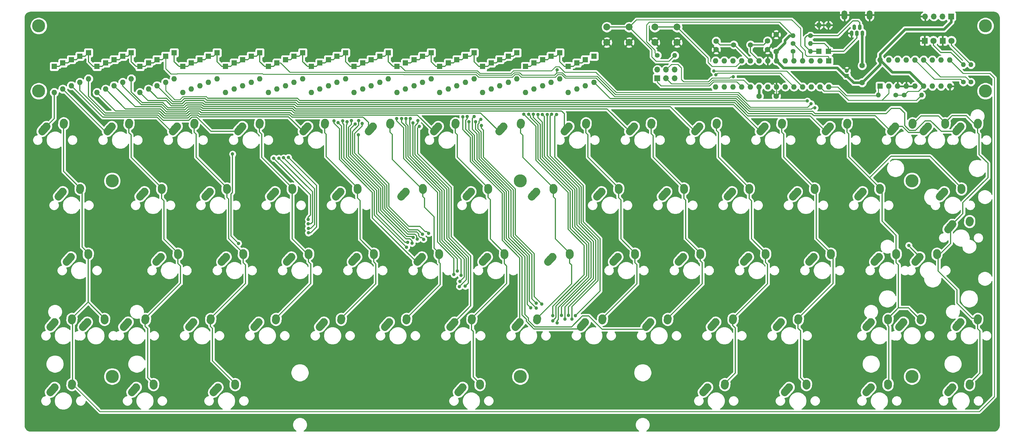
<source format=gbl>
G04 #@! TF.GenerationSoftware,KiCad,Pcbnew,(5.1.0-0)*
G04 #@! TF.CreationDate,2019-05-29T21:11:30+01:00*
G04 #@! TF.ProjectId,tartan,74617274-616e-42e6-9b69-6361645f7063,V1.0*
G04 #@! TF.SameCoordinates,Original*
G04 #@! TF.FileFunction,Copper,L2,Bot*
G04 #@! TF.FilePolarity,Positive*
%FSLAX46Y46*%
G04 Gerber Fmt 4.6, Leading zero omitted, Abs format (unit mm)*
G04 Created by KiCad (PCBNEW (5.1.0-0)) date 2019-05-29 21:11:30*
%MOMM*%
%LPD*%
G04 APERTURE LIST*
%ADD10O,1.700000X1.700000*%
%ADD11R,1.700000X1.700000*%
%ADD12C,2.250000*%
%ADD13C,2.250000*%
%ADD14O,1.100000X1.650000*%
%ADD15O,1.700000X2.700000*%
%ADD16O,1.600000X1.600000*%
%ADD17R,1.600000X1.600000*%
%ADD18C,3.800000*%
%ADD19R,1.200000X1.200000*%
%ADD20C,1.200000*%
%ADD21C,1.600000*%
%ADD22C,1.800000*%
%ADD23R,1.800000X1.800000*%
%ADD24C,1.400000*%
%ADD25O,1.400000X1.400000*%
%ADD26C,2.000000*%
%ADD27C,1.500000*%
%ADD28C,1.000000*%
%ADD29C,0.250000*%
%ADD30C,0.300000*%
%ADD31C,0.800000*%
%ADD32C,0.254000*%
G04 APERTURE END LIST*
D10*
X308630000Y-47250000D03*
X311170000Y-47250000D03*
X313710000Y-47250000D03*
D11*
X316250000Y-47250000D03*
D12*
X242762500Y-79337500D03*
X242107501Y-80067500D03*
D13*
X241452500Y-80797500D02*
X242762502Y-79337500D01*
D12*
X247802500Y-78257500D03*
X247782500Y-78547500D03*
D13*
X247762500Y-78837500D02*
X247802500Y-78257500D01*
D14*
X290362500Y-52137500D03*
X289562500Y-50437500D03*
X288762500Y-52137500D03*
X287962500Y-50437500D03*
X287162500Y-52137500D03*
D15*
X292412500Y-46837500D03*
X285112500Y-46837500D03*
D16*
X295512500Y-59967500D03*
X315832500Y-67587500D03*
X298052500Y-59967500D03*
X313292500Y-67587500D03*
X300592500Y-59967500D03*
X310752500Y-67587500D03*
X303132500Y-59967500D03*
X308212500Y-67587500D03*
X305672500Y-59967500D03*
X305672500Y-67587500D03*
X308212500Y-59967500D03*
X303132500Y-67587500D03*
X310752500Y-59967500D03*
X300592500Y-67587500D03*
X313292500Y-59967500D03*
X298052500Y-67587500D03*
X315832500Y-59967500D03*
D17*
X295512500Y-67587500D03*
X54512500Y-61837500D03*
D16*
X54512500Y-69457500D03*
D17*
X57012500Y-60837500D03*
D16*
X57012500Y-68457500D03*
D12*
X64168750Y-136487500D03*
X63513751Y-137217500D03*
D13*
X62858750Y-137947500D02*
X64168752Y-136487500D01*
D12*
X69208750Y-135407500D03*
X69188750Y-135697500D03*
D13*
X69168750Y-135987500D02*
X69208750Y-135407500D01*
D12*
X321601249Y-107122500D03*
D13*
X321581250Y-107412500D02*
X321621248Y-106832500D01*
D12*
X321621250Y-106832500D03*
X315926245Y-108642496D03*
D13*
X315271250Y-109372500D02*
X316581240Y-107912492D01*
D12*
X316581250Y-107912500D03*
X318962500Y-79337500D03*
X318307501Y-80067500D03*
D13*
X317652500Y-80797500D02*
X318962502Y-79337500D01*
D12*
X324002500Y-78257500D03*
X323982500Y-78547500D03*
D13*
X323962500Y-78837500D02*
X324002500Y-78257500D01*
D16*
X212012500Y-66457500D03*
D17*
X212012500Y-58837500D03*
D12*
X59406250Y-117437500D03*
X58751251Y-118167500D03*
D13*
X58096250Y-118897500D02*
X59406252Y-117437500D01*
D12*
X64446250Y-116357500D03*
X64426250Y-116647500D03*
D13*
X64406250Y-116937500D02*
X64446250Y-116357500D01*
D12*
X57025000Y-98387500D03*
X56370001Y-99117500D03*
D13*
X55715000Y-99847500D02*
X57025002Y-98387500D01*
D12*
X62065000Y-97307500D03*
X62045000Y-97597500D03*
D13*
X62025000Y-97887500D02*
X62065000Y-97307500D01*
D18*
X50000000Y-69050000D03*
X50000000Y-50000000D03*
X326225000Y-69050000D03*
X326225000Y-50000000D03*
D19*
X285762500Y-64587500D03*
D20*
X285762500Y-63087500D03*
D21*
X265162500Y-52537500D03*
X265162500Y-57537500D03*
X260212500Y-70537500D03*
X265212500Y-70537500D03*
X247662500Y-56937500D03*
X247662500Y-54437500D03*
X262662500Y-54387500D03*
X262662500Y-56887500D03*
D17*
X59512500Y-59837500D03*
D16*
X59512500Y-67457500D03*
D17*
X62012500Y-58837500D03*
D16*
X62012500Y-66457500D03*
D17*
X64512500Y-57837500D03*
D16*
X64512500Y-65457500D03*
X67012500Y-69457500D03*
D17*
X67012500Y-61837500D03*
X69512500Y-60837500D03*
D16*
X69512500Y-68457500D03*
D17*
X72012500Y-59837500D03*
D16*
X72012500Y-67457500D03*
X74512500Y-66457500D03*
D17*
X74512500Y-58837500D03*
X77012500Y-57837500D03*
D16*
X77012500Y-65457500D03*
D17*
X79512500Y-61837500D03*
D16*
X79512500Y-69457500D03*
X82012500Y-68457500D03*
D17*
X82012500Y-60837500D03*
D16*
X84512500Y-67457500D03*
D17*
X84512500Y-59837500D03*
X87012500Y-58837500D03*
D16*
X87012500Y-66457500D03*
D17*
X277662500Y-57387500D03*
D16*
X277662500Y-49767500D03*
X280412500Y-49767500D03*
D17*
X280412500Y-57387500D03*
D16*
X89512500Y-65457500D03*
D17*
X89512500Y-57837500D03*
D16*
X92012500Y-69457500D03*
D17*
X92012500Y-61837500D03*
X94512500Y-60837500D03*
D16*
X94512500Y-68457500D03*
D17*
X97012500Y-59837500D03*
D16*
X97012500Y-67457500D03*
D17*
X99512500Y-58837500D03*
D16*
X99512500Y-66457500D03*
X102012500Y-65457500D03*
D17*
X102012500Y-57837500D03*
D16*
X104512500Y-69457500D03*
D17*
X104512500Y-61837500D03*
D16*
X107012500Y-68457500D03*
D17*
X107012500Y-60837500D03*
X109512500Y-59837500D03*
D16*
X109512500Y-67457500D03*
D17*
X112012500Y-58837500D03*
D16*
X112012500Y-66457500D03*
X114512500Y-65457500D03*
D17*
X114512500Y-57837500D03*
D16*
X117012500Y-69457500D03*
D17*
X117012500Y-61837500D03*
D16*
X119512500Y-68457500D03*
D17*
X119512500Y-60837500D03*
X122012500Y-59837500D03*
D16*
X122012500Y-67457500D03*
X124512500Y-66457500D03*
D17*
X124512500Y-58837500D03*
X127012500Y-57837500D03*
D16*
X127012500Y-65457500D03*
D17*
X129512500Y-61837500D03*
D16*
X129512500Y-69457500D03*
X132012500Y-68457500D03*
D17*
X132012500Y-60837500D03*
X134512500Y-59837500D03*
D16*
X134512500Y-67457500D03*
D17*
X137012500Y-58837500D03*
D16*
X137012500Y-66457500D03*
D17*
X139512500Y-57837500D03*
D16*
X139512500Y-65457500D03*
X142012500Y-69457500D03*
D17*
X142012500Y-61837500D03*
X144512500Y-60837500D03*
D16*
X144512500Y-68457500D03*
D17*
X147012500Y-59837500D03*
D16*
X147012500Y-67457500D03*
X149512500Y-66457500D03*
D17*
X149512500Y-58837500D03*
D16*
X152012500Y-65457500D03*
D17*
X152012500Y-57837500D03*
D16*
X154512500Y-69457500D03*
D17*
X154512500Y-61837500D03*
D16*
X157012500Y-68457500D03*
D17*
X157012500Y-60837500D03*
X159512500Y-59837500D03*
D16*
X159512500Y-67457500D03*
D17*
X162012500Y-58837500D03*
D16*
X162012500Y-66457500D03*
D17*
X164512500Y-57837500D03*
D16*
X164512500Y-65457500D03*
D17*
X167012500Y-61837500D03*
D16*
X167012500Y-69457500D03*
X169512500Y-68457500D03*
D17*
X169512500Y-60837500D03*
D16*
X172012500Y-67457500D03*
D17*
X172012500Y-59837500D03*
X174512500Y-58837500D03*
D16*
X174512500Y-66457500D03*
X177012500Y-65457500D03*
D17*
X177012500Y-57837500D03*
X179512500Y-61837500D03*
D16*
X179512500Y-69457500D03*
D17*
X182012500Y-60837500D03*
D16*
X182012500Y-68457500D03*
X184512500Y-67457500D03*
D17*
X184512500Y-59837500D03*
D16*
X187012500Y-66457500D03*
D17*
X187012500Y-58837500D03*
D16*
X189512500Y-65457500D03*
D17*
X189512500Y-57837500D03*
D16*
X192012500Y-69457500D03*
D17*
X192012500Y-61837500D03*
D16*
X194512500Y-68457500D03*
D17*
X194512500Y-60837500D03*
D16*
X197012500Y-67457500D03*
D17*
X197012500Y-59837500D03*
D16*
X199512500Y-66457500D03*
D17*
X199512500Y-58837500D03*
X202012500Y-57837500D03*
D16*
X202012500Y-65457500D03*
D17*
X204512500Y-61837500D03*
D16*
X204512500Y-69457500D03*
X207012500Y-68457500D03*
D17*
X207012500Y-60837500D03*
D16*
X209512500Y-67457500D03*
D17*
X209512500Y-59837500D03*
D21*
X290262500Y-61587500D03*
X290262500Y-66587500D03*
D18*
X71431250Y-95243750D03*
X71431250Y-152393750D03*
X304793750Y-95243750D03*
X304793750Y-152393750D03*
X190493750Y-95243750D03*
X190493750Y-152393750D03*
D11*
X230512500Y-65337500D03*
D10*
X230512500Y-62797500D03*
X233052500Y-65337500D03*
X233052500Y-62797500D03*
X235592500Y-65337500D03*
X235592500Y-62797500D03*
D22*
X311052500Y-54337500D03*
D23*
X308512500Y-54337500D03*
X313762500Y-54337500D03*
D22*
X316302500Y-54337500D03*
D24*
X275162500Y-52887500D03*
D25*
X270082500Y-52887500D03*
X275162500Y-57387500D03*
D24*
X270082500Y-57387500D03*
X270082500Y-55137500D03*
D25*
X275162500Y-55137500D03*
X235592500Y-58587500D03*
D24*
X230512500Y-58587500D03*
D25*
X295000000Y-70250000D03*
D24*
X300080000Y-70250000D03*
X302500000Y-70250000D03*
D25*
X307580000Y-70250000D03*
D24*
X322012500Y-66417500D03*
D25*
X322012500Y-61337500D03*
X319762500Y-61337500D03*
D24*
X319762500Y-66417500D03*
D12*
X314457500Y-78547500D03*
D13*
X314437500Y-78837500D02*
X314477500Y-78257500D01*
D12*
X314477500Y-78257500D03*
X308782501Y-80067500D03*
D13*
X308127500Y-80797500D02*
X309437502Y-79337500D01*
D12*
X309437500Y-79337500D03*
X52262500Y-79337500D03*
X51607501Y-80067500D03*
D13*
X50952500Y-80797500D02*
X52262502Y-79337500D01*
D12*
X57302500Y-78257500D03*
X57282500Y-78547500D03*
D13*
X57262500Y-78837500D02*
X57302500Y-78257500D01*
D12*
X71312500Y-79337500D03*
X70657501Y-80067500D03*
D13*
X70002500Y-80797500D02*
X71312502Y-79337500D01*
D12*
X76352500Y-78257500D03*
X76332500Y-78547500D03*
D13*
X76312500Y-78837500D02*
X76352500Y-78257500D01*
D12*
X90362500Y-79337500D03*
X89707501Y-80067500D03*
D13*
X89052500Y-80797500D02*
X90362502Y-79337500D01*
D12*
X95402500Y-78257500D03*
X95382500Y-78547500D03*
D13*
X95362500Y-78837500D02*
X95402500Y-78257500D01*
D12*
X114432500Y-78547500D03*
D13*
X114412500Y-78837500D02*
X114452500Y-78257500D01*
D12*
X114452500Y-78257500D03*
X108757501Y-80067500D03*
D13*
X108102500Y-80797500D02*
X109412502Y-79337500D01*
D12*
X109412500Y-79337500D03*
X133482500Y-78547500D03*
D13*
X133462500Y-78837500D02*
X133502500Y-78257500D01*
D12*
X133502500Y-78257500D03*
X127807501Y-80067500D03*
D13*
X127152500Y-80797500D02*
X128462502Y-79337500D01*
D12*
X128462500Y-79337500D03*
X152532500Y-78547500D03*
D13*
X152512500Y-78837500D02*
X152552500Y-78257500D01*
D12*
X152552500Y-78257500D03*
X146857501Y-80067500D03*
D13*
X146202500Y-80797500D02*
X147512502Y-79337500D01*
D12*
X147512500Y-79337500D03*
X171582500Y-78547500D03*
D13*
X171562500Y-78837500D02*
X171602500Y-78257500D01*
D12*
X171602500Y-78257500D03*
X165907501Y-80067500D03*
D13*
X165252500Y-80797500D02*
X166562502Y-79337500D01*
D12*
X166562500Y-79337500D03*
X190632500Y-78547500D03*
D13*
X190612500Y-78837500D02*
X190652500Y-78257500D01*
D12*
X190652500Y-78257500D03*
X184957501Y-80067500D03*
D13*
X184302500Y-80797500D02*
X185612502Y-79337500D01*
D12*
X185612500Y-79337500D03*
X209682500Y-78547500D03*
D13*
X209662500Y-78837500D02*
X209702500Y-78257500D01*
D12*
X209702500Y-78257500D03*
X204007501Y-80067500D03*
D13*
X203352500Y-80797500D02*
X204662502Y-79337500D01*
D12*
X204662500Y-79337500D03*
X228732500Y-78547500D03*
D13*
X228712500Y-78837500D02*
X228752500Y-78257500D01*
D12*
X228752500Y-78257500D03*
X223057501Y-80067500D03*
D13*
X222402500Y-80797500D02*
X223712502Y-79337500D01*
D12*
X223712500Y-79337500D03*
X261812500Y-79337500D03*
X261157501Y-80067500D03*
D13*
X260502500Y-80797500D02*
X261812502Y-79337500D01*
D12*
X266852500Y-78257500D03*
X266832500Y-78547500D03*
D13*
X266812500Y-78837500D02*
X266852500Y-78257500D01*
D12*
X280862500Y-79337500D03*
X280207501Y-80067500D03*
D13*
X279552500Y-80797500D02*
X280862502Y-79337500D01*
D12*
X285902500Y-78257500D03*
X285882500Y-78547500D03*
D13*
X285862500Y-78837500D02*
X285902500Y-78257500D01*
D12*
X299912500Y-79337500D03*
X299257501Y-80067500D03*
D13*
X298602500Y-80797500D02*
X299912502Y-79337500D01*
D12*
X304952500Y-78257500D03*
X304932500Y-78547500D03*
D13*
X304912500Y-78837500D02*
X304952500Y-78257500D01*
D12*
X80837500Y-98387500D03*
X80182501Y-99117500D03*
D13*
X79527500Y-99847500D02*
X80837502Y-98387500D01*
D12*
X85877500Y-97307500D03*
X85857500Y-97597500D03*
D13*
X85837500Y-97887500D02*
X85877500Y-97307500D01*
D12*
X99887500Y-98387500D03*
X99232501Y-99117500D03*
D13*
X98577500Y-99847500D02*
X99887502Y-98387500D01*
D12*
X104927500Y-97307500D03*
X104907500Y-97597500D03*
D13*
X104887500Y-97887500D02*
X104927500Y-97307500D01*
D12*
X123957500Y-97597500D03*
D13*
X123937500Y-97887500D02*
X123977500Y-97307500D01*
D12*
X123977500Y-97307500D03*
X118282501Y-99117500D03*
D13*
X117627500Y-99847500D02*
X118937502Y-98387500D01*
D12*
X118937500Y-98387500D03*
X143007500Y-97597500D03*
D13*
X142987500Y-97887500D02*
X143027500Y-97307500D01*
D12*
X143027500Y-97307500D03*
X137332501Y-99117500D03*
D13*
X136677500Y-99847500D02*
X137987502Y-98387500D01*
D12*
X137987500Y-98387500D03*
X162057500Y-97597500D03*
D13*
X162037500Y-97887500D02*
X162077500Y-97307500D01*
D12*
X162077500Y-97307500D03*
X156382501Y-99117500D03*
D13*
X155727500Y-99847500D02*
X157037502Y-98387500D01*
D12*
X157037500Y-98387500D03*
X181107500Y-97597500D03*
D13*
X181087500Y-97887500D02*
X181127500Y-97307500D01*
D12*
X181127500Y-97307500D03*
X175432501Y-99117500D03*
D13*
X174777500Y-99847500D02*
X176087502Y-98387500D01*
D12*
X176087500Y-98387500D03*
X200157500Y-97597500D03*
D13*
X200137500Y-97887500D02*
X200177500Y-97307500D01*
D12*
X200177500Y-97307500D03*
X194482501Y-99117500D03*
D13*
X193827500Y-99847500D02*
X195137502Y-98387500D01*
D12*
X195137500Y-98387500D03*
X219207500Y-97597500D03*
D13*
X219187500Y-97887500D02*
X219227500Y-97307500D01*
D12*
X219227500Y-97307500D03*
X213532501Y-99117500D03*
D13*
X212877500Y-99847500D02*
X214187502Y-98387500D01*
D12*
X214187500Y-98387500D03*
X238257500Y-97597500D03*
D13*
X238237500Y-97887500D02*
X238277500Y-97307500D01*
D12*
X238277500Y-97307500D03*
X232582501Y-99117500D03*
D13*
X231927500Y-99847500D02*
X233237502Y-98387500D01*
D12*
X233237500Y-98387500D03*
X252287500Y-98387500D03*
X251632501Y-99117500D03*
D13*
X250977500Y-99847500D02*
X252287502Y-98387500D01*
D12*
X257327500Y-97307500D03*
X257307500Y-97597500D03*
D13*
X257287500Y-97887500D02*
X257327500Y-97307500D01*
D12*
X271337500Y-98387500D03*
X270682501Y-99117500D03*
D13*
X270027500Y-99847500D02*
X271337502Y-98387500D01*
D12*
X276377500Y-97307500D03*
X276357500Y-97597500D03*
D13*
X276337500Y-97887500D02*
X276377500Y-97307500D01*
D12*
X290387500Y-98387500D03*
X289732501Y-99117500D03*
D13*
X289077500Y-99847500D02*
X290387502Y-98387500D01*
D12*
X295427500Y-97307500D03*
X295407500Y-97597500D03*
D13*
X295387500Y-97887500D02*
X295427500Y-97307500D01*
D12*
X295150000Y-117437500D03*
X294495001Y-118167500D03*
D13*
X293840000Y-118897500D02*
X295150002Y-117437500D01*
D12*
X300190000Y-116357500D03*
X300170000Y-116647500D03*
D13*
X300150000Y-116937500D02*
X300190000Y-116357500D01*
D12*
X85600000Y-117437500D03*
X84945001Y-118167500D03*
D13*
X84290000Y-118897500D02*
X85600002Y-117437500D01*
D12*
X90640000Y-116357500D03*
X90620000Y-116647500D03*
D13*
X90600000Y-116937500D02*
X90640000Y-116357500D01*
D12*
X104650000Y-117437500D03*
X103995001Y-118167500D03*
D13*
X103340000Y-118897500D02*
X104650002Y-117437500D01*
D12*
X109690000Y-116357500D03*
X109670000Y-116647500D03*
D13*
X109650000Y-116937500D02*
X109690000Y-116357500D01*
D12*
X128720000Y-116647500D03*
D13*
X128700000Y-116937500D02*
X128740000Y-116357500D01*
D12*
X128740000Y-116357500D03*
X123045001Y-118167500D03*
D13*
X122390000Y-118897500D02*
X123700002Y-117437500D01*
D12*
X123700000Y-117437500D03*
X147770000Y-116647500D03*
D13*
X147750000Y-116937500D02*
X147790000Y-116357500D01*
D12*
X147790000Y-116357500D03*
X142095001Y-118167500D03*
D13*
X141440000Y-118897500D02*
X142750002Y-117437500D01*
D12*
X142750000Y-117437500D03*
X166820000Y-116647500D03*
D13*
X166800000Y-116937500D02*
X166840000Y-116357500D01*
D12*
X166840000Y-116357500D03*
X161145001Y-118167500D03*
D13*
X160490000Y-118897500D02*
X161800002Y-117437500D01*
D12*
X161800000Y-117437500D03*
X180850000Y-117437500D03*
X180195001Y-118167500D03*
D13*
X179540000Y-118897500D02*
X180850002Y-117437500D01*
D12*
X185890000Y-116357500D03*
X185870000Y-116647500D03*
D13*
X185850000Y-116937500D02*
X185890000Y-116357500D01*
D12*
X204920000Y-116647500D03*
D13*
X204900000Y-116937500D02*
X204940000Y-116357500D01*
D12*
X204940000Y-116357500D03*
X199245001Y-118167500D03*
D13*
X198590000Y-118897500D02*
X199900002Y-117437500D01*
D12*
X199900000Y-117437500D03*
X223970000Y-116647500D03*
D13*
X223950000Y-116937500D02*
X223990000Y-116357500D01*
D12*
X223990000Y-116357500D03*
X218295001Y-118167500D03*
D13*
X217640000Y-118897500D02*
X218950002Y-117437500D01*
D12*
X218950000Y-117437500D03*
X243020000Y-116647500D03*
D13*
X243000000Y-116937500D02*
X243040000Y-116357500D01*
D12*
X243040000Y-116357500D03*
X237345001Y-118167500D03*
D13*
X236690000Y-118897500D02*
X238000002Y-117437500D01*
D12*
X238000000Y-117437500D03*
X257050000Y-117437500D03*
X256395001Y-118167500D03*
D13*
X255740000Y-118897500D02*
X257050002Y-117437500D01*
D12*
X262090000Y-116357500D03*
X262070000Y-116647500D03*
D13*
X262050000Y-116937500D02*
X262090000Y-116357500D01*
D12*
X276100000Y-117437500D03*
X275445001Y-118167500D03*
D13*
X274790000Y-118897500D02*
X276100002Y-117437500D01*
D12*
X281140000Y-116357500D03*
X281120000Y-116647500D03*
D13*
X281100000Y-116937500D02*
X281140000Y-116357500D01*
D12*
X319220000Y-97597500D03*
D13*
X319200000Y-97887500D02*
X319240000Y-97307500D01*
D12*
X319240000Y-97307500D03*
X313545001Y-99117500D03*
D13*
X312890000Y-99847500D02*
X314200002Y-98387500D01*
D12*
X314200000Y-98387500D03*
X312076250Y-116647500D03*
D13*
X312056250Y-116937500D02*
X312096250Y-116357500D01*
D12*
X312096250Y-116357500D03*
X306401251Y-118167500D03*
D13*
X305746250Y-118897500D02*
X307056252Y-117437500D01*
D12*
X307056250Y-117437500D03*
X297788750Y-135697500D03*
D13*
X297768750Y-135987500D02*
X297808750Y-135407500D01*
D12*
X297808750Y-135407500D03*
X292113751Y-137217500D03*
D13*
X291458750Y-137947500D02*
X292768752Y-136487500D01*
D12*
X292768750Y-136487500D03*
X76075000Y-136487500D03*
X75420001Y-137217500D03*
D13*
X74765000Y-137947500D02*
X76075002Y-136487500D01*
D12*
X81115000Y-135407500D03*
X81095000Y-135697500D03*
D13*
X81075000Y-135987500D02*
X81115000Y-135407500D01*
D12*
X95125000Y-136487500D03*
X94470001Y-137217500D03*
D13*
X93815000Y-137947500D02*
X95125002Y-136487500D01*
D12*
X100165000Y-135407500D03*
X100145000Y-135697500D03*
D13*
X100125000Y-135987500D02*
X100165000Y-135407500D01*
D12*
X119195000Y-135697500D03*
D13*
X119175000Y-135987500D02*
X119215000Y-135407500D01*
D12*
X119215000Y-135407500D03*
X113520001Y-137217500D03*
D13*
X112865000Y-137947500D02*
X114175002Y-136487500D01*
D12*
X114175000Y-136487500D03*
X138245000Y-135697500D03*
D13*
X138225000Y-135987500D02*
X138265000Y-135407500D01*
D12*
X138265000Y-135407500D03*
X132570001Y-137217500D03*
D13*
X131915000Y-137947500D02*
X133225002Y-136487500D01*
D12*
X133225000Y-136487500D03*
X157295000Y-135697500D03*
D13*
X157275000Y-135987500D02*
X157315000Y-135407500D01*
D12*
X157315000Y-135407500D03*
X151620001Y-137217500D03*
D13*
X150965000Y-137947500D02*
X152275002Y-136487500D01*
D12*
X152275000Y-136487500D03*
X176345000Y-135697500D03*
D13*
X176325000Y-135987500D02*
X176365000Y-135407500D01*
D12*
X176365000Y-135407500D03*
X170670001Y-137217500D03*
D13*
X170015000Y-137947500D02*
X171325002Y-136487500D01*
D12*
X171325000Y-136487500D03*
X195395000Y-135697500D03*
D13*
X195375000Y-135987500D02*
X195415000Y-135407500D01*
D12*
X195415000Y-135407500D03*
X189720001Y-137217500D03*
D13*
X189065000Y-137947500D02*
X190375002Y-136487500D01*
D12*
X190375000Y-136487500D03*
X214445000Y-135697500D03*
D13*
X214425000Y-135987500D02*
X214465000Y-135407500D01*
D12*
X214465000Y-135407500D03*
X208770001Y-137217500D03*
D13*
X208115000Y-137947500D02*
X209425002Y-136487500D01*
D12*
X209425000Y-136487500D03*
X233495000Y-135697500D03*
D13*
X233475000Y-135987500D02*
X233515000Y-135407500D01*
D12*
X233515000Y-135407500D03*
X227820001Y-137217500D03*
D13*
X227165000Y-137947500D02*
X228475002Y-136487500D01*
D12*
X228475000Y-136487500D03*
X247525000Y-136487500D03*
X246870001Y-137217500D03*
D13*
X246215000Y-137947500D02*
X247525002Y-136487500D01*
D12*
X252565000Y-135407500D03*
X252545000Y-135697500D03*
D13*
X252525000Y-135987500D02*
X252565000Y-135407500D01*
D12*
X266575000Y-136487500D03*
X265920001Y-137217500D03*
D13*
X265265000Y-137947500D02*
X266575002Y-136487500D01*
D12*
X271615000Y-135407500D03*
X271595000Y-135697500D03*
D13*
X271575000Y-135987500D02*
X271615000Y-135407500D01*
D12*
X307313750Y-135697500D03*
D13*
X307293750Y-135987500D02*
X307333750Y-135407500D01*
D12*
X307333750Y-135407500D03*
X301638751Y-137217500D03*
D13*
X300983750Y-137947500D02*
X302293752Y-136487500D01*
D12*
X302293750Y-136487500D03*
X318962500Y-136487500D03*
X318307501Y-137217500D03*
D13*
X317652500Y-137947500D02*
X318962502Y-136487500D01*
D12*
X324002500Y-135407500D03*
X323982500Y-135697500D03*
D13*
X323962500Y-135987500D02*
X324002500Y-135407500D01*
D12*
X54643750Y-155537500D03*
X53988751Y-156267500D03*
D13*
X53333750Y-156997500D02*
X54643752Y-155537500D01*
D12*
X59683750Y-154457500D03*
X59663750Y-154747500D03*
D13*
X59643750Y-155037500D02*
X59683750Y-154457500D01*
D12*
X83476250Y-154747500D03*
D13*
X83456250Y-155037500D02*
X83496250Y-154457500D01*
D12*
X83496250Y-154457500D03*
X77801251Y-156267500D03*
D13*
X77146250Y-156997500D02*
X78456252Y-155537500D01*
D12*
X78456250Y-155537500D03*
X102268750Y-155537500D03*
X101613751Y-156267500D03*
D13*
X100958750Y-156997500D02*
X102268752Y-155537500D01*
D12*
X107308750Y-154457500D03*
X107288750Y-154747500D03*
D13*
X107268750Y-155037500D02*
X107308750Y-154457500D01*
D12*
X178726250Y-154747500D03*
D13*
X178706250Y-155037500D02*
X178746250Y-154457500D01*
D12*
X178746250Y-154457500D03*
X173051251Y-156267500D03*
D13*
X172396250Y-156997500D02*
X173706252Y-155537500D01*
D12*
X173706250Y-155537500D03*
X250163750Y-154747500D03*
D13*
X250143750Y-155037500D02*
X250183750Y-154457500D01*
D12*
X250183750Y-154457500D03*
X244488751Y-156267500D03*
D13*
X243833750Y-156997500D02*
X245143752Y-155537500D01*
D12*
X245143750Y-155537500D03*
X268956250Y-155537500D03*
X268301251Y-156267500D03*
D13*
X267646250Y-156997500D02*
X268956252Y-155537500D01*
D12*
X273996250Y-154457500D03*
X273976250Y-154747500D03*
D13*
X273956250Y-155037500D02*
X273996250Y-154457500D01*
D12*
X297788750Y-154747500D03*
D13*
X297768750Y-155037500D02*
X297808750Y-154457500D01*
D12*
X297808750Y-154457500D03*
X292113751Y-156267500D03*
D13*
X291458750Y-156997500D02*
X292768752Y-155537500D01*
D12*
X292768750Y-155537500D03*
X316581250Y-155537500D03*
X315926251Y-156267500D03*
D13*
X315271250Y-156997500D02*
X316581252Y-155537500D01*
D12*
X321621250Y-154457500D03*
X321601250Y-154747500D03*
D13*
X321581250Y-155037500D02*
X321621250Y-154457500D01*
D26*
X215762500Y-54837500D03*
X215762500Y-50337500D03*
X222262500Y-54837500D03*
X222262500Y-50337500D03*
X236262500Y-50337500D03*
X236262500Y-54837500D03*
X229762500Y-50337500D03*
X229762500Y-54837500D03*
D12*
X59663750Y-135697500D03*
D13*
X59643750Y-135987500D02*
X59683750Y-135407500D01*
D12*
X59683750Y-135407500D03*
X53988751Y-137217500D03*
D13*
X53333750Y-137947500D02*
X54643752Y-136487500D01*
D12*
X54643750Y-136487500D03*
D17*
X280512500Y-60181250D03*
D16*
X247492500Y-67801250D03*
X277972500Y-60181250D03*
X250032500Y-67801250D03*
X275432500Y-60181250D03*
X252572500Y-67801250D03*
X272892500Y-60181250D03*
X255112500Y-67801250D03*
X270352500Y-60181250D03*
X257652500Y-67801250D03*
X267812500Y-60181250D03*
X260192500Y-67801250D03*
X265272500Y-60181250D03*
X262732500Y-67801250D03*
X262732500Y-60181250D03*
X265272500Y-67801250D03*
X260192500Y-60181250D03*
X267812500Y-67801250D03*
X257652500Y-60181250D03*
X270352500Y-67801250D03*
X255112500Y-60181250D03*
X272892500Y-67801250D03*
X252572500Y-60181250D03*
X275432500Y-67801250D03*
X250032500Y-60181250D03*
X277972500Y-67801250D03*
X247492500Y-60181250D03*
X280512500Y-67801250D03*
D27*
X257662500Y-55537500D03*
X252782500Y-55537500D03*
D28*
X281062500Y-72037500D03*
X259662500Y-65737500D03*
X135500000Y-95750000D03*
X287800000Y-134200000D03*
X102900000Y-89700000D03*
X276462500Y-73937500D03*
X275362500Y-72737500D03*
X201262500Y-62837500D03*
X274262500Y-71937500D03*
X118562500Y-88637500D03*
X128662500Y-106537500D03*
X120062500Y-88637500D03*
X128662498Y-107837511D03*
X106562500Y-87437500D03*
X108262500Y-113537500D03*
X121462500Y-88537500D03*
X128670094Y-109137501D03*
X122862500Y-88437500D03*
X128685163Y-110437425D03*
X136162500Y-77737500D03*
X137362500Y-78237500D03*
X157313297Y-114636864D03*
X138662500Y-77737500D03*
X157635592Y-113249153D03*
X139962500Y-78037500D03*
X158913550Y-113487595D03*
X141262500Y-77637500D03*
X159280347Y-111776517D03*
X142362500Y-78637500D03*
X160471880Y-112296402D03*
X143362500Y-77637500D03*
X162290496Y-112331196D03*
X144362500Y-78537500D03*
X161962506Y-110837500D03*
X143262500Y-81837500D03*
X303862500Y-114137500D03*
X163790982Y-110587490D03*
X171162500Y-122637500D03*
X154462500Y-77037500D03*
X172162500Y-121637500D03*
X155862500Y-77037500D03*
X157162500Y-77037500D03*
X173212490Y-122837500D03*
X172862500Y-124637500D03*
X158462500Y-77037500D03*
X172762500Y-126137500D03*
X159162500Y-78337500D03*
X252662500Y-64837500D03*
X247600000Y-64300000D03*
X174462500Y-126037500D03*
X160662500Y-77637500D03*
X161062500Y-79337500D03*
X173738645Y-76539257D03*
X175035142Y-76443719D03*
X175562489Y-78037500D03*
X193562500Y-132337500D03*
X177012498Y-76442411D03*
X177462500Y-78037500D03*
X195162500Y-132437500D03*
X195162500Y-131037500D03*
X179012510Y-77362949D03*
X179162500Y-79137500D03*
X196762500Y-131237500D03*
X191562500Y-75837500D03*
X199962500Y-134637500D03*
X246990687Y-63151623D03*
X199962500Y-136137500D03*
X192962500Y-75837500D03*
X194362500Y-75837500D03*
X201306583Y-136749899D03*
X202562500Y-134537500D03*
X195662500Y-75912490D03*
X203562500Y-135637500D03*
X196962500Y-75912490D03*
X204562500Y-134537500D03*
X198345341Y-75859533D03*
X205562500Y-135637500D03*
X199660046Y-75814711D03*
X206562500Y-134637500D03*
X201062500Y-75912490D03*
D29*
X281162500Y-71937500D02*
X281062500Y-72037500D01*
X281162500Y-71737500D02*
X281162500Y-71937500D01*
X265272500Y-70477500D02*
X265212500Y-70537500D01*
X265272500Y-67801250D02*
X265272500Y-70477500D01*
X263208750Y-65737500D02*
X265272500Y-67801250D01*
X259662500Y-65737500D02*
X263208750Y-65737500D01*
D30*
X56012500Y-61837500D02*
X57012500Y-60837500D01*
X54512500Y-61837500D02*
X56012500Y-61837500D01*
X58512500Y-60837500D02*
X59512500Y-59837500D01*
X57012500Y-60837500D02*
X58512500Y-60837500D01*
X61012500Y-59837500D02*
X62012500Y-58837500D01*
X59512500Y-59837500D02*
X61012500Y-59837500D01*
X63512500Y-58837500D02*
X64512500Y-57837500D01*
X62012500Y-58837500D02*
X63512500Y-58837500D01*
X65912500Y-61837500D02*
X67012500Y-61837500D01*
X64512500Y-60437500D02*
X65912500Y-61837500D01*
X64512500Y-57837500D02*
X64512500Y-60437500D01*
X68512500Y-61837500D02*
X69512500Y-60837500D01*
X67012500Y-61837500D02*
X68512500Y-61837500D01*
X71012500Y-60837500D02*
X72012500Y-59837500D01*
X69512500Y-60837500D02*
X71012500Y-60837500D01*
X73512500Y-59837500D02*
X74512500Y-58837500D01*
X72012500Y-59837500D02*
X73512500Y-59837500D01*
X76012500Y-58837500D02*
X77012500Y-57837500D01*
X74512500Y-58837500D02*
X76012500Y-58837500D01*
X78412500Y-61837500D02*
X79512500Y-61837500D01*
X77012500Y-60437500D02*
X78412500Y-61837500D01*
X77012500Y-57837500D02*
X77012500Y-60437500D01*
X81012500Y-61837500D02*
X82012500Y-60837500D01*
X79512500Y-61837500D02*
X81012500Y-61837500D01*
X83512500Y-60837500D02*
X84512500Y-59837500D01*
X82012500Y-60837500D02*
X83512500Y-60837500D01*
X86012500Y-59837500D02*
X87012500Y-58837500D01*
X84512500Y-59837500D02*
X86012500Y-59837500D01*
D29*
X87012500Y-58837500D02*
X87012500Y-62487500D01*
X87012500Y-62487500D02*
X88562500Y-64037500D01*
X88562500Y-64037500D02*
X90362500Y-64037500D01*
X90362500Y-64037500D02*
X90462500Y-63937500D01*
X90462500Y-63937500D02*
X102662500Y-63937500D01*
X102662500Y-63937500D02*
X114662500Y-63937500D01*
X114662500Y-63937500D02*
X115262500Y-63937500D01*
X115262500Y-63937500D02*
X115462500Y-64137500D01*
X115462500Y-64137500D02*
X127262500Y-64137500D01*
X127262500Y-64137500D02*
X127505502Y-64137500D01*
X203601831Y-65232499D02*
X212600501Y-65232499D01*
X156416855Y-64162523D02*
X177531857Y-64162523D01*
X190101834Y-64232500D02*
X190806856Y-64937522D01*
X200719476Y-64937522D02*
X201424499Y-64232499D01*
X275755394Y-73937500D02*
X276462500Y-73937500D01*
X212600501Y-65232499D02*
X218005502Y-70637500D01*
X202601831Y-64232499D02*
X203601831Y-65232499D01*
X188924501Y-64232500D02*
X190101834Y-64232500D01*
X178306856Y-64937522D02*
X188219479Y-64937522D01*
X257412511Y-74287511D02*
X275405383Y-74287511D01*
X156391832Y-64137500D02*
X156416855Y-64162523D01*
X275405383Y-74287511D02*
X275755394Y-73937500D01*
X253762500Y-70637500D02*
X257412511Y-74287511D01*
X218005502Y-70637500D02*
X253762500Y-70637500D01*
X190806856Y-64937522D02*
X200719476Y-64937522D01*
X127262500Y-64137500D02*
X156391832Y-64137500D01*
X177531857Y-64162523D02*
X178306856Y-64937522D01*
X188219479Y-64937522D02*
X188924501Y-64232500D01*
X201424499Y-64232499D02*
X202601831Y-64232499D01*
D30*
X88688529Y-80797500D02*
X89052500Y-80797500D01*
X59512500Y-67457500D02*
X68692588Y-76637588D01*
X68692588Y-76637588D02*
X84528616Y-76637588D01*
X84620514Y-76729486D02*
X88688529Y-80797500D01*
X84528616Y-76637588D02*
X84620514Y-76729486D01*
X84528617Y-76637588D02*
X84620514Y-76729486D01*
X69164034Y-76037576D02*
X84777148Y-76037576D01*
X62012500Y-68886042D02*
X69164034Y-76037576D01*
X62012500Y-66457500D02*
X62012500Y-68886042D01*
X84777148Y-76037577D02*
X86277171Y-77537599D01*
X100237071Y-80797500D02*
X108102500Y-80797500D01*
X86277171Y-77537599D02*
X93847831Y-77537599D01*
X94702931Y-76682499D02*
X96122070Y-76682499D01*
X93847831Y-77537599D02*
X94702931Y-76682499D01*
X96122070Y-76682499D02*
X100237071Y-80797500D01*
X86525703Y-76937588D02*
X93599299Y-76937588D01*
X94454398Y-76082488D02*
X96407033Y-76082488D01*
X64512500Y-65457500D02*
X64512500Y-70537500D01*
X69412566Y-75437566D02*
X85025680Y-75437566D01*
X96510664Y-76186120D02*
X96862143Y-76537599D01*
X85025680Y-75437566D02*
X86525703Y-76937588D01*
X96862143Y-76537599D02*
X122892599Y-76537599D01*
X96407033Y-76082488D02*
X96510664Y-76186120D01*
X122892599Y-76537599D02*
X127152500Y-80797500D01*
X64512500Y-70537500D02*
X69412566Y-75437566D01*
X93599299Y-76937588D02*
X94454398Y-76082488D01*
X96759196Y-75586109D02*
X97110675Y-75937588D01*
X85274212Y-74837555D02*
X86774235Y-76337577D01*
X97110675Y-75937588D02*
X123165503Y-75937588D01*
X93350767Y-76337577D02*
X94205867Y-75482477D01*
X72392555Y-74837555D02*
X85274212Y-74837555D01*
X123165503Y-75937588D02*
X123865492Y-76637577D01*
X146202500Y-78177500D02*
X146202500Y-80797500D01*
X94205867Y-75482477D02*
X96655565Y-75482477D01*
X86774235Y-76337577D02*
X93350767Y-76337577D01*
X144662577Y-76637577D02*
X146202500Y-78177500D01*
X67012500Y-69457500D02*
X72392555Y-74837555D01*
X96655565Y-75482477D02*
X96759196Y-75586109D01*
X123865492Y-76637577D02*
X144662577Y-76637577D01*
X123414035Y-75337577D02*
X124114024Y-76037566D01*
X75292544Y-74237544D02*
X85522744Y-74237544D01*
X85522744Y-74237544D02*
X87022767Y-75737566D01*
X160492566Y-76037566D02*
X165252500Y-80797500D01*
X93957334Y-74882466D02*
X96904097Y-74882466D01*
X69512500Y-68457500D02*
X75292544Y-74237544D01*
X97007728Y-74986098D02*
X97359207Y-75337577D01*
X93102235Y-75737566D02*
X93957334Y-74882466D01*
X96904097Y-74882466D02*
X97007728Y-74986098D01*
X97359207Y-75337577D02*
X123414035Y-75337577D01*
X124114024Y-76037566D02*
X160492566Y-76037566D01*
X87022767Y-75737566D02*
X93102235Y-75737566D01*
X78192533Y-73637533D02*
X85771276Y-73637533D01*
X178942555Y-75437555D02*
X184302500Y-80797500D01*
X85771276Y-73637533D02*
X87271299Y-75137555D01*
X97607739Y-74737566D02*
X123816937Y-74737566D01*
X97256260Y-74386087D02*
X97607739Y-74737566D01*
X87271299Y-75137555D02*
X92853703Y-75137555D01*
X93708803Y-74282455D02*
X97152629Y-74282455D01*
X72012500Y-67457500D02*
X78192533Y-73637533D01*
X97152629Y-74282455D02*
X97256260Y-74386087D01*
X123816937Y-74737566D02*
X124516926Y-75437555D01*
X124516926Y-75437555D02*
X178942555Y-75437555D01*
X92853703Y-75137555D02*
X93708803Y-74282455D01*
X203352500Y-75627500D02*
X203352500Y-80797500D01*
X124765458Y-74837544D02*
X202562544Y-74837544D01*
X97856271Y-74137555D02*
X124065469Y-74137555D01*
X202562544Y-74837544D02*
X203352500Y-75627500D01*
X97504792Y-73786076D02*
X97856271Y-74137555D01*
X124065469Y-74137555D02*
X124765458Y-74837544D01*
X97401161Y-73682444D02*
X97504792Y-73786076D01*
X93460270Y-73682444D02*
X97401161Y-73682444D01*
X74512500Y-67588870D02*
X79961152Y-73037522D01*
X79961152Y-73037522D02*
X86019808Y-73037522D01*
X86019808Y-73037522D02*
X87519831Y-74537544D01*
X92605171Y-74537544D02*
X93460270Y-73682444D01*
X87519831Y-74537544D02*
X92605171Y-74537544D01*
X74512500Y-66457500D02*
X74512500Y-67588870D01*
X77012500Y-69237500D02*
X80212511Y-72437511D01*
X77012500Y-65457500D02*
X77012500Y-69237500D01*
X80212511Y-72437511D02*
X86268341Y-72437511D01*
X86268341Y-72437511D02*
X86465415Y-72634585D01*
X86268340Y-72437511D02*
X86465415Y-72634585D01*
X92356639Y-73937533D02*
X93211739Y-73082433D01*
X93211739Y-73082433D02*
X97649693Y-73082433D01*
X97753324Y-73186065D02*
X98104803Y-73537544D01*
X86465415Y-72634585D02*
X87768363Y-73937533D01*
X97649693Y-73082433D02*
X97753324Y-73186065D01*
X125013990Y-74237533D02*
X215842533Y-74237533D01*
X215842533Y-74237533D02*
X222402500Y-80797500D01*
X98104803Y-73537544D02*
X124314001Y-73537544D01*
X124314001Y-73537544D02*
X125013990Y-74237533D01*
X87768363Y-73937533D02*
X92356639Y-73937533D01*
X79512500Y-69457500D02*
X81892500Y-71837500D01*
X87195415Y-71837501D02*
X88695436Y-73337522D01*
X125313979Y-73637522D02*
X234292522Y-73637522D01*
X88695436Y-73337522D02*
X92108107Y-73337522D01*
X92108107Y-73337522D02*
X92963206Y-72482422D01*
X97898225Y-72482422D02*
X98353335Y-72937533D01*
X124613990Y-72937533D02*
X125313979Y-73637522D01*
X234292522Y-73637522D02*
X241452500Y-80797500D01*
X98353335Y-72937533D02*
X124613990Y-72937533D01*
X92963206Y-72482422D02*
X97898225Y-72482422D01*
X81892500Y-71837501D02*
X87195415Y-71837501D01*
X125613968Y-73037511D02*
X252742511Y-73037511D01*
X252742511Y-73037511D02*
X260502500Y-80797500D01*
X98162522Y-71837522D02*
X98662522Y-72337522D01*
X124913977Y-72337521D02*
X125088228Y-72511772D01*
X98662522Y-72337522D02*
X124913977Y-72337521D01*
X91859575Y-72737511D02*
X92759564Y-71837522D01*
X88943968Y-72737511D02*
X91859575Y-72737511D01*
X84692522Y-71137522D02*
X87343979Y-71137522D01*
X87343979Y-71137522D02*
X88943968Y-72737511D01*
X125088228Y-72511772D02*
X125613968Y-73037511D01*
X92759564Y-71837522D02*
X98162522Y-71837522D01*
X82012500Y-68457500D02*
X84692522Y-71137522D01*
X124913979Y-72337522D02*
X125088228Y-72511772D01*
X89512500Y-60437500D02*
X90912500Y-61837500D01*
X90912500Y-61837500D02*
X92012500Y-61837500D01*
X89512500Y-57837500D02*
X89512500Y-60437500D01*
X93512500Y-61837500D02*
X94512500Y-60837500D01*
X92012500Y-61837500D02*
X93512500Y-61837500D01*
X96012500Y-60837500D02*
X97012500Y-59837500D01*
X94512500Y-60837500D02*
X96012500Y-60837500D01*
X98512500Y-59837500D02*
X99512500Y-58837500D01*
X97012500Y-59837500D02*
X98512500Y-59837500D01*
X101012500Y-58837500D02*
X102012500Y-57837500D01*
X99512500Y-58837500D02*
X101012500Y-58837500D01*
X102012500Y-60437500D02*
X103412500Y-61837500D01*
X103412500Y-61837500D02*
X104512500Y-61837500D01*
X102012500Y-57837500D02*
X102012500Y-60437500D01*
X106012500Y-61837500D02*
X107012500Y-60837500D01*
X104512500Y-61837500D02*
X106012500Y-61837500D01*
X108512500Y-60837500D02*
X109512500Y-59837500D01*
X107012500Y-60837500D02*
X108512500Y-60837500D01*
X111012500Y-59837500D02*
X112012500Y-58837500D01*
X109512500Y-59837500D02*
X111012500Y-59837500D01*
X113512500Y-58837500D02*
X114512500Y-57837500D01*
X112012500Y-58837500D02*
X113512500Y-58837500D01*
X115912500Y-61837500D02*
X117012500Y-61837500D01*
X114512500Y-60437500D02*
X115912500Y-61837500D01*
X114512500Y-57837500D02*
X114512500Y-60437500D01*
X118512500Y-61837500D02*
X119512500Y-60837500D01*
X117012500Y-61837500D02*
X118512500Y-61837500D01*
D29*
X123262500Y-63537500D02*
X156569665Y-63537500D01*
X203829653Y-64682488D02*
X212907488Y-64682488D01*
X188696678Y-63682489D02*
X190329656Y-63682489D01*
X178534678Y-64387511D02*
X187991657Y-64387511D01*
X119512500Y-60837500D02*
X120562500Y-60837500D01*
X257662500Y-73737500D02*
X274362500Y-73737500D01*
X212907488Y-64682488D02*
X218262500Y-70037500D01*
X120562500Y-60837500D02*
X123262500Y-63537500D01*
X156569665Y-63537500D02*
X156644677Y-63612512D01*
X156644677Y-63612512D02*
X177759679Y-63612512D01*
X201196677Y-63682491D02*
X202829657Y-63682491D01*
X177759679Y-63612512D02*
X178534678Y-64387511D01*
X187991657Y-64387511D02*
X188696678Y-63682489D01*
X202829657Y-63682491D02*
X203829653Y-64682488D01*
X218262500Y-70037500D02*
X253962500Y-70037500D01*
X191034678Y-64387511D02*
X200491657Y-64387511D01*
X190329656Y-63682489D02*
X191034678Y-64387511D01*
X253962500Y-70037500D02*
X257662500Y-73737500D01*
X274362500Y-73737500D02*
X274862501Y-73237499D01*
X274862501Y-73237499D02*
X275362500Y-72737500D01*
X201102084Y-62997916D02*
X201262500Y-62837500D01*
X201102084Y-63777084D02*
X201196677Y-63682491D01*
X201102084Y-63777084D02*
X201102084Y-62997916D01*
X200491657Y-64387511D02*
X201102084Y-63777084D01*
D30*
X253052238Y-72437511D02*
X256912227Y-76297500D01*
X91554611Y-72137500D02*
X92454600Y-71237511D01*
X275052500Y-76297500D02*
X279552500Y-80797500D01*
X89192500Y-72137500D02*
X91554611Y-72137500D01*
X84512500Y-67457500D02*
X89192500Y-72137500D01*
X98562511Y-71237511D02*
X99062511Y-71737511D01*
X92454600Y-71237511D02*
X98562511Y-71237511D01*
X125913968Y-72437511D02*
X253052238Y-72437511D01*
X99062511Y-71737511D02*
X125213968Y-71737511D01*
X256912227Y-76297500D02*
X275052500Y-76297500D01*
X125213968Y-71737511D02*
X125913968Y-72437511D01*
X300062500Y-79337500D02*
X298602500Y-80797500D01*
X303829485Y-81137511D02*
X302029474Y-79337500D01*
X308127500Y-80797500D02*
X307787489Y-81137511D01*
X307787489Y-81137511D02*
X303829485Y-81137511D01*
X302029474Y-79337500D02*
X300062500Y-79337500D01*
D29*
X90961130Y-71537500D02*
X91162500Y-71537500D01*
X91162500Y-71537500D02*
X89662500Y-71537500D01*
X87012500Y-68887500D02*
X87012500Y-66457500D01*
X89662500Y-71537500D02*
X87012500Y-68887500D01*
X92227966Y-70707389D02*
X92272855Y-70662500D01*
X98887500Y-70662500D02*
X99362500Y-71137500D01*
X92272855Y-70662500D02*
X98887500Y-70662500D01*
X91992611Y-70707389D02*
X92227966Y-70707389D01*
X91162500Y-71537500D02*
X91992611Y-70707389D01*
D30*
X126162500Y-71837500D02*
X253300770Y-71837500D01*
X275512500Y-75587500D02*
X276187500Y-76262500D01*
X125462500Y-71137500D02*
X126162500Y-71837500D01*
X276187500Y-76262500D02*
X294087500Y-76262500D01*
X253300770Y-71837500D02*
X257050770Y-75587500D01*
X99362500Y-71137500D02*
X125462500Y-71137500D01*
X294087500Y-76262500D02*
X298602500Y-80777500D01*
X298602500Y-80777500D02*
X298602500Y-80797500D01*
X257050770Y-75587500D02*
X275512500Y-75587500D01*
X123512500Y-59837500D02*
X124512500Y-58837500D01*
X122012500Y-59837500D02*
X123512500Y-59837500D01*
X126012500Y-58837500D02*
X127012500Y-57837500D01*
X124512500Y-58837500D02*
X126012500Y-58837500D01*
X128412500Y-61837500D02*
X129512500Y-61837500D01*
X127012500Y-60437500D02*
X128412500Y-61837500D01*
X127012500Y-57837500D02*
X127012500Y-60437500D01*
X131012500Y-61837500D02*
X132012500Y-60837500D01*
X129512500Y-61837500D02*
X131012500Y-61837500D01*
X133512500Y-60837500D02*
X134512500Y-59837500D01*
X132012500Y-60837500D02*
X133512500Y-60837500D01*
X136012500Y-59837500D02*
X137012500Y-58837500D01*
X134512500Y-59837500D02*
X136012500Y-59837500D01*
X138512500Y-58837500D02*
X139512500Y-57837500D01*
X137012500Y-58837500D02*
X138512500Y-58837500D01*
X139512500Y-60437500D02*
X140912500Y-61837500D01*
X140912500Y-61837500D02*
X142012500Y-61837500D01*
X139512500Y-57837500D02*
X139512500Y-60437500D01*
X143512500Y-61837500D02*
X144512500Y-60837500D01*
X142012500Y-61837500D02*
X143512500Y-61837500D01*
X146012500Y-60837500D02*
X147012500Y-59837500D01*
X144512500Y-60837500D02*
X146012500Y-60837500D01*
X148512500Y-59837500D02*
X149512500Y-58837500D01*
X147012500Y-59837500D02*
X148512500Y-59837500D01*
X151012500Y-58837500D02*
X152012500Y-57837500D01*
X149512500Y-58837500D02*
X151012500Y-58837500D01*
X153412500Y-61837500D02*
X154512500Y-61837500D01*
X152012500Y-60437500D02*
X153412500Y-61837500D01*
X152012500Y-57837500D02*
X152012500Y-60437500D01*
D29*
X154512500Y-61837500D02*
X155647498Y-61837500D01*
X178762500Y-63837500D02*
X187763835Y-63837500D01*
X155647498Y-61837500D02*
X156872499Y-63062501D01*
X177987501Y-63062501D02*
X178762500Y-63837500D01*
X254212490Y-69487490D02*
X256662500Y-71937500D01*
X199598518Y-63132478D02*
X200818498Y-61912498D01*
X187763835Y-63837500D02*
X188468856Y-63132478D01*
X212562500Y-63537500D02*
X218512490Y-69487490D01*
X188468856Y-63132478D02*
X199598518Y-63132478D01*
X200818498Y-61912498D02*
X201837496Y-61912498D01*
X273555394Y-71937500D02*
X274262500Y-71937500D01*
X156872499Y-63062501D02*
X177987501Y-63062501D01*
X256662500Y-71937500D02*
X273555394Y-71937500D01*
X218512490Y-69487490D02*
X254212490Y-69487490D01*
X203462498Y-63537500D02*
X212562500Y-63537500D01*
X201837496Y-61912498D02*
X203462498Y-63537500D01*
D30*
X128662500Y-105830394D02*
X128662500Y-106537500D01*
X129262500Y-105230394D02*
X128662500Y-105830394D01*
X129262500Y-99337500D02*
X129262500Y-105230394D01*
X118562500Y-88637500D02*
X129262500Y-99337500D01*
X129369604Y-107837511D02*
X128662498Y-107837511D01*
X129862500Y-107344615D02*
X129369604Y-107837511D01*
X120062500Y-88637500D02*
X129862500Y-98437500D01*
X129862500Y-98437500D02*
X129862500Y-107344615D01*
X106562500Y-87437500D02*
X106562500Y-98637500D01*
X106562500Y-98637500D02*
X106062500Y-99137500D01*
X106062500Y-111337500D02*
X108262500Y-113537500D01*
X106062500Y-99137500D02*
X106062500Y-111337500D01*
X130462511Y-108052190D02*
X129377200Y-109137501D01*
X121462500Y-88537500D02*
X130462511Y-97537511D01*
X130462511Y-97537511D02*
X130462511Y-108052190D01*
X129377200Y-109137501D02*
X128670094Y-109137501D01*
X129392269Y-110437425D02*
X128685163Y-110437425D01*
X122862500Y-88437500D02*
X131062522Y-96637522D01*
X131062522Y-108767172D02*
X129392269Y-110437425D01*
X131062522Y-96637522D02*
X131062522Y-108767172D01*
X136162500Y-77737500D02*
X136162500Y-78444606D01*
X160167931Y-118897500D02*
X160490000Y-118897500D01*
X137762500Y-89037500D02*
X147362423Y-98637423D01*
X136162500Y-78444606D02*
X137762500Y-80044606D01*
X147362423Y-98637423D02*
X147362423Y-106091992D01*
X147362423Y-106091992D02*
X160167931Y-118897500D01*
X137762500Y-80044606D02*
X137762500Y-89037500D01*
X138362500Y-79237500D02*
X138362500Y-88737500D01*
X156813298Y-114136865D02*
X157313297Y-114636864D01*
X147962434Y-105286001D02*
X156813298Y-114136865D01*
X138362500Y-88737500D02*
X147962434Y-98337434D01*
X147962434Y-98337434D02*
X147962434Y-105286001D01*
X137362500Y-78237500D02*
X138362500Y-79237500D01*
X148562445Y-104883112D02*
X156928486Y-113249153D01*
X148562445Y-98037445D02*
X148562445Y-104883112D01*
X156928486Y-113249153D02*
X157635592Y-113249153D01*
X139062500Y-78844606D02*
X139062500Y-88537500D01*
X138662500Y-77737500D02*
X138662500Y-78444606D01*
X138662500Y-78444606D02*
X139062500Y-78844606D01*
X139062500Y-88537500D02*
X148562445Y-98037445D01*
X139762467Y-78944639D02*
X139762467Y-88337467D01*
X139762467Y-88337467D02*
X149162456Y-97737456D01*
X158913550Y-112780489D02*
X158913550Y-113487595D01*
X158370561Y-112237500D02*
X158913550Y-112780489D01*
X139962500Y-78744606D02*
X139762467Y-78944639D01*
X157162500Y-112237500D02*
X158370561Y-112237500D01*
X149162456Y-97737456D02*
X149162456Y-104237456D01*
X149162456Y-104237456D02*
X157162500Y-112237500D01*
X139962500Y-78037500D02*
X139962500Y-78744606D01*
X149762467Y-103937467D02*
X157362500Y-111537500D01*
X141262500Y-77637500D02*
X141262500Y-78737500D01*
X140362478Y-79637522D02*
X140362478Y-88037478D01*
X149762467Y-97437467D02*
X149762467Y-103937467D01*
X157362500Y-111537500D02*
X159041330Y-111537500D01*
X140362478Y-88037478D02*
X149762467Y-97437467D01*
X141262500Y-78737500D02*
X140362478Y-79637522D01*
X159041330Y-111537500D02*
X159280347Y-111776517D01*
X157654429Y-110826515D02*
X159745641Y-110826515D01*
X159745641Y-110826515D02*
X160312487Y-111393361D01*
X140962489Y-80037511D02*
X140962489Y-87686032D01*
X140962489Y-87686032D02*
X150362478Y-97086021D01*
X160312487Y-111393361D02*
X160312487Y-112137009D01*
X150362478Y-103534564D02*
X157654429Y-110826515D01*
X160312487Y-112137009D02*
X160471880Y-112296402D01*
X150362478Y-97086021D02*
X150362478Y-103534564D01*
X142362500Y-78637500D02*
X140962489Y-80037511D01*
X150962489Y-96837489D02*
X150962489Y-103286032D01*
X141562500Y-80837500D02*
X141562500Y-87437500D01*
X143362500Y-77637500D02*
X143362500Y-79037500D01*
X160280525Y-110137511D02*
X160912498Y-110769484D01*
X160912498Y-111393502D02*
X161350193Y-111831197D01*
X141562500Y-87437500D02*
X150962489Y-96837489D01*
X161350193Y-111831197D02*
X161790497Y-111831197D01*
X150962489Y-103286032D02*
X157813968Y-110137511D01*
X157813968Y-110137511D02*
X160280525Y-110137511D01*
X161790497Y-111831197D02*
X162290496Y-112331196D01*
X143362500Y-79037500D02*
X141562500Y-80837500D01*
X160912498Y-110769484D02*
X160912498Y-111393502D01*
X161462507Y-110337501D02*
X161962506Y-110837500D01*
X158062500Y-109537500D02*
X160662506Y-109537500D01*
X142162500Y-87137500D02*
X151562500Y-96537500D01*
X142162500Y-81444606D02*
X142162500Y-87137500D01*
X151562500Y-96537500D02*
X151562500Y-103037500D01*
X151562500Y-103037500D02*
X158062500Y-109537500D01*
X144362500Y-78537500D02*
X144362500Y-79244606D01*
X144362500Y-79244606D02*
X142162500Y-81444606D01*
X160662506Y-109537500D02*
X161462507Y-110337501D01*
X303862500Y-114243750D02*
X303862500Y-114137500D01*
X307056250Y-117437500D02*
X303862500Y-114243750D01*
X163290983Y-110087491D02*
X163790982Y-110587490D01*
X152162500Y-102737500D02*
X158023656Y-108598656D01*
X162712491Y-110087491D02*
X163290983Y-110087491D01*
X158023656Y-108598656D02*
X161223656Y-108598656D01*
X152162500Y-96137500D02*
X152162500Y-102737500D01*
X161223656Y-108598656D02*
X162712491Y-110087491D01*
X143262500Y-87237500D02*
X152162500Y-96137500D01*
X143262500Y-81837500D02*
X143262500Y-87237500D01*
X171162500Y-117937500D02*
X166362500Y-113137500D01*
X171162500Y-122637500D02*
X171162500Y-117937500D01*
X156512465Y-88787465D02*
X156512465Y-79794571D01*
X154462500Y-77744606D02*
X154462500Y-77037500D01*
X156512465Y-79794571D02*
X154462500Y-77744606D01*
X166362500Y-113137500D02*
X166362500Y-98637500D01*
X166362500Y-98637500D02*
X156512465Y-88787465D01*
X167062489Y-112937489D02*
X167062489Y-98437489D01*
X157112476Y-88487476D02*
X157112476Y-79390566D01*
X157112476Y-79390566D02*
X155862500Y-78140590D01*
X155862500Y-78140590D02*
X155862500Y-77744606D01*
X172162500Y-121637500D02*
X172162500Y-118037500D01*
X172162500Y-118037500D02*
X167062489Y-112937489D01*
X167062489Y-98437489D02*
X157112476Y-88487476D01*
X155862500Y-77744606D02*
X155862500Y-77037500D01*
X173212490Y-118187490D02*
X173212490Y-122130394D01*
X167662500Y-98137500D02*
X167662500Y-112637500D01*
X173212490Y-122130394D02*
X173212490Y-122837500D01*
X157162500Y-78592047D02*
X157712487Y-79142034D01*
X157712487Y-79142034D02*
X157712487Y-88187487D01*
X157162500Y-77037500D02*
X157162500Y-78592047D01*
X157712487Y-88187487D02*
X167662500Y-98137500D01*
X167662500Y-112637500D02*
X173212490Y-118187490D01*
X174162500Y-118137500D02*
X168362500Y-112337500D01*
X158312498Y-78893502D02*
X158212498Y-78793502D01*
X172862500Y-124637500D02*
X174162500Y-123337500D01*
X158212498Y-78793502D02*
X158212498Y-77287502D01*
X168362500Y-112337500D02*
X168362500Y-97937500D01*
X158312498Y-87887498D02*
X158312498Y-78893502D01*
X168362500Y-97937500D02*
X158312498Y-87887498D01*
X158212498Y-77287502D02*
X158462500Y-77037500D01*
X174162500Y-123337500D02*
X174162500Y-118137500D01*
X172762500Y-126137500D02*
X173262499Y-125637501D01*
X173262499Y-125637501D02*
X174762500Y-124137500D01*
X174762500Y-124137500D02*
X174762500Y-117837500D01*
X174762500Y-117837500D02*
X169062500Y-112137500D01*
X169062500Y-112137500D02*
X169062500Y-97737500D01*
X159162500Y-87837500D02*
X159162500Y-78337500D01*
X169062500Y-97737500D02*
X159162500Y-87837500D01*
X272892500Y-57947500D02*
X272892500Y-60181250D01*
X270082500Y-55137500D02*
X272892500Y-57947500D01*
X270082500Y-59911250D02*
X270352500Y-60181250D01*
X270082500Y-57387500D02*
X270082500Y-59911250D01*
X215762500Y-50337500D02*
X222262500Y-50337500D01*
D29*
X222262500Y-50337500D02*
X224412510Y-48187490D01*
X274162500Y-58837500D02*
X280218750Y-58837500D01*
X224412510Y-48187490D02*
X269712490Y-48187490D01*
X269712490Y-48187490D02*
X272262500Y-50737500D01*
X272262500Y-50737500D02*
X272262500Y-55837500D01*
X272262500Y-55837500D02*
X273662500Y-57237500D01*
X273662500Y-57237500D02*
X273662500Y-58337500D01*
X273662500Y-58337500D02*
X274162500Y-58837500D01*
X280218750Y-58837500D02*
X280512500Y-59131250D01*
X280512500Y-59131250D02*
X280512500Y-60181250D01*
X222262500Y-50337500D02*
X228862500Y-56937500D01*
X228862500Y-56937500D02*
X228862500Y-59037500D01*
X228862500Y-59037500D02*
X230162500Y-60337500D01*
X233842500Y-60337500D02*
X235592500Y-58587500D01*
X230162500Y-60337500D02*
X233842500Y-60337500D01*
D30*
X62025000Y-97267500D02*
X62025000Y-97887500D01*
X57262500Y-92505000D02*
X62025000Y-97267500D01*
X57262500Y-78837500D02*
X57262500Y-92505000D01*
X64406250Y-130685000D02*
X59683750Y-135407500D01*
X64406250Y-116937500D02*
X64406250Y-130685000D01*
X59862500Y-154278750D02*
X59683750Y-154457500D01*
X59862500Y-136206250D02*
X59862500Y-154278750D01*
X59643750Y-135987500D02*
X59862500Y-136206250D01*
X64406250Y-116317500D02*
X64406250Y-116937500D01*
X62662500Y-114573750D02*
X64406250Y-116317500D01*
X62662500Y-98525000D02*
X62662500Y-114573750D01*
X62025000Y-97887500D02*
X62662500Y-98525000D01*
X69168750Y-135447500D02*
X64406250Y-130685000D01*
X69168750Y-135987500D02*
X69168750Y-135447500D01*
D29*
X328862500Y-158237500D02*
X324462500Y-162637500D01*
X67863750Y-162637500D02*
X59683750Y-154457500D01*
X324462500Y-162637500D02*
X67863750Y-162637500D01*
X315832500Y-59967500D02*
X319702500Y-63837500D01*
X319702500Y-63837500D02*
X327512500Y-63837500D01*
X328862500Y-65187500D02*
X328862500Y-76237500D01*
X327512500Y-63837500D02*
X328862500Y-65187500D01*
X328862500Y-76237500D02*
X328862500Y-158237500D01*
X328862500Y-76137500D02*
X328862500Y-76237500D01*
D30*
X76312500Y-78837500D02*
X76312500Y-81187500D01*
X76312500Y-81187500D02*
X76962500Y-81837500D01*
X76962500Y-88392500D02*
X85877500Y-97307500D01*
X76962500Y-81837500D02*
X76962500Y-88392500D01*
X85837500Y-97887500D02*
X85837500Y-100412500D01*
X85837500Y-100412500D02*
X86562500Y-101137500D01*
X86562500Y-112280000D02*
X90640000Y-116357500D01*
X86562500Y-101137500D02*
X86562500Y-112280000D01*
X90600000Y-116937500D02*
X90600000Y-119375000D01*
X90600000Y-119375000D02*
X91362500Y-120137500D01*
X91362500Y-125160000D02*
X81115000Y-135407500D01*
X91362500Y-120137500D02*
X91362500Y-125160000D01*
X81075000Y-135987500D02*
X81075000Y-137750000D01*
X81075000Y-137750000D02*
X81762500Y-138437500D01*
X83456250Y-154417500D02*
X83456250Y-155037500D01*
X81762500Y-152723750D02*
X83456250Y-154417500D01*
X81762500Y-138437500D02*
X81762500Y-152723750D01*
X95362500Y-78837500D02*
X95362500Y-81037500D01*
X95362500Y-81037500D02*
X95962500Y-81637500D01*
X104887500Y-97267500D02*
X104887500Y-97887500D01*
X95962500Y-88342500D02*
X104887500Y-97267500D01*
X95962500Y-81637500D02*
X95962500Y-88342500D01*
X104887500Y-97887500D02*
X104887500Y-100062500D01*
X104887500Y-100062500D02*
X105462500Y-100637500D01*
X105462500Y-112130000D02*
X109690000Y-116357500D01*
X105462500Y-100637500D02*
X105462500Y-112130000D01*
X109650000Y-116937500D02*
X109650000Y-119125000D01*
X109650000Y-119125000D02*
X110362500Y-119837500D01*
X110362500Y-125210000D02*
X100165000Y-135407500D01*
X110362500Y-119837500D02*
X110362500Y-125210000D01*
X100125000Y-135987500D02*
X100125000Y-137800000D01*
X100125000Y-137800000D02*
X100662500Y-138337500D01*
X107268750Y-154417500D02*
X107268750Y-155037500D01*
X100662500Y-147811250D02*
X107268750Y-154417500D01*
X100662500Y-138337500D02*
X100662500Y-147811250D01*
X114412500Y-78837500D02*
X114412500Y-80987500D01*
X114412500Y-80987500D02*
X115062500Y-81637500D01*
X123937500Y-97267500D02*
X123937500Y-97887500D01*
X115062500Y-88392500D02*
X123937500Y-97267500D01*
X115062500Y-81637500D02*
X115062500Y-88392500D01*
X128700000Y-116937500D02*
X128700000Y-118875000D01*
X128700000Y-118875000D02*
X129362500Y-119537500D01*
X129362500Y-125260000D02*
X119215000Y-135407500D01*
X129362500Y-119537500D02*
X129362500Y-125260000D01*
X123937500Y-112175000D02*
X124562500Y-112800000D01*
X124562500Y-112800000D02*
X128700000Y-116937500D01*
X123937500Y-97887500D02*
X123937500Y-112175000D01*
D29*
X245540332Y-66937500D02*
X246690343Y-65787489D01*
X255638739Y-65787489D02*
X256852501Y-67001251D01*
X234652500Y-66937500D02*
X245540332Y-66937500D01*
X233052500Y-65337500D02*
X234652500Y-66937500D01*
X246690343Y-65787489D02*
X255638739Y-65787489D01*
X256852501Y-67001251D02*
X257652500Y-67801250D01*
D30*
X133462500Y-78837500D02*
X133462500Y-81237500D01*
X133462500Y-81237500D02*
X133862500Y-81637500D01*
X133862500Y-88142500D02*
X143027500Y-97307500D01*
X133862500Y-81637500D02*
X133862500Y-88142500D01*
X142987500Y-97887500D02*
X142987500Y-100262500D01*
X142987500Y-100262500D02*
X143762500Y-101037500D01*
X143762500Y-112330000D02*
X147790000Y-116357500D01*
X143762500Y-101037500D02*
X143762500Y-112330000D01*
X147750000Y-116937500D02*
X147750000Y-118925000D01*
X147750000Y-118925000D02*
X148362500Y-119537500D01*
X139389999Y-134282501D02*
X138265000Y-135407500D01*
X148362500Y-125310000D02*
X139389999Y-134282501D01*
X148362500Y-119537500D02*
X148362500Y-125310000D01*
X229762500Y-50337500D02*
X236262500Y-50337500D01*
D29*
X236262500Y-50337500D02*
X245262500Y-59337500D01*
X245262500Y-59337500D02*
X245262500Y-60637500D01*
X245262500Y-60637500D02*
X246462500Y-61837500D01*
X253456250Y-61837500D02*
X255112500Y-60181250D01*
X246462500Y-61837500D02*
X253456250Y-61837500D01*
D30*
X167162500Y-119437500D02*
X167162500Y-125560000D01*
X167162500Y-125560000D02*
X157315000Y-135407500D01*
X166800000Y-119075000D02*
X167162500Y-119437500D01*
X166800000Y-116937500D02*
X166800000Y-119075000D01*
X152512500Y-78837500D02*
X152512500Y-81087500D01*
X152512500Y-81087500D02*
X153162500Y-81737500D01*
X153162500Y-89012500D02*
X162037500Y-97887500D01*
X153162500Y-81737500D02*
X153162500Y-89012500D01*
X166800000Y-116317500D02*
X166800000Y-116937500D01*
X165362500Y-114880000D02*
X166800000Y-116317500D01*
X165362500Y-105737500D02*
X165362500Y-114880000D01*
X162562500Y-100337500D02*
X162562500Y-102937500D01*
X162562500Y-102937500D02*
X165362500Y-105737500D01*
X162037500Y-99812500D02*
X162562500Y-100337500D01*
X162037500Y-97887500D02*
X162037500Y-99812500D01*
D29*
X246918165Y-66337500D02*
X253648750Y-66337500D01*
X245718165Y-67537500D02*
X246918165Y-66337500D01*
X231612500Y-67537500D02*
X245718165Y-67537500D01*
X254312501Y-67001251D02*
X255112500Y-67801250D01*
X230512500Y-65337500D02*
X230512500Y-66437500D01*
X230512500Y-66437500D02*
X231612500Y-67537500D01*
X253648750Y-66337500D02*
X254312501Y-67001251D01*
D30*
X181087500Y-97887500D02*
X181087500Y-100062500D01*
X181087500Y-100062500D02*
X181762500Y-100737500D01*
X181762500Y-112230000D02*
X185850000Y-116317500D01*
X181762500Y-100737500D02*
X181762500Y-112230000D01*
X185850000Y-116937500D02*
X185850000Y-119425000D01*
X185850000Y-119425000D02*
X186562500Y-120137500D01*
X186562500Y-125210000D02*
X176365000Y-135407500D01*
X186562500Y-120137500D02*
X186562500Y-125210000D01*
X176325000Y-135987500D02*
X176325000Y-138800000D01*
X176325000Y-138800000D02*
X176762500Y-139237500D01*
X176762500Y-152473750D02*
X178746250Y-154457500D01*
X176762500Y-139237500D02*
X176762500Y-152473750D01*
X171562500Y-78837500D02*
X171562500Y-81237500D01*
X171562500Y-81237500D02*
X172162500Y-81837500D01*
X172162500Y-88342500D02*
X181127500Y-97307500D01*
X172162500Y-81837500D02*
X172162500Y-88342500D01*
X200137500Y-97887500D02*
X200137500Y-99912500D01*
X200137500Y-99912500D02*
X200762500Y-100537500D01*
X204900000Y-116317500D02*
X204900000Y-116937500D01*
X200762500Y-112180000D02*
X204900000Y-116317500D01*
X200762500Y-100537500D02*
X200762500Y-112180000D01*
X204900000Y-116937500D02*
X204900000Y-119275000D01*
X204900000Y-119275000D02*
X205462500Y-119837500D01*
X195375000Y-135447500D02*
X195375000Y-135987500D01*
X205462500Y-125360000D02*
X195375000Y-135447500D01*
X205462500Y-119837500D02*
X205462500Y-125360000D01*
X190612500Y-78837500D02*
X190612500Y-81287500D01*
X190612500Y-81287500D02*
X191262500Y-81937500D01*
X191262500Y-88392500D02*
X200177500Y-97307500D01*
X191262500Y-81937500D02*
X191262500Y-88392500D01*
X209662500Y-78837500D02*
X209662500Y-81237500D01*
X209662500Y-81237500D02*
X210262500Y-81837500D01*
X210262500Y-88342500D02*
X219227500Y-97307500D01*
X210262500Y-81837500D02*
X210262500Y-88342500D01*
X219187500Y-97887500D02*
X219187500Y-100162500D01*
X219187500Y-100162500D02*
X219862500Y-100837500D01*
X222865001Y-115232501D02*
X223990000Y-116357500D01*
X219862500Y-112230000D02*
X222865001Y-115232501D01*
X219862500Y-100837500D02*
X219862500Y-112230000D01*
X223950000Y-116937500D02*
X223950000Y-119125000D01*
X223950000Y-119125000D02*
X224562500Y-119737500D01*
X214425000Y-135447500D02*
X214425000Y-135987500D01*
X224562500Y-125310000D02*
X214425000Y-135447500D01*
X224562500Y-119737500D02*
X224562500Y-125310000D01*
X228712500Y-78837500D02*
X228712500Y-81487500D01*
X228712500Y-81487500D02*
X229262500Y-82037500D01*
X238237500Y-97267500D02*
X238237500Y-97887500D01*
X229262500Y-88292500D02*
X238237500Y-97267500D01*
X229262500Y-82037500D02*
X229262500Y-88292500D01*
X238237500Y-97887500D02*
X238237500Y-100412500D01*
X238237500Y-100412500D02*
X238762500Y-100937500D01*
X238762500Y-112080000D02*
X243040000Y-116357500D01*
X238762500Y-100937500D02*
X238762500Y-112080000D01*
X243000000Y-116937500D02*
X243000000Y-118575000D01*
X243000000Y-118575000D02*
X243562500Y-119137500D01*
X233475000Y-135447500D02*
X233475000Y-135987500D01*
X243562500Y-125360000D02*
X233475000Y-135447500D01*
X243562500Y-119137500D02*
X243562500Y-125360000D01*
X247762500Y-78837500D02*
X247762500Y-80537500D01*
X247762500Y-80537500D02*
X248362500Y-81137500D01*
X248362500Y-88342500D02*
X257327500Y-97307500D01*
X248362500Y-81137500D02*
X248362500Y-88342500D01*
X257287500Y-97887500D02*
X257287500Y-100462500D01*
X257287500Y-100462500D02*
X257962500Y-101137500D01*
X257962500Y-112230000D02*
X262090000Y-116357500D01*
X257962500Y-101137500D02*
X257962500Y-112230000D01*
X262050000Y-116937500D02*
X262050000Y-119025000D01*
X262050000Y-119025000D02*
X262662500Y-119637500D01*
X262662500Y-125310000D02*
X252565000Y-135407500D01*
X262662500Y-119637500D02*
X262662500Y-125310000D01*
X252525000Y-135987500D02*
X252525000Y-137500000D01*
X252525000Y-137500000D02*
X253262500Y-138237500D01*
X253262500Y-151378750D02*
X250183750Y-154457500D01*
X253262500Y-138237500D02*
X253262500Y-151378750D01*
X266812500Y-78837500D02*
X266812500Y-81087500D01*
X266812500Y-81087500D02*
X267362500Y-81637500D01*
X267362500Y-88292500D02*
X276377500Y-97307500D01*
X267362500Y-81637500D02*
X267362500Y-88292500D01*
X276337500Y-97887500D02*
X276862500Y-98412500D01*
X276862500Y-112080000D02*
X281140000Y-116357500D01*
X276862500Y-98412500D02*
X276862500Y-112080000D01*
X281100000Y-116937500D02*
X281762500Y-117600000D01*
X271575000Y-135447500D02*
X271575000Y-135987500D01*
X281762500Y-125260000D02*
X271575000Y-135447500D01*
X281762500Y-117600000D02*
X281762500Y-125260000D01*
X271575000Y-135987500D02*
X271575000Y-138350000D01*
X271575000Y-138350000D02*
X272262500Y-139037500D01*
X273956250Y-154417500D02*
X273956250Y-155037500D01*
X272262500Y-152723750D02*
X273956250Y-154417500D01*
X272262500Y-139037500D02*
X272262500Y-152723750D01*
D29*
X251955394Y-64837500D02*
X252662500Y-64837500D01*
X246462522Y-65237478D02*
X251555416Y-65237478D01*
X245362500Y-66337500D02*
X246462522Y-65237478D01*
X238162500Y-66337500D02*
X245362500Y-66337500D01*
X251555416Y-65237478D02*
X251955394Y-64837500D01*
X237462500Y-62237500D02*
X237462500Y-65637500D01*
X233052500Y-62797500D02*
X234612500Y-61237500D01*
X237462500Y-65637500D02*
X238162500Y-66337500D01*
X236462500Y-61237500D02*
X237462500Y-62237500D01*
X234612500Y-61237500D02*
X236462500Y-61237500D01*
D31*
X287762500Y-66587500D02*
X285762500Y-64587500D01*
X290262500Y-66587500D02*
X287762500Y-66587500D01*
X260212500Y-67821250D02*
X260192500Y-67801250D01*
X260212500Y-70537500D02*
X260212500Y-67821250D01*
X265162500Y-60071250D02*
X265272500Y-60181250D01*
X265162500Y-57537500D02*
X265162500Y-60071250D01*
X265162500Y-57537500D02*
X267762500Y-54937500D01*
X267762500Y-54217551D02*
X267762500Y-54937500D01*
X269092551Y-52887500D02*
X267762500Y-54217551D01*
X270082500Y-52887500D02*
X269092551Y-52887500D01*
X285338498Y-64587500D02*
X284188498Y-63437500D01*
X267328750Y-62237500D02*
X282988498Y-62237500D01*
X282988498Y-62237500D02*
X284188498Y-63437500D01*
X265272500Y-60181250D02*
X267328750Y-62237500D01*
X285762500Y-64587500D02*
X285338498Y-64587500D01*
X295512500Y-61337500D02*
X295512500Y-59967500D01*
X290262500Y-66587500D02*
X295512500Y-61337500D01*
D29*
X227362500Y-49687498D02*
X227362500Y-54659667D01*
X266107499Y-48912499D02*
X228137499Y-48912499D01*
X270082500Y-52887500D02*
X266107499Y-48912499D01*
X228137499Y-48912499D02*
X227362500Y-49687498D01*
X229812501Y-57109668D02*
X229812501Y-57887501D01*
X227362500Y-54659667D02*
X229812501Y-57109668D01*
X229812501Y-57887501D02*
X230512500Y-58587500D01*
D31*
X295512500Y-59967500D02*
X299062500Y-63517500D01*
X304142500Y-63517500D02*
X308212500Y-67587500D01*
X299062500Y-63517500D02*
X304142500Y-63517500D01*
D29*
X300080000Y-70250000D02*
X302500000Y-70250000D01*
X307412501Y-68387499D02*
X308212500Y-67587500D01*
X306675001Y-69124999D02*
X307412501Y-68387499D01*
X303625001Y-69124999D02*
X306675001Y-69124999D01*
X302500000Y-70250000D02*
X303625001Y-69124999D01*
D31*
X295512500Y-58237500D02*
X302750000Y-51000000D01*
X316250000Y-48900000D02*
X316250000Y-47250000D01*
X314150000Y-51000000D02*
X316250000Y-48900000D01*
X302750000Y-51000000D02*
X314150000Y-51000000D01*
X295512500Y-59967500D02*
X295512500Y-58237500D01*
X290262500Y-51987500D02*
X290262500Y-61587500D01*
X290362500Y-51887500D02*
X290262500Y-51987500D01*
D30*
X51762500Y-79987500D02*
X50952500Y-80797500D01*
X54512500Y-77087500D02*
X52262500Y-79337500D01*
X54512500Y-69457500D02*
X54512500Y-77087500D01*
X57012500Y-68457500D02*
X69352500Y-80797500D01*
D29*
X280512500Y-67801250D02*
X283126250Y-67801250D01*
X295000000Y-68100000D02*
X295512500Y-67587500D01*
X295000000Y-70337500D02*
X295000000Y-68100000D01*
X295000000Y-70337500D02*
X286087500Y-70337500D01*
X286087500Y-70337500D02*
X285662500Y-70337500D01*
X283126250Y-67801250D02*
X285662500Y-70337500D01*
X298052500Y-69697500D02*
X298052500Y-67587500D01*
X286250000Y-71750000D02*
X296000000Y-71750000D01*
X296000000Y-71750000D02*
X298052500Y-69697500D01*
X283526251Y-69026251D02*
X286250000Y-71750000D01*
X279197501Y-69026251D02*
X283526251Y-69026251D01*
X277972500Y-67801250D02*
X279197501Y-69026251D01*
X306080000Y-71750000D02*
X307580000Y-70250000D01*
X296000000Y-71750000D02*
X306080000Y-71750000D01*
D30*
X311052500Y-55610292D02*
X313192208Y-57750000D01*
X311052500Y-54337500D02*
X311052500Y-55610292D01*
X316175000Y-57750000D02*
X319762500Y-61337500D01*
X313192208Y-57750000D02*
X316175000Y-57750000D01*
X316302500Y-55627500D02*
X322012500Y-61337500D01*
X316302500Y-54337500D02*
X316302500Y-55627500D01*
X158512500Y-60837500D02*
X159512500Y-59837500D01*
X157012500Y-60837500D02*
X158512500Y-60837500D01*
X161012500Y-59837500D02*
X162012500Y-58837500D01*
X159512500Y-59837500D02*
X161012500Y-59837500D01*
X163512500Y-58837500D02*
X164512500Y-57837500D01*
X162012500Y-58837500D02*
X163512500Y-58837500D01*
X165912500Y-61837500D02*
X167012500Y-61837500D01*
X164512500Y-60437500D02*
X165912500Y-61837500D01*
X164512500Y-57837500D02*
X164512500Y-60437500D01*
X168512500Y-61837500D02*
X169512500Y-60837500D01*
X167012500Y-61837500D02*
X168512500Y-61837500D01*
X171012500Y-60837500D02*
X172012500Y-59837500D01*
X169512500Y-60837500D02*
X171012500Y-60837500D01*
X173512500Y-59837500D02*
X174512500Y-58837500D01*
X172012500Y-59837500D02*
X173512500Y-59837500D01*
X176012500Y-58837500D02*
X177012500Y-57837500D01*
X174512500Y-58837500D02*
X176012500Y-58837500D01*
X178412500Y-61837500D02*
X179512500Y-61837500D01*
X177012500Y-60437500D02*
X178412500Y-61837500D01*
X177012500Y-57837500D02*
X177012500Y-60437500D01*
X181012500Y-61837500D02*
X182012500Y-60837500D01*
X179512500Y-61837500D02*
X181012500Y-61837500D01*
X183512500Y-60837500D02*
X184512500Y-59837500D01*
X182012500Y-60837500D02*
X183512500Y-60837500D01*
X186012500Y-59837500D02*
X187012500Y-58837500D01*
X184512500Y-59837500D02*
X186012500Y-59837500D01*
X188512500Y-58837500D02*
X189512500Y-57837500D01*
X187012500Y-58837500D02*
X188512500Y-58837500D01*
D29*
X266351251Y-63800001D02*
X248099999Y-63800001D01*
X248099999Y-63800001D02*
X247600000Y-64300000D01*
X270352500Y-67801250D02*
X266351251Y-63800001D01*
D30*
X253008750Y-55537500D02*
X252782500Y-55537500D01*
X257652500Y-60181250D02*
X253008750Y-55537500D01*
X248762500Y-55537500D02*
X252782500Y-55537500D01*
X247662500Y-54437500D02*
X248762500Y-55537500D01*
X257662500Y-57651250D02*
X260192500Y-60181250D01*
X257662500Y-55537500D02*
X257662500Y-57651250D01*
X261512500Y-55537500D02*
X262662500Y-54387500D01*
X257662500Y-55537500D02*
X261512500Y-55537500D01*
X275162500Y-57387500D02*
X277662500Y-57387500D01*
X274172551Y-52887500D02*
X273562500Y-53497551D01*
X275162500Y-52887500D02*
X274172551Y-52887500D01*
X273562500Y-55787500D02*
X275162500Y-57387500D01*
X273562500Y-53497551D02*
X273562500Y-55787500D01*
X275162500Y-52887500D02*
X283212500Y-52887500D01*
X283212500Y-52887500D02*
X287562500Y-48537500D01*
X287562500Y-48537500D02*
X289062500Y-48537500D01*
X289562500Y-49037500D02*
X289562500Y-50687500D01*
X289062500Y-48537500D02*
X289562500Y-49037500D01*
X280412500Y-56287500D02*
X280412500Y-57387500D01*
X279262500Y-55137500D02*
X280412500Y-56287500D01*
X275162500Y-55137500D02*
X279262500Y-55137500D01*
X280412500Y-57387500D02*
X284912500Y-57387500D01*
X288762500Y-53537500D02*
X288762500Y-51887500D01*
X284912500Y-57387500D02*
X288762500Y-53537500D01*
X174462500Y-126037500D02*
X175362500Y-125137500D01*
X175362500Y-125137500D02*
X175362500Y-117537500D01*
X175362500Y-117537500D02*
X169662500Y-111837500D01*
X169662500Y-111837500D02*
X169662500Y-97437500D01*
X169662500Y-97437500D02*
X159762500Y-87537500D01*
X159762500Y-87537500D02*
X159762500Y-79237500D01*
X160662500Y-78337500D02*
X160662500Y-77637500D01*
X159762500Y-79237500D02*
X160662500Y-78337500D01*
X160562501Y-79837499D02*
X160562501Y-87337501D01*
X161062500Y-79337500D02*
X160562501Y-79837499D01*
X160562501Y-87337501D02*
X170362500Y-97137500D01*
X170362500Y-97137500D02*
X170362500Y-111537500D01*
X170362500Y-111537500D02*
X176062500Y-117237500D01*
X172449999Y-135362501D02*
X171325000Y-136487500D01*
X176062500Y-131750000D02*
X172449999Y-135362501D01*
X176062500Y-117237500D02*
X176062500Y-131750000D01*
X190375000Y-136487500D02*
X190375000Y-117750000D01*
X175962478Y-89628735D02*
X175962478Y-82537478D01*
X185262489Y-98928746D02*
X175962478Y-89628735D01*
X173738645Y-77246363D02*
X173738645Y-76539257D01*
X173738645Y-80313645D02*
X173738645Y-77246363D01*
X190375000Y-117750000D02*
X185262489Y-112637489D01*
X185262489Y-112637489D02*
X185262489Y-98928746D01*
X175962478Y-82537478D02*
X173738645Y-80313645D01*
X207524989Y-138537511D02*
X194513968Y-138537511D01*
X194513968Y-138537511D02*
X192262489Y-136286032D01*
X176562489Y-82186031D02*
X174612488Y-80236030D01*
X174612488Y-80236030D02*
X174612488Y-77594606D01*
X174612488Y-77594606D02*
X175035142Y-77171952D01*
X192262489Y-136286032D02*
X192262489Y-135637489D01*
X191062500Y-117537500D02*
X185862500Y-112337500D01*
X175035142Y-77150825D02*
X175035142Y-76443719D01*
X175035142Y-77171952D02*
X175035142Y-77150825D01*
X191062500Y-134437500D02*
X191062500Y-117537500D01*
X176562489Y-89380203D02*
X176562489Y-82186031D01*
X185862500Y-98680214D02*
X176562489Y-89380203D01*
X208115000Y-137947500D02*
X207524989Y-138537511D01*
X185862500Y-112337500D02*
X185862500Y-98680214D01*
X192262489Y-135637489D02*
X191062500Y-134437500D01*
X192862500Y-136037500D02*
X192862500Y-135337500D01*
X227165000Y-137947500D02*
X226475000Y-138637500D01*
X192862500Y-135337500D02*
X191862500Y-134337500D01*
X205462500Y-137937500D02*
X194762500Y-137937500D01*
X191862500Y-134337500D02*
X191862500Y-117437500D01*
X191862500Y-117437500D02*
X186462511Y-112037511D01*
X177162500Y-89131671D02*
X177162500Y-81937500D01*
X214362500Y-138637500D02*
X210462500Y-134737500D01*
X208662500Y-134737500D02*
X205462500Y-137937500D01*
X194762500Y-137937500D02*
X192862500Y-136037500D01*
X186462511Y-112037511D02*
X186462511Y-98431682D01*
X186462511Y-98431682D02*
X177162500Y-89131671D01*
X210462500Y-134737500D02*
X208662500Y-134737500D01*
X177162500Y-81937500D02*
X175562489Y-80337489D01*
X175562489Y-80337489D02*
X175562489Y-78744606D01*
X175562489Y-78744606D02*
X175562489Y-78037500D01*
X226475000Y-138637500D02*
X214362500Y-138637500D01*
X177862478Y-88983106D02*
X177862478Y-81537478D01*
X193562500Y-132337500D02*
X192562489Y-131337489D01*
X176512499Y-80187499D02*
X176512499Y-76942410D01*
X187162489Y-98283117D02*
X177862478Y-88983106D01*
X187162489Y-111837489D02*
X187162489Y-98283117D01*
X177862478Y-81537478D02*
X176512499Y-80187499D01*
X192562489Y-131337489D02*
X192562489Y-117237489D01*
X176512499Y-76942410D02*
X177012498Y-76442411D01*
X192562489Y-117237489D02*
X187162489Y-111837489D01*
X187762500Y-111537500D02*
X193162500Y-116937500D01*
X177462500Y-80237500D02*
X178462489Y-81237489D01*
X193162500Y-130437500D02*
X194662501Y-131937501D01*
X177462500Y-78037500D02*
X177462500Y-80237500D01*
X187762500Y-98034585D02*
X187762500Y-111537500D01*
X178462489Y-81237489D02*
X178462489Y-88734574D01*
X193162500Y-116937500D02*
X193162500Y-130437500D01*
X178462489Y-88734574D02*
X187762500Y-98034585D01*
X194662501Y-131937501D02*
X195162500Y-132437500D01*
X179062500Y-80937500D02*
X178162500Y-80037500D01*
X195162500Y-131037500D02*
X193862500Y-129737500D01*
X188462489Y-111337489D02*
X188462489Y-97886031D01*
X178162500Y-80037500D02*
X178162500Y-78753719D01*
X193862500Y-116737500D02*
X188462489Y-111337489D01*
X188462489Y-97886031D02*
X179062500Y-88486042D01*
X179062500Y-88486042D02*
X179062500Y-80937500D01*
X193862500Y-129737500D02*
X193862500Y-116737500D01*
X178512511Y-78403708D02*
X178512511Y-77862948D01*
X178512511Y-77862948D02*
X179012510Y-77362949D01*
X178162500Y-78753719D02*
X178512511Y-78403708D01*
X194562500Y-129037500D02*
X196762500Y-131237500D01*
X179162500Y-79844606D02*
X179762500Y-80444606D01*
X179162500Y-79137500D02*
X179162500Y-79844606D01*
X194562500Y-116537500D02*
X194562500Y-129037500D01*
X189062500Y-111037500D02*
X194562500Y-116537500D01*
X189062500Y-97637500D02*
X189062500Y-111037500D01*
X179762500Y-88337500D02*
X189062500Y-97637500D01*
X179762500Y-80444606D02*
X179762500Y-88337500D01*
X195062500Y-89237500D02*
X195062500Y-79337500D01*
X195062500Y-79337500D02*
X191562500Y-75837500D01*
X204462500Y-98637500D02*
X195062500Y-89237500D01*
X204462500Y-109437500D02*
X204462500Y-98637500D01*
X209162500Y-114137500D02*
X204462500Y-109437500D01*
X209162500Y-122737500D02*
X209162500Y-114137500D01*
X199962500Y-131937500D02*
X209162500Y-122737500D01*
X199962500Y-134637500D02*
X199962500Y-131937500D01*
X193512500Y-61837500D02*
X194512500Y-60837500D01*
X192012500Y-61837500D02*
X193512500Y-61837500D01*
X196012500Y-60837500D02*
X197012500Y-59837500D01*
X194512500Y-60837500D02*
X196012500Y-60837500D01*
X198512500Y-59837500D02*
X199512500Y-58837500D01*
X197012500Y-59837500D02*
X198512500Y-59837500D01*
X201012500Y-58837500D02*
X202012500Y-57837500D01*
X199512500Y-58837500D02*
X201012500Y-58837500D01*
X203412500Y-61837500D02*
X204512500Y-61837500D01*
X202012500Y-60437500D02*
X203412500Y-61837500D01*
X202012500Y-57837500D02*
X202012500Y-60437500D01*
X206012500Y-61837500D02*
X207012500Y-60837500D01*
X204512500Y-61837500D02*
X206012500Y-61837500D01*
X208512500Y-60837500D02*
X209512500Y-59837500D01*
X207012500Y-60837500D02*
X208512500Y-60837500D01*
D29*
X268242873Y-63151623D02*
X247697793Y-63151623D01*
X272892500Y-67801250D02*
X268242873Y-63151623D01*
X247697793Y-63151623D02*
X246990687Y-63151623D01*
D30*
X200962488Y-131837512D02*
X209862489Y-122937511D01*
X209862489Y-122937511D02*
X209862489Y-113937489D01*
X205062500Y-109137500D02*
X205062500Y-98337500D01*
X199962500Y-136137500D02*
X200962488Y-135137512D01*
X205062500Y-98337500D02*
X195662500Y-88937500D01*
X195662500Y-88937500D02*
X195662500Y-78892047D01*
X195662500Y-78892047D02*
X193462499Y-76692046D01*
X193462499Y-76337499D02*
X192962500Y-75837500D01*
X200962488Y-135137512D02*
X200962488Y-131837512D01*
X193462499Y-76692046D02*
X193462499Y-76337499D01*
X209862489Y-113937489D02*
X205062500Y-109137500D01*
X194362500Y-75837500D02*
X194362500Y-76743504D01*
X196361373Y-78742377D02*
X196361373Y-88636373D01*
X194362500Y-76743504D02*
X196361373Y-78742377D01*
X205762500Y-98037500D02*
X205762500Y-108837500D01*
X205762500Y-108837500D02*
X210462500Y-113537500D01*
X210462500Y-113537500D02*
X210462500Y-123337500D01*
X196361373Y-88636373D02*
X205762500Y-98037500D01*
X210462500Y-123337500D02*
X201562499Y-132237501D01*
X201306583Y-136042793D02*
X201306583Y-136749899D01*
X201562499Y-135786877D02*
X201306583Y-136042793D01*
X201562499Y-132237501D02*
X201562499Y-135786877D01*
X211162500Y-113237500D02*
X206462467Y-108537467D01*
X202562500Y-134537500D02*
X202562500Y-132137500D01*
X196961384Y-78118480D02*
X195662500Y-76819596D01*
X211162500Y-123537500D02*
X211162500Y-113237500D01*
X206462467Y-108537467D02*
X206462467Y-97837467D01*
X202562500Y-132137500D02*
X211162500Y-123537500D01*
X206462467Y-97837467D02*
X196961384Y-88336384D01*
X196961384Y-88336384D02*
X196961384Y-78118480D01*
X195662500Y-76819596D02*
X195662500Y-76619596D01*
X195662500Y-76619596D02*
X195662500Y-75912490D01*
X203562500Y-135637500D02*
X203562500Y-132137500D01*
X207062478Y-108137478D02*
X207062478Y-97537478D01*
X203562500Y-132137500D02*
X211862500Y-123837500D01*
X197561395Y-76511385D02*
X197462499Y-76412489D01*
X207062478Y-97537478D02*
X197561395Y-88036395D01*
X197561395Y-88036395D02*
X197561395Y-76511385D01*
X211862500Y-112937500D02*
X207062478Y-108137478D01*
X197462499Y-76412489D02*
X196962500Y-75912490D01*
X211862500Y-123837500D02*
X211862500Y-112937500D01*
X198345341Y-87920341D02*
X198345341Y-76566639D01*
X198345341Y-76566639D02*
X198345341Y-75859533D01*
X204562500Y-134537500D02*
X204562500Y-132137500D01*
X204562500Y-132137500D02*
X212562489Y-124137511D01*
X212562489Y-124137511D02*
X212562489Y-112686032D01*
X207662489Y-107786032D02*
X207662489Y-97237489D01*
X207662489Y-97237489D02*
X198345341Y-87920341D01*
X212562489Y-112686032D02*
X207662489Y-107786032D01*
X205562500Y-135637500D02*
X205562500Y-132037500D01*
X199199620Y-76275137D02*
X199660046Y-75814711D01*
X199199620Y-87874620D02*
X199199620Y-76275137D01*
X213162500Y-124437500D02*
X213162500Y-112437500D01*
X213162500Y-112437500D02*
X208262500Y-107537500D01*
X205562500Y-132037500D02*
X213162500Y-124437500D01*
X208262500Y-107537500D02*
X208262500Y-96937500D01*
X208262500Y-96937500D02*
X199199620Y-87874620D01*
X213762500Y-112137500D02*
X208862500Y-107237500D01*
X206562500Y-134637500D02*
X213762500Y-127437500D01*
X208862500Y-96637500D02*
X200562501Y-88337501D01*
X200562501Y-88337501D02*
X200562501Y-76412489D01*
X200562501Y-76412489D02*
X201062500Y-75912490D01*
X208862500Y-107237500D02*
X208862500Y-96637500D01*
X213762500Y-127437500D02*
X213762500Y-112137500D01*
X285862500Y-78837500D02*
X285862500Y-81037500D01*
X285862500Y-81037500D02*
X286362500Y-81537500D01*
X286362500Y-81537500D02*
X286362500Y-88242500D01*
X295387500Y-97887500D02*
X296062500Y-98562500D01*
X296062500Y-98562500D02*
X296062500Y-107037500D01*
X300190000Y-111165000D02*
X300190000Y-116357500D01*
X296062500Y-107037500D02*
X300190000Y-111165000D01*
X300150000Y-116937500D02*
X300150000Y-119125000D01*
X300150000Y-119125000D02*
X300862500Y-119837500D01*
X297768750Y-135447500D02*
X297768750Y-135987500D01*
X300862500Y-132353750D02*
X297768750Y-135447500D01*
X300862500Y-119837500D02*
X300862500Y-132353750D01*
X298062500Y-154743750D02*
X297768750Y-155037500D01*
X297768750Y-137543750D02*
X298062500Y-137837500D01*
X298062500Y-137837500D02*
X298062500Y-154743750D01*
X297768750Y-135987500D02*
X297768750Y-137543750D01*
X307293750Y-135987500D02*
X307293750Y-135868750D01*
X303778750Y-132353750D02*
X300862500Y-132353750D01*
X307293750Y-135868750D02*
X303778750Y-132353750D01*
X286362500Y-88242500D02*
X292460000Y-94340000D01*
X292460000Y-94340000D02*
X295427500Y-97307500D01*
X310032500Y-88100000D02*
X319240000Y-97307500D01*
X298700000Y-88100000D02*
X310032500Y-88100000D01*
X292460000Y-94340000D02*
X298700000Y-88100000D01*
X304912500Y-78837500D02*
X307412500Y-76337500D01*
X312557500Y-76337500D02*
X314437500Y-78217500D01*
X314437500Y-78217500D02*
X314437500Y-78837500D01*
X307412500Y-76337500D02*
X312557500Y-76337500D01*
X323962500Y-78837500D02*
X323262500Y-78837500D01*
X323262500Y-78837500D02*
X320662500Y-76237500D01*
X314437500Y-78297500D02*
X314437500Y-78837500D01*
X316497500Y-76237500D02*
X314437500Y-78297500D01*
X320662500Y-76237500D02*
X316497500Y-76237500D01*
X312056250Y-116937500D02*
X312662500Y-116937500D01*
X312662500Y-116937500D02*
X316062500Y-113537500D01*
X316062500Y-110163750D02*
X315271250Y-109372500D01*
X316062500Y-113537500D02*
X316062500Y-110163750D01*
X323962500Y-78837500D02*
X323962500Y-81237500D01*
X323962500Y-81237500D02*
X324362500Y-81637500D01*
X324362500Y-81637500D02*
X324362500Y-87537500D01*
X324362500Y-87537500D02*
X326962500Y-90137500D01*
X326962500Y-90137500D02*
X326962500Y-94337500D01*
X326962500Y-94337500D02*
X319662500Y-101637500D01*
X319662500Y-104831250D02*
X315271250Y-109222500D01*
X315271250Y-109222500D02*
X315271250Y-109372500D01*
X319662500Y-101637500D02*
X319662500Y-104831250D01*
X323382500Y-135407500D02*
X323962500Y-135987500D01*
X322332500Y-135407500D02*
X323382500Y-135407500D01*
X312462500Y-117343750D02*
X312462500Y-121637500D01*
X317962500Y-127137500D02*
X317962500Y-131037500D01*
X312462500Y-121637500D02*
X317962500Y-127137500D01*
X317962500Y-131037500D02*
X322332500Y-135407500D01*
X312056250Y-116937500D02*
X312462500Y-117343750D01*
X323962500Y-135987500D02*
X323962500Y-138437500D01*
X323962500Y-138437500D02*
X324662500Y-139137500D01*
X321581250Y-154497500D02*
X321581250Y-155037500D01*
X324662500Y-151416250D02*
X321581250Y-154497500D01*
X324662500Y-139137500D02*
X324662500Y-151416250D01*
X262828500Y-74962520D02*
X262878509Y-74912511D01*
X297262500Y-75587500D02*
X298787500Y-74062500D01*
X212012500Y-66457500D02*
X216767510Y-71212510D01*
X298787500Y-74062500D02*
X301287500Y-74062500D01*
X308662500Y-77737500D02*
X310262500Y-77737500D01*
X305862500Y-80537500D02*
X308662500Y-77737500D01*
X257274333Y-74962521D02*
X262828500Y-74962520D01*
X253524323Y-71212511D02*
X257274333Y-74962521D01*
X276512500Y-75587500D02*
X297262500Y-75587500D01*
X302662500Y-75437500D02*
X302662500Y-79121984D01*
X275837511Y-74912511D02*
X276512500Y-75587500D01*
X310262500Y-77737500D02*
X313322500Y-80797500D01*
X313322500Y-80797500D02*
X317652500Y-80797500D01*
X217767325Y-71212511D02*
X253524323Y-71212511D01*
X304078017Y-80537500D02*
X305862500Y-80537500D01*
X262878509Y-74912511D02*
X275837511Y-74912511D01*
X302662500Y-79121984D02*
X304078017Y-80537500D01*
X301287500Y-74062500D02*
X302662500Y-75437500D01*
X216767510Y-71212510D02*
X217767325Y-71212511D01*
D29*
X308212500Y-59967500D02*
X313082500Y-64837500D01*
X320432500Y-64837500D02*
X322012500Y-66417500D01*
X313082500Y-64837500D02*
X320432500Y-64837500D01*
X318932500Y-65587500D02*
X319762500Y-66417500D01*
X311292500Y-65587500D02*
X318932500Y-65587500D01*
X305672500Y-59967500D02*
X311292500Y-65587500D01*
D32*
G36*
X283627500Y-46210500D02*
G01*
X283627500Y-46710500D01*
X284985500Y-46710500D01*
X284985500Y-46690500D01*
X285239500Y-46690500D01*
X285239500Y-46710500D01*
X286597500Y-46710500D01*
X286597500Y-46210500D01*
X286548694Y-45947500D01*
X290976306Y-45947500D01*
X290927500Y-46210500D01*
X290927500Y-46710500D01*
X292285500Y-46710500D01*
X292285500Y-46690500D01*
X292539500Y-46690500D01*
X292539500Y-46710500D01*
X293897500Y-46710500D01*
X293897500Y-46210500D01*
X293848694Y-45947500D01*
X307927868Y-45947500D01*
X307863080Y-45978359D01*
X307629731Y-46152412D01*
X307434822Y-46368645D01*
X307285843Y-46618748D01*
X307188519Y-46893109D01*
X307309186Y-47123000D01*
X308503000Y-47123000D01*
X308503000Y-47103000D01*
X308757000Y-47103000D01*
X308757000Y-47123000D01*
X308777000Y-47123000D01*
X308777000Y-47377000D01*
X308757000Y-47377000D01*
X308757000Y-48570155D01*
X308986890Y-48691476D01*
X309134099Y-48646825D01*
X309396920Y-48521641D01*
X309630269Y-48347588D01*
X309825178Y-48131355D01*
X309894799Y-48014477D01*
X309929294Y-48079014D01*
X310114866Y-48305134D01*
X310340986Y-48490706D01*
X310598966Y-48628599D01*
X310878889Y-48713513D01*
X311097050Y-48735000D01*
X311242950Y-48735000D01*
X311461111Y-48713513D01*
X311741034Y-48628599D01*
X311999014Y-48490706D01*
X312225134Y-48305134D01*
X312410706Y-48079014D01*
X312440000Y-48024209D01*
X312469294Y-48079014D01*
X312654866Y-48305134D01*
X312880986Y-48490706D01*
X313138966Y-48628599D01*
X313418889Y-48713513D01*
X313637050Y-48735000D01*
X313782950Y-48735000D01*
X314001111Y-48713513D01*
X314281034Y-48628599D01*
X314539014Y-48490706D01*
X314765134Y-48305134D01*
X314789607Y-48275313D01*
X314810498Y-48344180D01*
X314869463Y-48454494D01*
X314948815Y-48551185D01*
X315045506Y-48630537D01*
X315052183Y-48634106D01*
X313721290Y-49965000D01*
X302800835Y-49965000D01*
X302750000Y-49959993D01*
X302699165Y-49965000D01*
X302699162Y-49965000D01*
X302547105Y-49979976D01*
X302352007Y-50039159D01*
X302268309Y-50083896D01*
X302172202Y-50135266D01*
X302054092Y-50232197D01*
X302014604Y-50264604D01*
X301982197Y-50304092D01*
X294816593Y-57469697D01*
X294777105Y-57502104D01*
X294744698Y-57541592D01*
X294744697Y-57541593D01*
X294647766Y-57659703D01*
X294551660Y-57839507D01*
X294492477Y-58034605D01*
X294472494Y-58237500D01*
X294477501Y-58288337D01*
X294477501Y-58966647D01*
X294313568Y-59166399D01*
X294180318Y-59415692D01*
X294098264Y-59686191D01*
X294070557Y-59967500D01*
X294098264Y-60248809D01*
X294180318Y-60519308D01*
X294313568Y-60768601D01*
X294450651Y-60935638D01*
X290233790Y-65152500D01*
X290121165Y-65152500D01*
X289843926Y-65207647D01*
X289582773Y-65315820D01*
X289347741Y-65472863D01*
X289268104Y-65552500D01*
X288191211Y-65552500D01*
X287000572Y-64361862D01*
X287000572Y-63987500D01*
X286988312Y-63863018D01*
X286952002Y-63743320D01*
X286893037Y-63633006D01*
X286878932Y-63615819D01*
X286936737Y-63488984D01*
X286992500Y-63252187D01*
X287000995Y-63009062D01*
X286961895Y-62768951D01*
X286876702Y-62541082D01*
X286835848Y-62464648D01*
X286612264Y-62417341D01*
X285942105Y-63087500D01*
X285956248Y-63101643D01*
X285776643Y-63281248D01*
X285762500Y-63267105D01*
X285748358Y-63281248D01*
X285568753Y-63101643D01*
X285582895Y-63087500D01*
X284912736Y-62417341D01*
X284689152Y-62464648D01*
X284686085Y-62471377D01*
X284452444Y-62237736D01*
X285092341Y-62237736D01*
X285762500Y-62907895D01*
X286432659Y-62237736D01*
X286385352Y-62014152D01*
X286163984Y-61913263D01*
X285927187Y-61857500D01*
X285684062Y-61849005D01*
X285443951Y-61888105D01*
X285216082Y-61973298D01*
X285139648Y-62014152D01*
X285092341Y-62237736D01*
X284452444Y-62237736D01*
X283756305Y-61541597D01*
X283723894Y-61502104D01*
X283566295Y-61372766D01*
X283386491Y-61276659D01*
X283191393Y-61217476D01*
X283039336Y-61202500D01*
X283039326Y-61202500D01*
X282988498Y-61197494D01*
X282937670Y-61202500D01*
X281908958Y-61202500D01*
X281938312Y-61105732D01*
X281950572Y-60981250D01*
X281950572Y-59381250D01*
X281938312Y-59256768D01*
X281902002Y-59137070D01*
X281843037Y-59026756D01*
X281763685Y-58930065D01*
X281666994Y-58850713D01*
X281556680Y-58791748D01*
X281475285Y-58767057D01*
X281566994Y-58718037D01*
X281663685Y-58638685D01*
X281743037Y-58541994D01*
X281802002Y-58431680D01*
X281838312Y-58311982D01*
X281850572Y-58187500D01*
X281850572Y-58172500D01*
X284873947Y-58172500D01*
X284912500Y-58176297D01*
X284951053Y-58172500D01*
X284951061Y-58172500D01*
X285066387Y-58161141D01*
X285214360Y-58116254D01*
X285350733Y-58043362D01*
X285470264Y-57945264D01*
X285494847Y-57915310D01*
X289227500Y-54182658D01*
X289227501Y-60593103D01*
X289147863Y-60672741D01*
X288990820Y-60907773D01*
X288882647Y-61168926D01*
X288827500Y-61446165D01*
X288827500Y-61728835D01*
X288882647Y-62006074D01*
X288990820Y-62267227D01*
X289147863Y-62502259D01*
X289347741Y-62702137D01*
X289582773Y-62859180D01*
X289843926Y-62967353D01*
X290121165Y-63022500D01*
X290403835Y-63022500D01*
X290681074Y-62967353D01*
X290942227Y-62859180D01*
X291177259Y-62702137D01*
X291377137Y-62502259D01*
X291534180Y-62267227D01*
X291642353Y-62006074D01*
X291697500Y-61728835D01*
X291697500Y-61446165D01*
X291642353Y-61168926D01*
X291534180Y-60907773D01*
X291377137Y-60672741D01*
X291297500Y-60593104D01*
X291297500Y-53141124D01*
X291352558Y-53074036D01*
X291462594Y-52868174D01*
X291530353Y-52644800D01*
X291547500Y-52470707D01*
X291547500Y-51804294D01*
X291530353Y-51630201D01*
X291462594Y-51406827D01*
X291352558Y-51200964D01*
X291204475Y-51020525D01*
X291024036Y-50872442D01*
X290818174Y-50762406D01*
X290747500Y-50740968D01*
X290747500Y-50104293D01*
X290730353Y-49930200D01*
X290662594Y-49706826D01*
X290552558Y-49500964D01*
X290404475Y-49320525D01*
X290347500Y-49273767D01*
X290347500Y-49076056D01*
X290351297Y-49037500D01*
X290347500Y-48998940D01*
X290347500Y-48998939D01*
X290341547Y-48938495D01*
X290336142Y-48883613D01*
X290291254Y-48735640D01*
X290274332Y-48703981D01*
X290218362Y-48599267D01*
X290120264Y-48479736D01*
X290090306Y-48455150D01*
X289644847Y-48009690D01*
X289620264Y-47979736D01*
X289500733Y-47881638D01*
X289364360Y-47808746D01*
X289216387Y-47763859D01*
X289101061Y-47752500D01*
X289101053Y-47752500D01*
X289062500Y-47748703D01*
X289023947Y-47752500D01*
X287601053Y-47752500D01*
X287562500Y-47748703D01*
X287523947Y-47752500D01*
X287523939Y-47752500D01*
X287408613Y-47763859D01*
X287260640Y-47808746D01*
X287124267Y-47881638D01*
X287064059Y-47931050D01*
X287034687Y-47955155D01*
X287034684Y-47955158D01*
X287004736Y-47979736D01*
X286980158Y-48009684D01*
X282887343Y-52102500D01*
X276243570Y-52102500D01*
X276199462Y-52036487D01*
X276013513Y-51850538D01*
X275794859Y-51704439D01*
X275551905Y-51603804D01*
X275293986Y-51552500D01*
X275031014Y-51552500D01*
X274773095Y-51603804D01*
X274530141Y-51704439D01*
X274311487Y-51850538D01*
X274125538Y-52036487D01*
X274077727Y-52108042D01*
X274033041Y-52112443D01*
X274018663Y-52113859D01*
X273984223Y-52124306D01*
X273870691Y-52158746D01*
X273734318Y-52231638D01*
X273674110Y-52281050D01*
X273644738Y-52305155D01*
X273644735Y-52305158D01*
X273614787Y-52329736D01*
X273590208Y-52359685D01*
X273034689Y-52915205D01*
X273022500Y-52925208D01*
X273022500Y-50774825D01*
X273026176Y-50737500D01*
X273022500Y-50700175D01*
X273022500Y-50700167D01*
X273011503Y-50588514D01*
X272968046Y-50445253D01*
X272897474Y-50313224D01*
X272802501Y-50197499D01*
X272773504Y-50173702D01*
X272716342Y-50116540D01*
X276270591Y-50116540D01*
X276365430Y-50381381D01*
X276510115Y-50622631D01*
X276699086Y-50831019D01*
X276925080Y-50998537D01*
X277179413Y-51118746D01*
X277313461Y-51159404D01*
X277535500Y-51037415D01*
X277535500Y-49894500D01*
X277789500Y-49894500D01*
X277789500Y-51037415D01*
X278011539Y-51159404D01*
X278145587Y-51118746D01*
X278399920Y-50998537D01*
X278625914Y-50831019D01*
X278814885Y-50622631D01*
X278959570Y-50381381D01*
X279037500Y-50163759D01*
X279115430Y-50381381D01*
X279260115Y-50622631D01*
X279449086Y-50831019D01*
X279675080Y-50998537D01*
X279929413Y-51118746D01*
X280063461Y-51159404D01*
X280285500Y-51037415D01*
X280285500Y-49894500D01*
X280539500Y-49894500D01*
X280539500Y-51037415D01*
X280761539Y-51159404D01*
X280895587Y-51118746D01*
X281149920Y-50998537D01*
X281375914Y-50831019D01*
X281564885Y-50622631D01*
X281709570Y-50381381D01*
X281804409Y-50116540D01*
X281683124Y-49894500D01*
X280539500Y-49894500D01*
X280285500Y-49894500D01*
X279141876Y-49894500D01*
X279037500Y-50085584D01*
X278933124Y-49894500D01*
X277789500Y-49894500D01*
X277535500Y-49894500D01*
X276391876Y-49894500D01*
X276270591Y-50116540D01*
X272716342Y-50116540D01*
X272018262Y-49418460D01*
X276270591Y-49418460D01*
X276391876Y-49640500D01*
X277535500Y-49640500D01*
X277535500Y-48497585D01*
X277789500Y-48497585D01*
X277789500Y-49640500D01*
X278933124Y-49640500D01*
X279037500Y-49449416D01*
X279141876Y-49640500D01*
X280285500Y-49640500D01*
X280285500Y-48497585D01*
X280539500Y-48497585D01*
X280539500Y-49640500D01*
X281683124Y-49640500D01*
X281804409Y-49418460D01*
X281709570Y-49153619D01*
X281564885Y-48912369D01*
X281375914Y-48703981D01*
X281149920Y-48536463D01*
X280895587Y-48416254D01*
X280761539Y-48375596D01*
X280539500Y-48497585D01*
X280285500Y-48497585D01*
X280063461Y-48375596D01*
X279929413Y-48416254D01*
X279675080Y-48536463D01*
X279449086Y-48703981D01*
X279260115Y-48912369D01*
X279115430Y-49153619D01*
X279037500Y-49371241D01*
X278959570Y-49153619D01*
X278814885Y-48912369D01*
X278625914Y-48703981D01*
X278399920Y-48536463D01*
X278145587Y-48416254D01*
X278011539Y-48375596D01*
X277789500Y-48497585D01*
X277535500Y-48497585D01*
X277313461Y-48375596D01*
X277179413Y-48416254D01*
X276925080Y-48536463D01*
X276699086Y-48703981D01*
X276510115Y-48912369D01*
X276365430Y-49153619D01*
X276270591Y-49418460D01*
X272018262Y-49418460D01*
X270276294Y-47676493D01*
X270252491Y-47647489D01*
X270136766Y-47552516D01*
X270004737Y-47481944D01*
X269861476Y-47438487D01*
X269749823Y-47427490D01*
X269749812Y-47427490D01*
X269712490Y-47423814D01*
X269675168Y-47427490D01*
X224449832Y-47427490D01*
X224412509Y-47423814D01*
X224375186Y-47427490D01*
X224375177Y-47427490D01*
X224263524Y-47438487D01*
X224120263Y-47481944D01*
X223988234Y-47552516D01*
X223872509Y-47647489D01*
X223848711Y-47676487D01*
X222753876Y-48771323D01*
X222739412Y-48765332D01*
X222423533Y-48702500D01*
X222101467Y-48702500D01*
X221785588Y-48765332D01*
X221488037Y-48888582D01*
X221220248Y-49067513D01*
X220992513Y-49295248D01*
X220820623Y-49552500D01*
X217204377Y-49552500D01*
X217032487Y-49295248D01*
X216804752Y-49067513D01*
X216536963Y-48888582D01*
X216239412Y-48765332D01*
X215923533Y-48702500D01*
X215601467Y-48702500D01*
X215285588Y-48765332D01*
X214988037Y-48888582D01*
X214720248Y-49067513D01*
X214492513Y-49295248D01*
X214313582Y-49563037D01*
X214190332Y-49860588D01*
X214127500Y-50176467D01*
X214127500Y-50498533D01*
X214190332Y-50814412D01*
X214313582Y-51111963D01*
X214492513Y-51379752D01*
X214720248Y-51607487D01*
X214988037Y-51786418D01*
X215285588Y-51909668D01*
X215601467Y-51972500D01*
X215923533Y-51972500D01*
X216239412Y-51909668D01*
X216536963Y-51786418D01*
X216804752Y-51607487D01*
X217032487Y-51379752D01*
X217204377Y-51122500D01*
X220820623Y-51122500D01*
X220992513Y-51379752D01*
X221220248Y-51607487D01*
X221488037Y-51786418D01*
X221785588Y-51909668D01*
X222101467Y-51972500D01*
X222423533Y-51972500D01*
X222739412Y-51909668D01*
X222753876Y-51903677D01*
X228102500Y-57252302D01*
X228102501Y-59000168D01*
X228098824Y-59037500D01*
X228102501Y-59074833D01*
X228113498Y-59186486D01*
X228119574Y-59206516D01*
X228156954Y-59329746D01*
X228227526Y-59461776D01*
X228296875Y-59546277D01*
X228322500Y-59577501D01*
X228351498Y-59601299D01*
X229598701Y-60848503D01*
X229622499Y-60877501D01*
X229738224Y-60972474D01*
X229870253Y-61043046D01*
X230013514Y-61086503D01*
X230125167Y-61097500D01*
X230125175Y-61097500D01*
X230162500Y-61101176D01*
X230199825Y-61097500D01*
X233677698Y-61097500D01*
X233418495Y-61356703D01*
X233343611Y-61333987D01*
X233125450Y-61312500D01*
X232979550Y-61312500D01*
X232761389Y-61333987D01*
X232481466Y-61418901D01*
X232223486Y-61556794D01*
X231997366Y-61742366D01*
X231811794Y-61968486D01*
X231782500Y-62023291D01*
X231753206Y-61968486D01*
X231567634Y-61742366D01*
X231341514Y-61556794D01*
X231083534Y-61418901D01*
X230803611Y-61333987D01*
X230585450Y-61312500D01*
X230439550Y-61312500D01*
X230221389Y-61333987D01*
X229941466Y-61418901D01*
X229683486Y-61556794D01*
X229457366Y-61742366D01*
X229271794Y-61968486D01*
X229133901Y-62226466D01*
X229048987Y-62506389D01*
X229020315Y-62797500D01*
X229048987Y-63088611D01*
X229133901Y-63368534D01*
X229271794Y-63626514D01*
X229457366Y-63852634D01*
X229487187Y-63877107D01*
X229418320Y-63897998D01*
X229308006Y-63956963D01*
X229211315Y-64036315D01*
X229131963Y-64133006D01*
X229072998Y-64243320D01*
X229036688Y-64363018D01*
X229024428Y-64487500D01*
X229024428Y-66187500D01*
X229036688Y-66311982D01*
X229072998Y-66431680D01*
X229131963Y-66541994D01*
X229211315Y-66638685D01*
X229308006Y-66718037D01*
X229418320Y-66777002D01*
X229538018Y-66813312D01*
X229662500Y-66825572D01*
X229858174Y-66825572D01*
X229877526Y-66861776D01*
X229935986Y-66933009D01*
X229972500Y-66977501D01*
X230001498Y-67001299D01*
X231048701Y-68048503D01*
X231072499Y-68077501D01*
X231101497Y-68101299D01*
X231188223Y-68172474D01*
X231311772Y-68238513D01*
X231320253Y-68243046D01*
X231463514Y-68286503D01*
X231575167Y-68297500D01*
X231575177Y-68297500D01*
X231612500Y-68301176D01*
X231649823Y-68297500D01*
X245680843Y-68297500D01*
X245718165Y-68301176D01*
X245755487Y-68297500D01*
X245755498Y-68297500D01*
X245867151Y-68286503D01*
X246010412Y-68243046D01*
X246110688Y-68189447D01*
X246160318Y-68353058D01*
X246293568Y-68602351D01*
X246396267Y-68727490D01*
X218827292Y-68727490D01*
X213126304Y-63026503D01*
X213102501Y-62997499D01*
X212986776Y-62902526D01*
X212854747Y-62831954D01*
X212711486Y-62788497D01*
X212599833Y-62777500D01*
X212599822Y-62777500D01*
X212562500Y-62773824D01*
X212525178Y-62777500D01*
X205933605Y-62777500D01*
X205938312Y-62761982D01*
X205950572Y-62637500D01*
X205950572Y-62622500D01*
X205973947Y-62622500D01*
X206012500Y-62626297D01*
X206051053Y-62622500D01*
X206051061Y-62622500D01*
X206166387Y-62611141D01*
X206314360Y-62566254D01*
X206450733Y-62493362D01*
X206570264Y-62395264D01*
X206594847Y-62365310D01*
X206684585Y-62275572D01*
X207812500Y-62275572D01*
X207936982Y-62263312D01*
X208056680Y-62227002D01*
X208166994Y-62168037D01*
X208263685Y-62088685D01*
X208343037Y-61991994D01*
X208402002Y-61881680D01*
X208438312Y-61761982D01*
X208450572Y-61637500D01*
X208450572Y-61622500D01*
X208473947Y-61622500D01*
X208512500Y-61626297D01*
X208551053Y-61622500D01*
X208551061Y-61622500D01*
X208666387Y-61611141D01*
X208814360Y-61566254D01*
X208950733Y-61493362D01*
X209070264Y-61395264D01*
X209094847Y-61365310D01*
X209184585Y-61275572D01*
X210312500Y-61275572D01*
X210436982Y-61263312D01*
X210556680Y-61227002D01*
X210666994Y-61168037D01*
X210763685Y-61088685D01*
X210843037Y-60991994D01*
X210902002Y-60881680D01*
X210938312Y-60761982D01*
X210950572Y-60637500D01*
X210950572Y-60217515D01*
X210968320Y-60227002D01*
X211088018Y-60263312D01*
X211212500Y-60275572D01*
X212812500Y-60275572D01*
X212936982Y-60263312D01*
X213056680Y-60227002D01*
X213166994Y-60168037D01*
X213263685Y-60088685D01*
X213343037Y-59991994D01*
X213402002Y-59881680D01*
X213438312Y-59761982D01*
X213450572Y-59637500D01*
X213450572Y-58037500D01*
X213438312Y-57913018D01*
X213402002Y-57793320D01*
X213343037Y-57683006D01*
X213263685Y-57586315D01*
X213166994Y-57506963D01*
X213056680Y-57447998D01*
X212936982Y-57411688D01*
X212812500Y-57399428D01*
X211212500Y-57399428D01*
X211088018Y-57411688D01*
X210968320Y-57447998D01*
X210858006Y-57506963D01*
X210761315Y-57586315D01*
X210681963Y-57683006D01*
X210622998Y-57793320D01*
X210586688Y-57913018D01*
X210574428Y-58037500D01*
X210574428Y-58457485D01*
X210556680Y-58447998D01*
X210436982Y-58411688D01*
X210312500Y-58399428D01*
X208712500Y-58399428D01*
X208588018Y-58411688D01*
X208468320Y-58447998D01*
X208358006Y-58506963D01*
X208261315Y-58586315D01*
X208181963Y-58683006D01*
X208122998Y-58793320D01*
X208086688Y-58913018D01*
X208074428Y-59037500D01*
X208074428Y-59457485D01*
X208056680Y-59447998D01*
X207936982Y-59411688D01*
X207812500Y-59399428D01*
X206212500Y-59399428D01*
X206088018Y-59411688D01*
X205968320Y-59447998D01*
X205858006Y-59506963D01*
X205761315Y-59586315D01*
X205681963Y-59683006D01*
X205622998Y-59793320D01*
X205586688Y-59913018D01*
X205574428Y-60037500D01*
X205574428Y-60457485D01*
X205556680Y-60447998D01*
X205436982Y-60411688D01*
X205312500Y-60399428D01*
X203712500Y-60399428D01*
X203588018Y-60411688D01*
X203468320Y-60447998D01*
X203358006Y-60506963D01*
X203266894Y-60581736D01*
X202797500Y-60112343D01*
X202797500Y-59275572D01*
X202812500Y-59275572D01*
X202936982Y-59263312D01*
X203056680Y-59227002D01*
X203166994Y-59168037D01*
X203263685Y-59088685D01*
X203343037Y-58991994D01*
X203402002Y-58881680D01*
X203438312Y-58761982D01*
X203450572Y-58637500D01*
X203450572Y-57037500D01*
X203438312Y-56913018D01*
X203402002Y-56793320D01*
X203343037Y-56683006D01*
X203263685Y-56586315D01*
X203166994Y-56506963D01*
X203056680Y-56447998D01*
X202936982Y-56411688D01*
X202812500Y-56399428D01*
X201212500Y-56399428D01*
X201088018Y-56411688D01*
X200968320Y-56447998D01*
X200858006Y-56506963D01*
X200761315Y-56586315D01*
X200681963Y-56683006D01*
X200622998Y-56793320D01*
X200586688Y-56913018D01*
X200574428Y-57037500D01*
X200574428Y-57457485D01*
X200556680Y-57447998D01*
X200436982Y-57411688D01*
X200312500Y-57399428D01*
X198712500Y-57399428D01*
X198588018Y-57411688D01*
X198468320Y-57447998D01*
X198358006Y-57506963D01*
X198261315Y-57586315D01*
X198181963Y-57683006D01*
X198122998Y-57793320D01*
X198086688Y-57913018D01*
X198074428Y-58037500D01*
X198074428Y-58457485D01*
X198056680Y-58447998D01*
X197936982Y-58411688D01*
X197812500Y-58399428D01*
X196212500Y-58399428D01*
X196088018Y-58411688D01*
X195968320Y-58447998D01*
X195858006Y-58506963D01*
X195761315Y-58586315D01*
X195681963Y-58683006D01*
X195622998Y-58793320D01*
X195586688Y-58913018D01*
X195574428Y-59037500D01*
X195574428Y-59457485D01*
X195556680Y-59447998D01*
X195436982Y-59411688D01*
X195312500Y-59399428D01*
X193712500Y-59399428D01*
X193588018Y-59411688D01*
X193468320Y-59447998D01*
X193358006Y-59506963D01*
X193261315Y-59586315D01*
X193181963Y-59683006D01*
X193122998Y-59793320D01*
X193086688Y-59913018D01*
X193074428Y-60037500D01*
X193074428Y-60457485D01*
X193056680Y-60447998D01*
X192936982Y-60411688D01*
X192812500Y-60399428D01*
X191212500Y-60399428D01*
X191088018Y-60411688D01*
X190968320Y-60447998D01*
X190858006Y-60506963D01*
X190761315Y-60586315D01*
X190681963Y-60683006D01*
X190622998Y-60793320D01*
X190586688Y-60913018D01*
X190574428Y-61037500D01*
X190574428Y-62372478D01*
X188506178Y-62372478D01*
X188468855Y-62368802D01*
X188431532Y-62372478D01*
X188431523Y-62372478D01*
X188319870Y-62383475D01*
X188221796Y-62413225D01*
X188176608Y-62426932D01*
X188118645Y-62457915D01*
X188044580Y-62497504D01*
X188044578Y-62497505D01*
X188044579Y-62497505D01*
X187957852Y-62568679D01*
X187957848Y-62568683D01*
X187928855Y-62592477D01*
X187905060Y-62621471D01*
X187449033Y-63077500D01*
X180772864Y-63077500D01*
X180843037Y-62991994D01*
X180902002Y-62881680D01*
X180938312Y-62761982D01*
X180950572Y-62637500D01*
X180950572Y-62622500D01*
X180973947Y-62622500D01*
X181012500Y-62626297D01*
X181051053Y-62622500D01*
X181051061Y-62622500D01*
X181166387Y-62611141D01*
X181314360Y-62566254D01*
X181450733Y-62493362D01*
X181570264Y-62395264D01*
X181594847Y-62365310D01*
X181684585Y-62275572D01*
X182812500Y-62275572D01*
X182936982Y-62263312D01*
X183056680Y-62227002D01*
X183166994Y-62168037D01*
X183263685Y-62088685D01*
X183343037Y-61991994D01*
X183402002Y-61881680D01*
X183438312Y-61761982D01*
X183450572Y-61637500D01*
X183450572Y-61622500D01*
X183473947Y-61622500D01*
X183512500Y-61626297D01*
X183551053Y-61622500D01*
X183551061Y-61622500D01*
X183666387Y-61611141D01*
X183814360Y-61566254D01*
X183950733Y-61493362D01*
X184070264Y-61395264D01*
X184094847Y-61365310D01*
X184184585Y-61275572D01*
X185312500Y-61275572D01*
X185436982Y-61263312D01*
X185556680Y-61227002D01*
X185666994Y-61168037D01*
X185763685Y-61088685D01*
X185843037Y-60991994D01*
X185902002Y-60881680D01*
X185938312Y-60761982D01*
X185950572Y-60637500D01*
X185950572Y-60622500D01*
X185973947Y-60622500D01*
X186012500Y-60626297D01*
X186051053Y-60622500D01*
X186051061Y-60622500D01*
X186166387Y-60611141D01*
X186314360Y-60566254D01*
X186450733Y-60493362D01*
X186570264Y-60395264D01*
X186594847Y-60365310D01*
X186684585Y-60275572D01*
X187812500Y-60275572D01*
X187936982Y-60263312D01*
X188056680Y-60227002D01*
X188166994Y-60168037D01*
X188263685Y-60088685D01*
X188343037Y-59991994D01*
X188402002Y-59881680D01*
X188438312Y-59761982D01*
X188450572Y-59637500D01*
X188450572Y-59622500D01*
X188473947Y-59622500D01*
X188512500Y-59626297D01*
X188551053Y-59622500D01*
X188551061Y-59622500D01*
X188666387Y-59611141D01*
X188814360Y-59566254D01*
X188950733Y-59493362D01*
X189070264Y-59395264D01*
X189094847Y-59365310D01*
X189184585Y-59275572D01*
X190312500Y-59275572D01*
X190436982Y-59263312D01*
X190556680Y-59227002D01*
X190666994Y-59168037D01*
X190763685Y-59088685D01*
X190843037Y-58991994D01*
X190902002Y-58881680D01*
X190938312Y-58761982D01*
X190950572Y-58637500D01*
X190950572Y-57037500D01*
X190938312Y-56913018D01*
X190902002Y-56793320D01*
X190843037Y-56683006D01*
X190763685Y-56586315D01*
X190666994Y-56506963D01*
X190556680Y-56447998D01*
X190436982Y-56411688D01*
X190312500Y-56399428D01*
X188712500Y-56399428D01*
X188588018Y-56411688D01*
X188468320Y-56447998D01*
X188358006Y-56506963D01*
X188261315Y-56586315D01*
X188181963Y-56683006D01*
X188122998Y-56793320D01*
X188086688Y-56913018D01*
X188074428Y-57037500D01*
X188074428Y-57457485D01*
X188056680Y-57447998D01*
X187936982Y-57411688D01*
X187812500Y-57399428D01*
X186212500Y-57399428D01*
X186088018Y-57411688D01*
X185968320Y-57447998D01*
X185858006Y-57506963D01*
X185761315Y-57586315D01*
X185681963Y-57683006D01*
X185622998Y-57793320D01*
X185586688Y-57913018D01*
X185574428Y-58037500D01*
X185574428Y-58457485D01*
X185556680Y-58447998D01*
X185436982Y-58411688D01*
X185312500Y-58399428D01*
X183712500Y-58399428D01*
X183588018Y-58411688D01*
X183468320Y-58447998D01*
X183358006Y-58506963D01*
X183261315Y-58586315D01*
X183181963Y-58683006D01*
X183122998Y-58793320D01*
X183086688Y-58913018D01*
X183074428Y-59037500D01*
X183074428Y-59457485D01*
X183056680Y-59447998D01*
X182936982Y-59411688D01*
X182812500Y-59399428D01*
X181212500Y-59399428D01*
X181088018Y-59411688D01*
X180968320Y-59447998D01*
X180858006Y-59506963D01*
X180761315Y-59586315D01*
X180681963Y-59683006D01*
X180622998Y-59793320D01*
X180586688Y-59913018D01*
X180574428Y-60037500D01*
X180574428Y-60457485D01*
X180556680Y-60447998D01*
X180436982Y-60411688D01*
X180312500Y-60399428D01*
X178712500Y-60399428D01*
X178588018Y-60411688D01*
X178468320Y-60447998D01*
X178358006Y-60506963D01*
X178266894Y-60581736D01*
X177797500Y-60112343D01*
X177797500Y-59275572D01*
X177812500Y-59275572D01*
X177936982Y-59263312D01*
X178056680Y-59227002D01*
X178166994Y-59168037D01*
X178263685Y-59088685D01*
X178343037Y-58991994D01*
X178402002Y-58881680D01*
X178438312Y-58761982D01*
X178450572Y-58637500D01*
X178450572Y-57037500D01*
X178438312Y-56913018D01*
X178402002Y-56793320D01*
X178343037Y-56683006D01*
X178263685Y-56586315D01*
X178166994Y-56506963D01*
X178056680Y-56447998D01*
X177936982Y-56411688D01*
X177812500Y-56399428D01*
X176212500Y-56399428D01*
X176088018Y-56411688D01*
X175968320Y-56447998D01*
X175858006Y-56506963D01*
X175761315Y-56586315D01*
X175681963Y-56683006D01*
X175622998Y-56793320D01*
X175586688Y-56913018D01*
X175574428Y-57037500D01*
X175574428Y-57457485D01*
X175556680Y-57447998D01*
X175436982Y-57411688D01*
X175312500Y-57399428D01*
X173712500Y-57399428D01*
X173588018Y-57411688D01*
X173468320Y-57447998D01*
X173358006Y-57506963D01*
X173261315Y-57586315D01*
X173181963Y-57683006D01*
X173122998Y-57793320D01*
X173086688Y-57913018D01*
X173074428Y-58037500D01*
X173074428Y-58457485D01*
X173056680Y-58447998D01*
X172936982Y-58411688D01*
X172812500Y-58399428D01*
X171212500Y-58399428D01*
X171088018Y-58411688D01*
X170968320Y-58447998D01*
X170858006Y-58506963D01*
X170761315Y-58586315D01*
X170681963Y-58683006D01*
X170622998Y-58793320D01*
X170586688Y-58913018D01*
X170574428Y-59037500D01*
X170574428Y-59457485D01*
X170556680Y-59447998D01*
X170436982Y-59411688D01*
X170312500Y-59399428D01*
X168712500Y-59399428D01*
X168588018Y-59411688D01*
X168468320Y-59447998D01*
X168358006Y-59506963D01*
X168261315Y-59586315D01*
X168181963Y-59683006D01*
X168122998Y-59793320D01*
X168086688Y-59913018D01*
X168074428Y-60037500D01*
X168074428Y-60457485D01*
X168056680Y-60447998D01*
X167936982Y-60411688D01*
X167812500Y-60399428D01*
X166212500Y-60399428D01*
X166088018Y-60411688D01*
X165968320Y-60447998D01*
X165858006Y-60506963D01*
X165766894Y-60581736D01*
X165297500Y-60112343D01*
X165297500Y-59275572D01*
X165312500Y-59275572D01*
X165436982Y-59263312D01*
X165556680Y-59227002D01*
X165666994Y-59168037D01*
X165763685Y-59088685D01*
X165843037Y-58991994D01*
X165902002Y-58881680D01*
X165938312Y-58761982D01*
X165950572Y-58637500D01*
X165950572Y-57037500D01*
X165938312Y-56913018D01*
X165902002Y-56793320D01*
X165843037Y-56683006D01*
X165763685Y-56586315D01*
X165666994Y-56506963D01*
X165556680Y-56447998D01*
X165436982Y-56411688D01*
X165312500Y-56399428D01*
X163712500Y-56399428D01*
X163588018Y-56411688D01*
X163468320Y-56447998D01*
X163358006Y-56506963D01*
X163261315Y-56586315D01*
X163181963Y-56683006D01*
X163122998Y-56793320D01*
X163086688Y-56913018D01*
X163074428Y-57037500D01*
X163074428Y-57457485D01*
X163056680Y-57447998D01*
X162936982Y-57411688D01*
X162812500Y-57399428D01*
X161212500Y-57399428D01*
X161088018Y-57411688D01*
X160968320Y-57447998D01*
X160858006Y-57506963D01*
X160761315Y-57586315D01*
X160681963Y-57683006D01*
X160622998Y-57793320D01*
X160586688Y-57913018D01*
X160574428Y-58037500D01*
X160574428Y-58457485D01*
X160556680Y-58447998D01*
X160436982Y-58411688D01*
X160312500Y-58399428D01*
X158712500Y-58399428D01*
X158588018Y-58411688D01*
X158468320Y-58447998D01*
X158358006Y-58506963D01*
X158261315Y-58586315D01*
X158181963Y-58683006D01*
X158122998Y-58793320D01*
X158086688Y-58913018D01*
X158074428Y-59037500D01*
X158074428Y-59457485D01*
X158056680Y-59447998D01*
X157936982Y-59411688D01*
X157812500Y-59399428D01*
X156212500Y-59399428D01*
X156088018Y-59411688D01*
X155968320Y-59447998D01*
X155858006Y-59506963D01*
X155761315Y-59586315D01*
X155681963Y-59683006D01*
X155622998Y-59793320D01*
X155586688Y-59913018D01*
X155574428Y-60037500D01*
X155574428Y-60457485D01*
X155556680Y-60447998D01*
X155436982Y-60411688D01*
X155312500Y-60399428D01*
X153712500Y-60399428D01*
X153588018Y-60411688D01*
X153468320Y-60447998D01*
X153358006Y-60506963D01*
X153266894Y-60581736D01*
X152797500Y-60112343D01*
X152797500Y-59275572D01*
X152812500Y-59275572D01*
X152936982Y-59263312D01*
X153056680Y-59227002D01*
X153166994Y-59168037D01*
X153263685Y-59088685D01*
X153343037Y-58991994D01*
X153402002Y-58881680D01*
X153438312Y-58761982D01*
X153450572Y-58637500D01*
X153450572Y-57037500D01*
X153438312Y-56913018D01*
X153402002Y-56793320D01*
X153343037Y-56683006D01*
X153263685Y-56586315D01*
X153166994Y-56506963D01*
X153056680Y-56447998D01*
X152936982Y-56411688D01*
X152812500Y-56399428D01*
X151212500Y-56399428D01*
X151088018Y-56411688D01*
X150968320Y-56447998D01*
X150858006Y-56506963D01*
X150761315Y-56586315D01*
X150681963Y-56683006D01*
X150622998Y-56793320D01*
X150586688Y-56913018D01*
X150574428Y-57037500D01*
X150574428Y-57457485D01*
X150556680Y-57447998D01*
X150436982Y-57411688D01*
X150312500Y-57399428D01*
X148712500Y-57399428D01*
X148588018Y-57411688D01*
X148468320Y-57447998D01*
X148358006Y-57506963D01*
X148261315Y-57586315D01*
X148181963Y-57683006D01*
X148122998Y-57793320D01*
X148086688Y-57913018D01*
X148074428Y-58037500D01*
X148074428Y-58457485D01*
X148056680Y-58447998D01*
X147936982Y-58411688D01*
X147812500Y-58399428D01*
X146212500Y-58399428D01*
X146088018Y-58411688D01*
X145968320Y-58447998D01*
X145858006Y-58506963D01*
X145761315Y-58586315D01*
X145681963Y-58683006D01*
X145622998Y-58793320D01*
X145586688Y-58913018D01*
X145574428Y-59037500D01*
X145574428Y-59457485D01*
X145556680Y-59447998D01*
X145436982Y-59411688D01*
X145312500Y-59399428D01*
X143712500Y-59399428D01*
X143588018Y-59411688D01*
X143468320Y-59447998D01*
X143358006Y-59506963D01*
X143261315Y-59586315D01*
X143181963Y-59683006D01*
X143122998Y-59793320D01*
X143086688Y-59913018D01*
X143074428Y-60037500D01*
X143074428Y-60457485D01*
X143056680Y-60447998D01*
X142936982Y-60411688D01*
X142812500Y-60399428D01*
X141212500Y-60399428D01*
X141088018Y-60411688D01*
X140968320Y-60447998D01*
X140858006Y-60506963D01*
X140766894Y-60581736D01*
X140297500Y-60112343D01*
X140297500Y-59275572D01*
X140312500Y-59275572D01*
X140436982Y-59263312D01*
X140556680Y-59227002D01*
X140666994Y-59168037D01*
X140763685Y-59088685D01*
X140843037Y-58991994D01*
X140902002Y-58881680D01*
X140938312Y-58761982D01*
X140950572Y-58637500D01*
X140950572Y-57037500D01*
X140938312Y-56913018D01*
X140902002Y-56793320D01*
X140843037Y-56683006D01*
X140763685Y-56586315D01*
X140666994Y-56506963D01*
X140556680Y-56447998D01*
X140436982Y-56411688D01*
X140312500Y-56399428D01*
X138712500Y-56399428D01*
X138588018Y-56411688D01*
X138468320Y-56447998D01*
X138358006Y-56506963D01*
X138261315Y-56586315D01*
X138181963Y-56683006D01*
X138122998Y-56793320D01*
X138086688Y-56913018D01*
X138074428Y-57037500D01*
X138074428Y-57457485D01*
X138056680Y-57447998D01*
X137936982Y-57411688D01*
X137812500Y-57399428D01*
X136212500Y-57399428D01*
X136088018Y-57411688D01*
X135968320Y-57447998D01*
X135858006Y-57506963D01*
X135761315Y-57586315D01*
X135681963Y-57683006D01*
X135622998Y-57793320D01*
X135586688Y-57913018D01*
X135574428Y-58037500D01*
X135574428Y-58457485D01*
X135556680Y-58447998D01*
X135436982Y-58411688D01*
X135312500Y-58399428D01*
X133712500Y-58399428D01*
X133588018Y-58411688D01*
X133468320Y-58447998D01*
X133358006Y-58506963D01*
X133261315Y-58586315D01*
X133181963Y-58683006D01*
X133122998Y-58793320D01*
X133086688Y-58913018D01*
X133074428Y-59037500D01*
X133074428Y-59457485D01*
X133056680Y-59447998D01*
X132936982Y-59411688D01*
X132812500Y-59399428D01*
X131212500Y-59399428D01*
X131088018Y-59411688D01*
X130968320Y-59447998D01*
X130858006Y-59506963D01*
X130761315Y-59586315D01*
X130681963Y-59683006D01*
X130622998Y-59793320D01*
X130586688Y-59913018D01*
X130574428Y-60037500D01*
X130574428Y-60457485D01*
X130556680Y-60447998D01*
X130436982Y-60411688D01*
X130312500Y-60399428D01*
X128712500Y-60399428D01*
X128588018Y-60411688D01*
X128468320Y-60447998D01*
X128358006Y-60506963D01*
X128266894Y-60581736D01*
X127797500Y-60112343D01*
X127797500Y-59275572D01*
X127812500Y-59275572D01*
X127936982Y-59263312D01*
X128056680Y-59227002D01*
X128166994Y-59168037D01*
X128263685Y-59088685D01*
X128343037Y-58991994D01*
X128402002Y-58881680D01*
X128438312Y-58761982D01*
X128450572Y-58637500D01*
X128450572Y-57037500D01*
X128438312Y-56913018D01*
X128402002Y-56793320D01*
X128343037Y-56683006D01*
X128263685Y-56586315D01*
X128166994Y-56506963D01*
X128056680Y-56447998D01*
X127936982Y-56411688D01*
X127812500Y-56399428D01*
X126212500Y-56399428D01*
X126088018Y-56411688D01*
X125968320Y-56447998D01*
X125858006Y-56506963D01*
X125761315Y-56586315D01*
X125681963Y-56683006D01*
X125622998Y-56793320D01*
X125586688Y-56913018D01*
X125574428Y-57037500D01*
X125574428Y-57457485D01*
X125556680Y-57447998D01*
X125436982Y-57411688D01*
X125312500Y-57399428D01*
X123712500Y-57399428D01*
X123588018Y-57411688D01*
X123468320Y-57447998D01*
X123358006Y-57506963D01*
X123261315Y-57586315D01*
X123181963Y-57683006D01*
X123122998Y-57793320D01*
X123086688Y-57913018D01*
X123074428Y-58037500D01*
X123074428Y-58457485D01*
X123056680Y-58447998D01*
X122936982Y-58411688D01*
X122812500Y-58399428D01*
X121212500Y-58399428D01*
X121088018Y-58411688D01*
X120968320Y-58447998D01*
X120858006Y-58506963D01*
X120761315Y-58586315D01*
X120681963Y-58683006D01*
X120622998Y-58793320D01*
X120586688Y-58913018D01*
X120574428Y-59037500D01*
X120574428Y-59457485D01*
X120556680Y-59447998D01*
X120436982Y-59411688D01*
X120312500Y-59399428D01*
X118712500Y-59399428D01*
X118588018Y-59411688D01*
X118468320Y-59447998D01*
X118358006Y-59506963D01*
X118261315Y-59586315D01*
X118181963Y-59683006D01*
X118122998Y-59793320D01*
X118086688Y-59913018D01*
X118074428Y-60037500D01*
X118074428Y-60457485D01*
X118056680Y-60447998D01*
X117936982Y-60411688D01*
X117812500Y-60399428D01*
X116212500Y-60399428D01*
X116088018Y-60411688D01*
X115968320Y-60447998D01*
X115858006Y-60506963D01*
X115766894Y-60581736D01*
X115297500Y-60112343D01*
X115297500Y-59275572D01*
X115312500Y-59275572D01*
X115436982Y-59263312D01*
X115556680Y-59227002D01*
X115666994Y-59168037D01*
X115763685Y-59088685D01*
X115843037Y-58991994D01*
X115902002Y-58881680D01*
X115938312Y-58761982D01*
X115950572Y-58637500D01*
X115950572Y-57037500D01*
X115938312Y-56913018D01*
X115902002Y-56793320D01*
X115843037Y-56683006D01*
X115763685Y-56586315D01*
X115666994Y-56506963D01*
X115556680Y-56447998D01*
X115436982Y-56411688D01*
X115312500Y-56399428D01*
X113712500Y-56399428D01*
X113588018Y-56411688D01*
X113468320Y-56447998D01*
X113358006Y-56506963D01*
X113261315Y-56586315D01*
X113181963Y-56683006D01*
X113122998Y-56793320D01*
X113086688Y-56913018D01*
X113074428Y-57037500D01*
X113074428Y-57457485D01*
X113056680Y-57447998D01*
X112936982Y-57411688D01*
X112812500Y-57399428D01*
X111212500Y-57399428D01*
X111088018Y-57411688D01*
X110968320Y-57447998D01*
X110858006Y-57506963D01*
X110761315Y-57586315D01*
X110681963Y-57683006D01*
X110622998Y-57793320D01*
X110586688Y-57913018D01*
X110574428Y-58037500D01*
X110574428Y-58457485D01*
X110556680Y-58447998D01*
X110436982Y-58411688D01*
X110312500Y-58399428D01*
X108712500Y-58399428D01*
X108588018Y-58411688D01*
X108468320Y-58447998D01*
X108358006Y-58506963D01*
X108261315Y-58586315D01*
X108181963Y-58683006D01*
X108122998Y-58793320D01*
X108086688Y-58913018D01*
X108074428Y-59037500D01*
X108074428Y-59457485D01*
X108056680Y-59447998D01*
X107936982Y-59411688D01*
X107812500Y-59399428D01*
X106212500Y-59399428D01*
X106088018Y-59411688D01*
X105968320Y-59447998D01*
X105858006Y-59506963D01*
X105761315Y-59586315D01*
X105681963Y-59683006D01*
X105622998Y-59793320D01*
X105586688Y-59913018D01*
X105574428Y-60037500D01*
X105574428Y-60457485D01*
X105556680Y-60447998D01*
X105436982Y-60411688D01*
X105312500Y-60399428D01*
X103712500Y-60399428D01*
X103588018Y-60411688D01*
X103468320Y-60447998D01*
X103358006Y-60506963D01*
X103266894Y-60581736D01*
X102797500Y-60112343D01*
X102797500Y-59275572D01*
X102812500Y-59275572D01*
X102936982Y-59263312D01*
X103056680Y-59227002D01*
X103166994Y-59168037D01*
X103263685Y-59088685D01*
X103343037Y-58991994D01*
X103402002Y-58881680D01*
X103438312Y-58761982D01*
X103450572Y-58637500D01*
X103450572Y-57037500D01*
X103438312Y-56913018D01*
X103402002Y-56793320D01*
X103343037Y-56683006D01*
X103263685Y-56586315D01*
X103166994Y-56506963D01*
X103056680Y-56447998D01*
X102936982Y-56411688D01*
X102812500Y-56399428D01*
X101212500Y-56399428D01*
X101088018Y-56411688D01*
X100968320Y-56447998D01*
X100858006Y-56506963D01*
X100761315Y-56586315D01*
X100681963Y-56683006D01*
X100622998Y-56793320D01*
X100586688Y-56913018D01*
X100574428Y-57037500D01*
X100574428Y-57457485D01*
X100556680Y-57447998D01*
X100436982Y-57411688D01*
X100312500Y-57399428D01*
X98712500Y-57399428D01*
X98588018Y-57411688D01*
X98468320Y-57447998D01*
X98358006Y-57506963D01*
X98261315Y-57586315D01*
X98181963Y-57683006D01*
X98122998Y-57793320D01*
X98086688Y-57913018D01*
X98074428Y-58037500D01*
X98074428Y-58457485D01*
X98056680Y-58447998D01*
X97936982Y-58411688D01*
X97812500Y-58399428D01*
X96212500Y-58399428D01*
X96088018Y-58411688D01*
X95968320Y-58447998D01*
X95858006Y-58506963D01*
X95761315Y-58586315D01*
X95681963Y-58683006D01*
X95622998Y-58793320D01*
X95586688Y-58913018D01*
X95574428Y-59037500D01*
X95574428Y-59457485D01*
X95556680Y-59447998D01*
X95436982Y-59411688D01*
X95312500Y-59399428D01*
X93712500Y-59399428D01*
X93588018Y-59411688D01*
X93468320Y-59447998D01*
X93358006Y-59506963D01*
X93261315Y-59586315D01*
X93181963Y-59683006D01*
X93122998Y-59793320D01*
X93086688Y-59913018D01*
X93074428Y-60037500D01*
X93074428Y-60457485D01*
X93056680Y-60447998D01*
X92936982Y-60411688D01*
X92812500Y-60399428D01*
X91212500Y-60399428D01*
X91088018Y-60411688D01*
X90968320Y-60447998D01*
X90858006Y-60506963D01*
X90766894Y-60581736D01*
X90297500Y-60112343D01*
X90297500Y-59275572D01*
X90312500Y-59275572D01*
X90436982Y-59263312D01*
X90556680Y-59227002D01*
X90666994Y-59168037D01*
X90763685Y-59088685D01*
X90843037Y-58991994D01*
X90902002Y-58881680D01*
X90938312Y-58761982D01*
X90950572Y-58637500D01*
X90950572Y-57037500D01*
X90938312Y-56913018D01*
X90902002Y-56793320D01*
X90843037Y-56683006D01*
X90763685Y-56586315D01*
X90666994Y-56506963D01*
X90556680Y-56447998D01*
X90436982Y-56411688D01*
X90312500Y-56399428D01*
X88712500Y-56399428D01*
X88588018Y-56411688D01*
X88468320Y-56447998D01*
X88358006Y-56506963D01*
X88261315Y-56586315D01*
X88181963Y-56683006D01*
X88122998Y-56793320D01*
X88086688Y-56913018D01*
X88074428Y-57037500D01*
X88074428Y-57457485D01*
X88056680Y-57447998D01*
X87936982Y-57411688D01*
X87812500Y-57399428D01*
X86212500Y-57399428D01*
X86088018Y-57411688D01*
X85968320Y-57447998D01*
X85858006Y-57506963D01*
X85761315Y-57586315D01*
X85681963Y-57683006D01*
X85622998Y-57793320D01*
X85586688Y-57913018D01*
X85574428Y-58037500D01*
X85574428Y-58457485D01*
X85556680Y-58447998D01*
X85436982Y-58411688D01*
X85312500Y-58399428D01*
X83712500Y-58399428D01*
X83588018Y-58411688D01*
X83468320Y-58447998D01*
X83358006Y-58506963D01*
X83261315Y-58586315D01*
X83181963Y-58683006D01*
X83122998Y-58793320D01*
X83086688Y-58913018D01*
X83074428Y-59037500D01*
X83074428Y-59457485D01*
X83056680Y-59447998D01*
X82936982Y-59411688D01*
X82812500Y-59399428D01*
X81212500Y-59399428D01*
X81088018Y-59411688D01*
X80968320Y-59447998D01*
X80858006Y-59506963D01*
X80761315Y-59586315D01*
X80681963Y-59683006D01*
X80622998Y-59793320D01*
X80586688Y-59913018D01*
X80574428Y-60037500D01*
X80574428Y-60457485D01*
X80556680Y-60447998D01*
X80436982Y-60411688D01*
X80312500Y-60399428D01*
X78712500Y-60399428D01*
X78588018Y-60411688D01*
X78468320Y-60447998D01*
X78358006Y-60506963D01*
X78266894Y-60581736D01*
X77797500Y-60112343D01*
X77797500Y-59275572D01*
X77812500Y-59275572D01*
X77936982Y-59263312D01*
X78056680Y-59227002D01*
X78166994Y-59168037D01*
X78263685Y-59088685D01*
X78343037Y-58991994D01*
X78402002Y-58881680D01*
X78438312Y-58761982D01*
X78450572Y-58637500D01*
X78450572Y-57037500D01*
X78438312Y-56913018D01*
X78402002Y-56793320D01*
X78343037Y-56683006D01*
X78263685Y-56586315D01*
X78166994Y-56506963D01*
X78056680Y-56447998D01*
X77936982Y-56411688D01*
X77812500Y-56399428D01*
X76212500Y-56399428D01*
X76088018Y-56411688D01*
X75968320Y-56447998D01*
X75858006Y-56506963D01*
X75761315Y-56586315D01*
X75681963Y-56683006D01*
X75622998Y-56793320D01*
X75586688Y-56913018D01*
X75574428Y-57037500D01*
X75574428Y-57457485D01*
X75556680Y-57447998D01*
X75436982Y-57411688D01*
X75312500Y-57399428D01*
X73712500Y-57399428D01*
X73588018Y-57411688D01*
X73468320Y-57447998D01*
X73358006Y-57506963D01*
X73261315Y-57586315D01*
X73181963Y-57683006D01*
X73122998Y-57793320D01*
X73086688Y-57913018D01*
X73074428Y-58037500D01*
X73074428Y-58457485D01*
X73056680Y-58447998D01*
X72936982Y-58411688D01*
X72812500Y-58399428D01*
X71212500Y-58399428D01*
X71088018Y-58411688D01*
X70968320Y-58447998D01*
X70858006Y-58506963D01*
X70761315Y-58586315D01*
X70681963Y-58683006D01*
X70622998Y-58793320D01*
X70586688Y-58913018D01*
X70574428Y-59037500D01*
X70574428Y-59457485D01*
X70556680Y-59447998D01*
X70436982Y-59411688D01*
X70312500Y-59399428D01*
X68712500Y-59399428D01*
X68588018Y-59411688D01*
X68468320Y-59447998D01*
X68358006Y-59506963D01*
X68261315Y-59586315D01*
X68181963Y-59683006D01*
X68122998Y-59793320D01*
X68086688Y-59913018D01*
X68074428Y-60037500D01*
X68074428Y-60457485D01*
X68056680Y-60447998D01*
X67936982Y-60411688D01*
X67812500Y-60399428D01*
X66212500Y-60399428D01*
X66088018Y-60411688D01*
X65968320Y-60447998D01*
X65858006Y-60506963D01*
X65766894Y-60581736D01*
X65297500Y-60112343D01*
X65297500Y-59275572D01*
X65312500Y-59275572D01*
X65436982Y-59263312D01*
X65556680Y-59227002D01*
X65666994Y-59168037D01*
X65763685Y-59088685D01*
X65843037Y-58991994D01*
X65902002Y-58881680D01*
X65938312Y-58761982D01*
X65950572Y-58637500D01*
X65950572Y-57037500D01*
X65938312Y-56913018D01*
X65902002Y-56793320D01*
X65843037Y-56683006D01*
X65763685Y-56586315D01*
X65666994Y-56506963D01*
X65556680Y-56447998D01*
X65436982Y-56411688D01*
X65312500Y-56399428D01*
X63712500Y-56399428D01*
X63588018Y-56411688D01*
X63468320Y-56447998D01*
X63358006Y-56506963D01*
X63261315Y-56586315D01*
X63181963Y-56683006D01*
X63122998Y-56793320D01*
X63086688Y-56913018D01*
X63074428Y-57037500D01*
X63074428Y-57457485D01*
X63056680Y-57447998D01*
X62936982Y-57411688D01*
X62812500Y-57399428D01*
X61212500Y-57399428D01*
X61088018Y-57411688D01*
X60968320Y-57447998D01*
X60858006Y-57506963D01*
X60761315Y-57586315D01*
X60681963Y-57683006D01*
X60622998Y-57793320D01*
X60586688Y-57913018D01*
X60574428Y-58037500D01*
X60574428Y-58457485D01*
X60556680Y-58447998D01*
X60436982Y-58411688D01*
X60312500Y-58399428D01*
X58712500Y-58399428D01*
X58588018Y-58411688D01*
X58468320Y-58447998D01*
X58358006Y-58506963D01*
X58261315Y-58586315D01*
X58181963Y-58683006D01*
X58122998Y-58793320D01*
X58086688Y-58913018D01*
X58074428Y-59037500D01*
X58074428Y-59457485D01*
X58056680Y-59447998D01*
X57936982Y-59411688D01*
X57812500Y-59399428D01*
X56212500Y-59399428D01*
X56088018Y-59411688D01*
X55968320Y-59447998D01*
X55858006Y-59506963D01*
X55761315Y-59586315D01*
X55681963Y-59683006D01*
X55622998Y-59793320D01*
X55586688Y-59913018D01*
X55574428Y-60037500D01*
X55574428Y-60457485D01*
X55556680Y-60447998D01*
X55436982Y-60411688D01*
X55312500Y-60399428D01*
X53712500Y-60399428D01*
X53588018Y-60411688D01*
X53468320Y-60447998D01*
X53358006Y-60506963D01*
X53261315Y-60586315D01*
X53181963Y-60683006D01*
X53122998Y-60793320D01*
X53086688Y-60913018D01*
X53074428Y-61037500D01*
X53074428Y-62637500D01*
X53086688Y-62761982D01*
X53122998Y-62881680D01*
X53181963Y-62991994D01*
X53261315Y-63088685D01*
X53358006Y-63168037D01*
X53468320Y-63227002D01*
X53588018Y-63263312D01*
X53712500Y-63275572D01*
X55312500Y-63275572D01*
X55436982Y-63263312D01*
X55556680Y-63227002D01*
X55666994Y-63168037D01*
X55763685Y-63088685D01*
X55843037Y-62991994D01*
X55902002Y-62881680D01*
X55938312Y-62761982D01*
X55950572Y-62637500D01*
X55950572Y-62622500D01*
X55973947Y-62622500D01*
X56012500Y-62626297D01*
X56051053Y-62622500D01*
X56051061Y-62622500D01*
X56166387Y-62611141D01*
X56314360Y-62566254D01*
X56450733Y-62493362D01*
X56570264Y-62395264D01*
X56594847Y-62365310D01*
X56684585Y-62275572D01*
X57812500Y-62275572D01*
X57936982Y-62263312D01*
X58056680Y-62227002D01*
X58166994Y-62168037D01*
X58263685Y-62088685D01*
X58343037Y-61991994D01*
X58402002Y-61881680D01*
X58438312Y-61761982D01*
X58450572Y-61637500D01*
X58450572Y-61622500D01*
X58473947Y-61622500D01*
X58512500Y-61626297D01*
X58551053Y-61622500D01*
X58551061Y-61622500D01*
X58666387Y-61611141D01*
X58814360Y-61566254D01*
X58950733Y-61493362D01*
X59070264Y-61395264D01*
X59094847Y-61365310D01*
X59184585Y-61275572D01*
X60312500Y-61275572D01*
X60436982Y-61263312D01*
X60556680Y-61227002D01*
X60666994Y-61168037D01*
X60763685Y-61088685D01*
X60843037Y-60991994D01*
X60902002Y-60881680D01*
X60938312Y-60761982D01*
X60950572Y-60637500D01*
X60950572Y-60622500D01*
X60973947Y-60622500D01*
X61012500Y-60626297D01*
X61051053Y-60622500D01*
X61051061Y-60622500D01*
X61166387Y-60611141D01*
X61314360Y-60566254D01*
X61450733Y-60493362D01*
X61570264Y-60395264D01*
X61594847Y-60365310D01*
X61684585Y-60275572D01*
X62812500Y-60275572D01*
X62936982Y-60263312D01*
X63056680Y-60227002D01*
X63166994Y-60168037D01*
X63263685Y-60088685D01*
X63343037Y-59991994D01*
X63402002Y-59881680D01*
X63438312Y-59761982D01*
X63450572Y-59637500D01*
X63450572Y-59622500D01*
X63473947Y-59622500D01*
X63512500Y-59626297D01*
X63551053Y-59622500D01*
X63551061Y-59622500D01*
X63666387Y-59611141D01*
X63727501Y-59592602D01*
X63727501Y-60398937D01*
X63723703Y-60437500D01*
X63738859Y-60591386D01*
X63783746Y-60739359D01*
X63808936Y-60786486D01*
X63856639Y-60875733D01*
X63890215Y-60916645D01*
X63930155Y-60965312D01*
X63930159Y-60965316D01*
X63954737Y-60995264D01*
X63984685Y-61019842D01*
X65330158Y-62365316D01*
X65354736Y-62395264D01*
X65384684Y-62419842D01*
X65384687Y-62419845D01*
X65409727Y-62440395D01*
X65474267Y-62493362D01*
X65574428Y-62546899D01*
X65574428Y-62637500D01*
X65586688Y-62761982D01*
X65622998Y-62881680D01*
X65681963Y-62991994D01*
X65761315Y-63088685D01*
X65858006Y-63168037D01*
X65968320Y-63227002D01*
X66088018Y-63263312D01*
X66212500Y-63275572D01*
X67812500Y-63275572D01*
X67936982Y-63263312D01*
X68056680Y-63227002D01*
X68166994Y-63168037D01*
X68263685Y-63088685D01*
X68343037Y-62991994D01*
X68402002Y-62881680D01*
X68438312Y-62761982D01*
X68450572Y-62637500D01*
X68450572Y-62622500D01*
X68473947Y-62622500D01*
X68512500Y-62626297D01*
X68551053Y-62622500D01*
X68551061Y-62622500D01*
X68666387Y-62611141D01*
X68814360Y-62566254D01*
X68950733Y-62493362D01*
X69070264Y-62395264D01*
X69094847Y-62365310D01*
X69184585Y-62275572D01*
X70312500Y-62275572D01*
X70436982Y-62263312D01*
X70556680Y-62227002D01*
X70666994Y-62168037D01*
X70763685Y-62088685D01*
X70843037Y-61991994D01*
X70902002Y-61881680D01*
X70938312Y-61761982D01*
X70950572Y-61637500D01*
X70950572Y-61622500D01*
X70973947Y-61622500D01*
X71012500Y-61626297D01*
X71051053Y-61622500D01*
X71051061Y-61622500D01*
X71166387Y-61611141D01*
X71314360Y-61566254D01*
X71450733Y-61493362D01*
X71570264Y-61395264D01*
X71594847Y-61365310D01*
X71684585Y-61275572D01*
X72812500Y-61275572D01*
X72936982Y-61263312D01*
X73056680Y-61227002D01*
X73166994Y-61168037D01*
X73263685Y-61088685D01*
X73343037Y-60991994D01*
X73402002Y-60881680D01*
X73438312Y-60761982D01*
X73450572Y-60637500D01*
X73450572Y-60622500D01*
X73473947Y-60622500D01*
X73512500Y-60626297D01*
X73551053Y-60622500D01*
X73551061Y-60622500D01*
X73666387Y-60611141D01*
X73814360Y-60566254D01*
X73950733Y-60493362D01*
X74070264Y-60395264D01*
X74094847Y-60365310D01*
X74184585Y-60275572D01*
X75312500Y-60275572D01*
X75436982Y-60263312D01*
X75556680Y-60227002D01*
X75666994Y-60168037D01*
X75763685Y-60088685D01*
X75843037Y-59991994D01*
X75902002Y-59881680D01*
X75938312Y-59761982D01*
X75950572Y-59637500D01*
X75950572Y-59622500D01*
X75973947Y-59622500D01*
X76012500Y-59626297D01*
X76051053Y-59622500D01*
X76051061Y-59622500D01*
X76166387Y-59611141D01*
X76227501Y-59592602D01*
X76227501Y-60398937D01*
X76223703Y-60437500D01*
X76238859Y-60591386D01*
X76283746Y-60739359D01*
X76308936Y-60786486D01*
X76356639Y-60875733D01*
X76390215Y-60916645D01*
X76430155Y-60965312D01*
X76430159Y-60965316D01*
X76454737Y-60995264D01*
X76484685Y-61019842D01*
X77830158Y-62365316D01*
X77854736Y-62395264D01*
X77884684Y-62419842D01*
X77884687Y-62419845D01*
X77909727Y-62440395D01*
X77974267Y-62493362D01*
X78074428Y-62546899D01*
X78074428Y-62637500D01*
X78086688Y-62761982D01*
X78122998Y-62881680D01*
X78181963Y-62991994D01*
X78261315Y-63088685D01*
X78358006Y-63168037D01*
X78468320Y-63227002D01*
X78588018Y-63263312D01*
X78712500Y-63275572D01*
X80312500Y-63275572D01*
X80436982Y-63263312D01*
X80556680Y-63227002D01*
X80666994Y-63168037D01*
X80763685Y-63088685D01*
X80843037Y-62991994D01*
X80902002Y-62881680D01*
X80938312Y-62761982D01*
X80950572Y-62637500D01*
X80950572Y-62622500D01*
X80973947Y-62622500D01*
X81012500Y-62626297D01*
X81051053Y-62622500D01*
X81051061Y-62622500D01*
X81166387Y-62611141D01*
X81314360Y-62566254D01*
X81450733Y-62493362D01*
X81570264Y-62395264D01*
X81594847Y-62365310D01*
X81684585Y-62275572D01*
X82812500Y-62275572D01*
X82936982Y-62263312D01*
X83056680Y-62227002D01*
X83166994Y-62168037D01*
X83263685Y-62088685D01*
X83343037Y-61991994D01*
X83402002Y-61881680D01*
X83438312Y-61761982D01*
X83450572Y-61637500D01*
X83450572Y-61622500D01*
X83473947Y-61622500D01*
X83512500Y-61626297D01*
X83551053Y-61622500D01*
X83551061Y-61622500D01*
X83666387Y-61611141D01*
X83814360Y-61566254D01*
X83950733Y-61493362D01*
X84070264Y-61395264D01*
X84094847Y-61365310D01*
X84184585Y-61275572D01*
X85312500Y-61275572D01*
X85436982Y-61263312D01*
X85556680Y-61227002D01*
X85666994Y-61168037D01*
X85763685Y-61088685D01*
X85843037Y-60991994D01*
X85902002Y-60881680D01*
X85938312Y-60761982D01*
X85950572Y-60637500D01*
X85950572Y-60622500D01*
X85973947Y-60622500D01*
X86012500Y-60626297D01*
X86051053Y-60622500D01*
X86051061Y-60622500D01*
X86166387Y-60611141D01*
X86252500Y-60585019D01*
X86252501Y-62450168D01*
X86248824Y-62487500D01*
X86252501Y-62524833D01*
X86263498Y-62636486D01*
X86268563Y-62653183D01*
X86306954Y-62779746D01*
X86377526Y-62911776D01*
X86438854Y-62986503D01*
X86472500Y-63027501D01*
X86501498Y-63051299D01*
X87998701Y-64548503D01*
X88022499Y-64577501D01*
X88051497Y-64601299D01*
X88138223Y-64672474D01*
X88229936Y-64721496D01*
X88267921Y-64741799D01*
X88180318Y-64905692D01*
X88098264Y-65176191D01*
X88070557Y-65457500D01*
X88073606Y-65488458D01*
X88032108Y-65437892D01*
X87813601Y-65258568D01*
X87564308Y-65125318D01*
X87293809Y-65043264D01*
X87082992Y-65022500D01*
X86942008Y-65022500D01*
X86731191Y-65043264D01*
X86460692Y-65125318D01*
X86211399Y-65258568D01*
X85992892Y-65437892D01*
X85813568Y-65656399D01*
X85680318Y-65905692D01*
X85598264Y-66176191D01*
X85570557Y-66457500D01*
X85573606Y-66488458D01*
X85532108Y-66437892D01*
X85313601Y-66258568D01*
X85064308Y-66125318D01*
X84793809Y-66043264D01*
X84582992Y-66022500D01*
X84442008Y-66022500D01*
X84231191Y-66043264D01*
X83960692Y-66125318D01*
X83711399Y-66258568D01*
X83492892Y-66437892D01*
X83313568Y-66656399D01*
X83180318Y-66905692D01*
X83098264Y-67176191D01*
X83070557Y-67457500D01*
X83073606Y-67488458D01*
X83032108Y-67437892D01*
X82813601Y-67258568D01*
X82564308Y-67125318D01*
X82293809Y-67043264D01*
X82082992Y-67022500D01*
X81942008Y-67022500D01*
X81731191Y-67043264D01*
X81460692Y-67125318D01*
X81211399Y-67258568D01*
X80992892Y-67437892D01*
X80813568Y-67656399D01*
X80680318Y-67905692D01*
X80598264Y-68176191D01*
X80570557Y-68457500D01*
X80573606Y-68488458D01*
X80532108Y-68437892D01*
X80313601Y-68258568D01*
X80064308Y-68125318D01*
X79793809Y-68043264D01*
X79582992Y-68022500D01*
X79442008Y-68022500D01*
X79231191Y-68043264D01*
X78960692Y-68125318D01*
X78711399Y-68258568D01*
X78492892Y-68437892D01*
X78313568Y-68656399D01*
X78180318Y-68905692D01*
X78098264Y-69176191D01*
X78094954Y-69209797D01*
X77797500Y-68912343D01*
X77797500Y-66665038D01*
X77813601Y-66656432D01*
X78032108Y-66477108D01*
X78211432Y-66258601D01*
X78344682Y-66009308D01*
X78426736Y-65738809D01*
X78454443Y-65457500D01*
X78426736Y-65176191D01*
X78344682Y-64905692D01*
X78211432Y-64656399D01*
X78032108Y-64437892D01*
X77813601Y-64258568D01*
X77564308Y-64125318D01*
X77293809Y-64043264D01*
X77082992Y-64022500D01*
X76942008Y-64022500D01*
X76731191Y-64043264D01*
X76460692Y-64125318D01*
X76211399Y-64258568D01*
X75992892Y-64437892D01*
X75813568Y-64656399D01*
X75680318Y-64905692D01*
X75598264Y-65176191D01*
X75570557Y-65457500D01*
X75573606Y-65488458D01*
X75532108Y-65437892D01*
X75313601Y-65258568D01*
X75064308Y-65125318D01*
X74793809Y-65043264D01*
X74582992Y-65022500D01*
X74442008Y-65022500D01*
X74231191Y-65043264D01*
X73960692Y-65125318D01*
X73711399Y-65258568D01*
X73492892Y-65437892D01*
X73313568Y-65656399D01*
X73180318Y-65905692D01*
X73098264Y-66176191D01*
X73070557Y-66457500D01*
X73073606Y-66488458D01*
X73032108Y-66437892D01*
X72813601Y-66258568D01*
X72564308Y-66125318D01*
X72293809Y-66043264D01*
X72082992Y-66022500D01*
X71942008Y-66022500D01*
X71731191Y-66043264D01*
X71460692Y-66125318D01*
X71211399Y-66258568D01*
X70992892Y-66437892D01*
X70813568Y-66656399D01*
X70680318Y-66905692D01*
X70598264Y-67176191D01*
X70570557Y-67457500D01*
X70573606Y-67488458D01*
X70532108Y-67437892D01*
X70313601Y-67258568D01*
X70064308Y-67125318D01*
X69793809Y-67043264D01*
X69582992Y-67022500D01*
X69442008Y-67022500D01*
X69231191Y-67043264D01*
X68960692Y-67125318D01*
X68711399Y-67258568D01*
X68492892Y-67437892D01*
X68313568Y-67656399D01*
X68180318Y-67905692D01*
X68098264Y-68176191D01*
X68070557Y-68457500D01*
X68073606Y-68488458D01*
X68032108Y-68437892D01*
X67813601Y-68258568D01*
X67564308Y-68125318D01*
X67293809Y-68043264D01*
X67082992Y-68022500D01*
X66942008Y-68022500D01*
X66731191Y-68043264D01*
X66460692Y-68125318D01*
X66211399Y-68258568D01*
X65992892Y-68437892D01*
X65813568Y-68656399D01*
X65680318Y-68905692D01*
X65598264Y-69176191D01*
X65570557Y-69457500D01*
X65598264Y-69738809D01*
X65680318Y-70009308D01*
X65813568Y-70258601D01*
X65992892Y-70477108D01*
X66211399Y-70656432D01*
X66460692Y-70789682D01*
X66731191Y-70871736D01*
X66942008Y-70892500D01*
X67082992Y-70892500D01*
X67293809Y-70871736D01*
X67311279Y-70866436D01*
X71097409Y-74652566D01*
X69737723Y-74652566D01*
X65297500Y-70212343D01*
X65297500Y-66665038D01*
X65313601Y-66656432D01*
X65532108Y-66477108D01*
X65711432Y-66258601D01*
X65844682Y-66009308D01*
X65926736Y-65738809D01*
X65954443Y-65457500D01*
X65926736Y-65176191D01*
X65844682Y-64905692D01*
X65711432Y-64656399D01*
X65532108Y-64437892D01*
X65313601Y-64258568D01*
X65064308Y-64125318D01*
X64793809Y-64043264D01*
X64582992Y-64022500D01*
X64442008Y-64022500D01*
X64231191Y-64043264D01*
X63960692Y-64125318D01*
X63711399Y-64258568D01*
X63492892Y-64437892D01*
X63313568Y-64656399D01*
X63180318Y-64905692D01*
X63098264Y-65176191D01*
X63070557Y-65457500D01*
X63073606Y-65488458D01*
X63032108Y-65437892D01*
X62813601Y-65258568D01*
X62564308Y-65125318D01*
X62293809Y-65043264D01*
X62082992Y-65022500D01*
X61942008Y-65022500D01*
X61731191Y-65043264D01*
X61460692Y-65125318D01*
X61211399Y-65258568D01*
X60992892Y-65437892D01*
X60813568Y-65656399D01*
X60680318Y-65905692D01*
X60598264Y-66176191D01*
X60570557Y-66457500D01*
X60573606Y-66488458D01*
X60532108Y-66437892D01*
X60313601Y-66258568D01*
X60064308Y-66125318D01*
X59793809Y-66043264D01*
X59582992Y-66022500D01*
X59442008Y-66022500D01*
X59231191Y-66043264D01*
X58960692Y-66125318D01*
X58711399Y-66258568D01*
X58492892Y-66437892D01*
X58313568Y-66656399D01*
X58180318Y-66905692D01*
X58098264Y-67176191D01*
X58070557Y-67457500D01*
X58073606Y-67488458D01*
X58032108Y-67437892D01*
X57813601Y-67258568D01*
X57564308Y-67125318D01*
X57293809Y-67043264D01*
X57082992Y-67022500D01*
X56942008Y-67022500D01*
X56731191Y-67043264D01*
X56460692Y-67125318D01*
X56211399Y-67258568D01*
X55992892Y-67437892D01*
X55813568Y-67656399D01*
X55680318Y-67905692D01*
X55598264Y-68176191D01*
X55570557Y-68457500D01*
X55573606Y-68488458D01*
X55532108Y-68437892D01*
X55313601Y-68258568D01*
X55064308Y-68125318D01*
X54793809Y-68043264D01*
X54582992Y-68022500D01*
X54442008Y-68022500D01*
X54231191Y-68043264D01*
X53960692Y-68125318D01*
X53711399Y-68258568D01*
X53492892Y-68437892D01*
X53313568Y-68656399D01*
X53180318Y-68905692D01*
X53098264Y-69176191D01*
X53070557Y-69457500D01*
X53098264Y-69738809D01*
X53180318Y-70009308D01*
X53313568Y-70258601D01*
X53492892Y-70477108D01*
X53711399Y-70656432D01*
X53727500Y-70665038D01*
X53727501Y-76762342D01*
X52826251Y-77663592D01*
X52811986Y-77660095D01*
X52775873Y-77645136D01*
X52643888Y-77618882D01*
X52513228Y-77586849D01*
X52474189Y-77585127D01*
X52435845Y-77577500D01*
X52301258Y-77577500D01*
X52166875Y-77571573D01*
X52128253Y-77577500D01*
X52089155Y-77577500D01*
X51957144Y-77603759D01*
X51824197Y-77624161D01*
X51787476Y-77637508D01*
X51749127Y-77645136D01*
X51624769Y-77696647D01*
X51498363Y-77742591D01*
X51464954Y-77762844D01*
X51428827Y-77777808D01*
X51316900Y-77852595D01*
X51201894Y-77922313D01*
X51173078Y-77948695D01*
X51140565Y-77970419D01*
X51045387Y-78065597D01*
X51010258Y-78097758D01*
X50984337Y-78126647D01*
X50895419Y-78215565D01*
X50868773Y-78255443D01*
X49584784Y-79686453D01*
X49431058Y-79895914D01*
X49284401Y-80210056D01*
X49201849Y-80546774D01*
X49186573Y-80893126D01*
X49239161Y-81235804D01*
X49357591Y-81561639D01*
X49520375Y-81830166D01*
X49242049Y-81885529D01*
X48967247Y-81999356D01*
X48719931Y-82164607D01*
X48509607Y-82374931D01*
X48344356Y-82622247D01*
X48230529Y-82897049D01*
X48172500Y-83188778D01*
X48172500Y-83486222D01*
X48230529Y-83777951D01*
X48344356Y-84052753D01*
X48509607Y-84300069D01*
X48719931Y-84510393D01*
X48967247Y-84675644D01*
X49242049Y-84789471D01*
X49533778Y-84847500D01*
X49831222Y-84847500D01*
X50122951Y-84789471D01*
X50397753Y-84675644D01*
X50645069Y-84510393D01*
X50855393Y-84300069D01*
X51020644Y-84052753D01*
X51134471Y-83777951D01*
X51192500Y-83486222D01*
X51192500Y-83188778D01*
X51134471Y-82897049D01*
X51020644Y-82622247D01*
X50979314Y-82560392D01*
X51048126Y-82563427D01*
X51390804Y-82510839D01*
X51716639Y-82392409D01*
X52013107Y-82212687D01*
X52204743Y-82037242D01*
X53540700Y-80548316D01*
X53629581Y-80459435D01*
X53704327Y-80347570D01*
X53783944Y-80239087D01*
X53800479Y-80203669D01*
X53822192Y-80171173D01*
X53873675Y-80046882D01*
X53930601Y-79924945D01*
X53939910Y-79886976D01*
X53954864Y-79850873D01*
X53981110Y-79718926D01*
X54013153Y-79588227D01*
X54014875Y-79549177D01*
X54022500Y-79510845D01*
X54022500Y-79376302D01*
X54028429Y-79241874D01*
X54022500Y-79203239D01*
X54022500Y-79164155D01*
X53996251Y-79032191D01*
X53975841Y-78899196D01*
X53962489Y-78862461D01*
X53954864Y-78824127D01*
X53934703Y-78775454D01*
X55040310Y-77669847D01*
X55070264Y-77645264D01*
X55168362Y-77525733D01*
X55241254Y-77389360D01*
X55245362Y-77375819D01*
X55286142Y-77241387D01*
X55295212Y-77149288D01*
X55297500Y-77126061D01*
X55297500Y-77126056D01*
X55301297Y-77087500D01*
X55297500Y-77048944D01*
X55297500Y-70665038D01*
X55313601Y-70656432D01*
X55532108Y-70477108D01*
X55711432Y-70258601D01*
X55844682Y-70009308D01*
X55926736Y-69738809D01*
X55954443Y-69457500D01*
X55951394Y-69426542D01*
X55992892Y-69477108D01*
X56211399Y-69656432D01*
X56460692Y-69789682D01*
X56731191Y-69871736D01*
X56942008Y-69892500D01*
X57082992Y-69892500D01*
X57293809Y-69871736D01*
X57311279Y-69866436D01*
X68240856Y-80796014D01*
X68236573Y-80893126D01*
X68289161Y-81235804D01*
X68407591Y-81561639D01*
X68570375Y-81830166D01*
X68292049Y-81885529D01*
X68017247Y-81999356D01*
X67769931Y-82164607D01*
X67559607Y-82374931D01*
X67394356Y-82622247D01*
X67280529Y-82897049D01*
X67222500Y-83188778D01*
X67222500Y-83486222D01*
X67280529Y-83777951D01*
X67394356Y-84052753D01*
X67559607Y-84300069D01*
X67769931Y-84510393D01*
X68017247Y-84675644D01*
X68292049Y-84789471D01*
X68583778Y-84847500D01*
X68881222Y-84847500D01*
X69172951Y-84789471D01*
X69447753Y-84675644D01*
X69695069Y-84510393D01*
X69905393Y-84300069D01*
X70070644Y-84052753D01*
X70184471Y-83777951D01*
X70242500Y-83486222D01*
X70242500Y-83188778D01*
X70184471Y-82897049D01*
X70070644Y-82622247D01*
X70029314Y-82560392D01*
X70098126Y-82563427D01*
X70440804Y-82510839D01*
X70766639Y-82392409D01*
X71063107Y-82212687D01*
X71254743Y-82037242D01*
X72590700Y-80548316D01*
X72679581Y-80459435D01*
X72754327Y-80347570D01*
X72833944Y-80239087D01*
X72850479Y-80203669D01*
X72872192Y-80171173D01*
X72923675Y-80046882D01*
X72980601Y-79924945D01*
X72989910Y-79886976D01*
X73004864Y-79850873D01*
X73031110Y-79718926D01*
X73063153Y-79588227D01*
X73064875Y-79549177D01*
X73072500Y-79510845D01*
X73072500Y-79376302D01*
X73078429Y-79241874D01*
X73072500Y-79203239D01*
X73072500Y-79164155D01*
X73046251Y-79032191D01*
X73025841Y-78899196D01*
X73012489Y-78862461D01*
X73004864Y-78824127D01*
X72953374Y-78699820D01*
X72907411Y-78573361D01*
X72887150Y-78539938D01*
X72872192Y-78503827D01*
X72797435Y-78391946D01*
X72727689Y-78276893D01*
X72701298Y-78248066D01*
X72679581Y-78215565D01*
X72584434Y-78120418D01*
X72493583Y-78021183D01*
X72462075Y-77998059D01*
X72434435Y-77970419D01*
X72322550Y-77895659D01*
X72214088Y-77816058D01*
X72178676Y-77799526D01*
X72146173Y-77777808D01*
X72021853Y-77726313D01*
X71899946Y-77669401D01*
X71861986Y-77660095D01*
X71825873Y-77645136D01*
X71693888Y-77618882D01*
X71563228Y-77586849D01*
X71524189Y-77585127D01*
X71485845Y-77577500D01*
X71351258Y-77577500D01*
X71216875Y-77571573D01*
X71178253Y-77577500D01*
X71139155Y-77577500D01*
X71007144Y-77603759D01*
X70874197Y-77624161D01*
X70837476Y-77637508D01*
X70799127Y-77645136D01*
X70674769Y-77696647D01*
X70548363Y-77742591D01*
X70514954Y-77762844D01*
X70478827Y-77777808D01*
X70366900Y-77852595D01*
X70251894Y-77922313D01*
X70223078Y-77948695D01*
X70190565Y-77970419D01*
X70095387Y-78065597D01*
X70060258Y-78097758D01*
X70034337Y-78126647D01*
X69945419Y-78215565D01*
X69918773Y-78255443D01*
X68973789Y-79308631D01*
X58421436Y-68756279D01*
X58426736Y-68738809D01*
X58454443Y-68457500D01*
X58451394Y-68426542D01*
X58492892Y-68477108D01*
X58711399Y-68656432D01*
X58960692Y-68789682D01*
X59231191Y-68871736D01*
X59442008Y-68892500D01*
X59582992Y-68892500D01*
X59793809Y-68871736D01*
X59811279Y-68866436D01*
X68110246Y-77165404D01*
X68134824Y-77195352D01*
X68164772Y-77219930D01*
X68164775Y-77219933D01*
X68179084Y-77231676D01*
X68254355Y-77293450D01*
X68370326Y-77355437D01*
X68390728Y-77366342D01*
X68538701Y-77411230D01*
X68613614Y-77418608D01*
X68654027Y-77422588D01*
X68654032Y-77422588D01*
X68692588Y-77426385D01*
X68731143Y-77422588D01*
X74793636Y-77422588D01*
X74792808Y-77423827D01*
X74782848Y-77447872D01*
X74769041Y-77469908D01*
X74716619Y-77607764D01*
X74660136Y-77744127D01*
X74655059Y-77769652D01*
X74645816Y-77793958D01*
X74621294Y-77939398D01*
X74592500Y-78084155D01*
X74592500Y-78196886D01*
X74550723Y-78802657D01*
X74558340Y-79062362D01*
X74635913Y-79400261D01*
X74777919Y-79716534D01*
X74978896Y-79999026D01*
X75231124Y-80236881D01*
X75524908Y-80420959D01*
X75527501Y-80421945D01*
X75527501Y-81148937D01*
X75523703Y-81187500D01*
X75538859Y-81341386D01*
X75540882Y-81348056D01*
X75488326Y-81295500D01*
X75057751Y-81007799D01*
X74579322Y-80809627D01*
X74071424Y-80708600D01*
X73553576Y-80708600D01*
X73045678Y-80809627D01*
X72567249Y-81007799D01*
X72136674Y-81295500D01*
X71770500Y-81661674D01*
X71482799Y-82092249D01*
X71284627Y-82570678D01*
X71183600Y-83078576D01*
X71183600Y-83596424D01*
X71284627Y-84104322D01*
X71482799Y-84582751D01*
X71770500Y-85013326D01*
X72136674Y-85379500D01*
X72567249Y-85667201D01*
X73045678Y-85865373D01*
X73553576Y-85966400D01*
X74071424Y-85966400D01*
X74579322Y-85865373D01*
X75057751Y-85667201D01*
X75488326Y-85379500D01*
X75854500Y-85013326D01*
X76142201Y-84582751D01*
X76177500Y-84497531D01*
X76177501Y-88353937D01*
X76173703Y-88392500D01*
X76188859Y-88546386D01*
X76233746Y-88694359D01*
X76257799Y-88739359D01*
X76306639Y-88830733D01*
X76337689Y-88868567D01*
X76380155Y-88920312D01*
X76380159Y-88920316D01*
X76404737Y-88950264D01*
X76434685Y-88974842D01*
X84205297Y-96745455D01*
X84185136Y-96794127D01*
X84180059Y-96819652D01*
X84170816Y-96843958D01*
X84146294Y-96989398D01*
X84117500Y-97134155D01*
X84117500Y-97246886D01*
X84075723Y-97852657D01*
X84083340Y-98112362D01*
X84160913Y-98450261D01*
X84302919Y-98766534D01*
X84503896Y-99049026D01*
X84756124Y-99286881D01*
X85049908Y-99470959D01*
X85052501Y-99471945D01*
X85052501Y-100373937D01*
X85051538Y-100383712D01*
X85013326Y-100345500D01*
X84582751Y-100057799D01*
X84104322Y-99859627D01*
X83596424Y-99758600D01*
X83078576Y-99758600D01*
X82570678Y-99859627D01*
X82092249Y-100057799D01*
X81661674Y-100345500D01*
X81295500Y-100711674D01*
X81007799Y-101142249D01*
X80809627Y-101620678D01*
X80708600Y-102128576D01*
X80708600Y-102646424D01*
X80809627Y-103154322D01*
X81007799Y-103632751D01*
X81295500Y-104063326D01*
X81661674Y-104429500D01*
X82092249Y-104717201D01*
X82570678Y-104915373D01*
X83078576Y-105016400D01*
X83596424Y-105016400D01*
X84104322Y-104915373D01*
X84582751Y-104717201D01*
X85013326Y-104429500D01*
X85379500Y-104063326D01*
X85667201Y-103632751D01*
X85777500Y-103366465D01*
X85777501Y-112241437D01*
X85773703Y-112280000D01*
X85788859Y-112433886D01*
X85833746Y-112581859D01*
X85854130Y-112619994D01*
X85906639Y-112718233D01*
X85939121Y-112757812D01*
X85980155Y-112807812D01*
X85980159Y-112807816D01*
X86004737Y-112837764D01*
X86034685Y-112862342D01*
X88967797Y-115795454D01*
X88947636Y-115844127D01*
X88942559Y-115869652D01*
X88933316Y-115893958D01*
X88908794Y-116039398D01*
X88880000Y-116184155D01*
X88880000Y-116296886D01*
X88838223Y-116902657D01*
X88845840Y-117162362D01*
X88923413Y-117500261D01*
X89065419Y-117816534D01*
X89266396Y-118099026D01*
X89518624Y-118336881D01*
X89812408Y-118520959D01*
X89815001Y-118521945D01*
X89815001Y-119336437D01*
X89811203Y-119375000D01*
X89817307Y-119436981D01*
X89775826Y-119395500D01*
X89345251Y-119107799D01*
X88866822Y-118909627D01*
X88358924Y-118808600D01*
X87841076Y-118808600D01*
X87333178Y-118909627D01*
X86854749Y-119107799D01*
X86424174Y-119395500D01*
X86058000Y-119761674D01*
X85770299Y-120192249D01*
X85572127Y-120670678D01*
X85471100Y-121178576D01*
X85471100Y-121696424D01*
X85572127Y-122204322D01*
X85770299Y-122682751D01*
X86058000Y-123113326D01*
X86424174Y-123479500D01*
X86854749Y-123767201D01*
X87333178Y-123965373D01*
X87841076Y-124066400D01*
X88358924Y-124066400D01*
X88866822Y-123965373D01*
X89345251Y-123767201D01*
X89775826Y-123479500D01*
X90142000Y-123113326D01*
X90429701Y-122682751D01*
X90577500Y-122325932D01*
X90577501Y-124834841D01*
X81677046Y-133735297D01*
X81628373Y-133715136D01*
X81602846Y-133710058D01*
X81578541Y-133700816D01*
X81433108Y-133676295D01*
X81288345Y-133647500D01*
X81262323Y-133647500D01*
X81236677Y-133643176D01*
X81089237Y-133647500D01*
X80941655Y-133647500D01*
X80916133Y-133652577D01*
X80890138Y-133653339D01*
X80765750Y-133681896D01*
X80765750Y-133289857D01*
X80682780Y-132872743D01*
X80520031Y-132479830D01*
X80283754Y-132126218D01*
X79983032Y-131825496D01*
X79629420Y-131589219D01*
X79236507Y-131426470D01*
X78819393Y-131343500D01*
X78394107Y-131343500D01*
X77976993Y-131426470D01*
X77584080Y-131589219D01*
X77230468Y-131825496D01*
X76929746Y-132126218D01*
X76693469Y-132479830D01*
X76530720Y-132872743D01*
X76447750Y-133289857D01*
X76447750Y-133715143D01*
X76530720Y-134132257D01*
X76693469Y-134525170D01*
X76929746Y-134878782D01*
X77119929Y-135068965D01*
X77085050Y-135045659D01*
X76976588Y-134966058D01*
X76941176Y-134949526D01*
X76908673Y-134927808D01*
X76784353Y-134876313D01*
X76662446Y-134819401D01*
X76624486Y-134810095D01*
X76588373Y-134795136D01*
X76456388Y-134768882D01*
X76325728Y-134736849D01*
X76286689Y-134735127D01*
X76248345Y-134727500D01*
X76113758Y-134727500D01*
X75979375Y-134721573D01*
X75940753Y-134727500D01*
X75901655Y-134727500D01*
X75769644Y-134753759D01*
X75636697Y-134774161D01*
X75599976Y-134787508D01*
X75561627Y-134795136D01*
X75437269Y-134846647D01*
X75310863Y-134892591D01*
X75277454Y-134912844D01*
X75241327Y-134927808D01*
X75129400Y-135002595D01*
X75014394Y-135072313D01*
X74985578Y-135098695D01*
X74953065Y-135120419D01*
X74857887Y-135215597D01*
X74822758Y-135247758D01*
X74796837Y-135276647D01*
X74707919Y-135365565D01*
X74681273Y-135405443D01*
X73397284Y-136836453D01*
X73243558Y-137045914D01*
X73096901Y-137360056D01*
X73014349Y-137696774D01*
X72999073Y-138043126D01*
X73051661Y-138385804D01*
X73170091Y-138711639D01*
X73332875Y-138980166D01*
X73054549Y-139035529D01*
X72779747Y-139149356D01*
X72621875Y-139254843D01*
X72464003Y-139149356D01*
X72189201Y-139035529D01*
X71897472Y-138977500D01*
X71600028Y-138977500D01*
X71308299Y-139035529D01*
X71033497Y-139149356D01*
X70786181Y-139314607D01*
X70575857Y-139524931D01*
X70410606Y-139772247D01*
X70296779Y-140047049D01*
X70238750Y-140338778D01*
X70238750Y-140636222D01*
X70296779Y-140927951D01*
X70410606Y-141202753D01*
X70575857Y-141450069D01*
X70786181Y-141660393D01*
X71033497Y-141825644D01*
X71308299Y-141939471D01*
X71600028Y-141997500D01*
X71897472Y-141997500D01*
X72189201Y-141939471D01*
X72464003Y-141825644D01*
X72621875Y-141720157D01*
X72779747Y-141825644D01*
X73054549Y-141939471D01*
X73346278Y-141997500D01*
X73643722Y-141997500D01*
X73935451Y-141939471D01*
X74210253Y-141825644D01*
X74457569Y-141660393D01*
X74667893Y-141450069D01*
X74833144Y-141202753D01*
X74946971Y-140927951D01*
X75005000Y-140636222D01*
X75005000Y-140338778D01*
X74946971Y-140047049D01*
X74833144Y-139772247D01*
X74791814Y-139710392D01*
X74860626Y-139713427D01*
X75203304Y-139660839D01*
X75529139Y-139542409D01*
X75825607Y-139362687D01*
X76017243Y-139187242D01*
X77353200Y-137698316D01*
X77442081Y-137609435D01*
X77516827Y-137497570D01*
X77596444Y-137389087D01*
X77612979Y-137353669D01*
X77634692Y-137321173D01*
X77686175Y-137196882D01*
X77743101Y-137074945D01*
X77752410Y-137036976D01*
X77767364Y-137000873D01*
X77793610Y-136868926D01*
X77825653Y-136738227D01*
X77827375Y-136699177D01*
X77835000Y-136660845D01*
X77835000Y-136526302D01*
X77840929Y-136391874D01*
X77835000Y-136353239D01*
X77835000Y-136314155D01*
X77808751Y-136182191D01*
X77788341Y-136049196D01*
X77774989Y-136012461D01*
X77767364Y-135974127D01*
X77715874Y-135849820D01*
X77669911Y-135723361D01*
X77649650Y-135689938D01*
X77634692Y-135653827D01*
X77559935Y-135541946D01*
X77490189Y-135426893D01*
X77463798Y-135398066D01*
X77442081Y-135365565D01*
X77346934Y-135270418D01*
X77316060Y-135236695D01*
X77584080Y-135415781D01*
X77976993Y-135578530D01*
X78394107Y-135661500D01*
X78819393Y-135661500D01*
X79236507Y-135578530D01*
X79342039Y-135534817D01*
X79313223Y-135952657D01*
X79320840Y-136212362D01*
X79398413Y-136550261D01*
X79540419Y-136866534D01*
X79741396Y-137149026D01*
X79993624Y-137386881D01*
X80287408Y-137570959D01*
X80290001Y-137571945D01*
X80290001Y-137711438D01*
X80286203Y-137750000D01*
X80301359Y-137903886D01*
X80346246Y-138051859D01*
X80367374Y-138091386D01*
X80419139Y-138188233D01*
X80452394Y-138228754D01*
X80492655Y-138277812D01*
X80492659Y-138277816D01*
X80517237Y-138307764D01*
X80547185Y-138332342D01*
X80977500Y-138762657D01*
X80977500Y-139418001D01*
X80904701Y-139242249D01*
X80617000Y-138811674D01*
X80250826Y-138445500D01*
X79820251Y-138157799D01*
X79341822Y-137959627D01*
X78833924Y-137858600D01*
X78316076Y-137858600D01*
X77808178Y-137959627D01*
X77329749Y-138157799D01*
X76899174Y-138445500D01*
X76533000Y-138811674D01*
X76245299Y-139242249D01*
X76047127Y-139720678D01*
X75946100Y-140228576D01*
X75946100Y-140746424D01*
X76047127Y-141254322D01*
X76245299Y-141732751D01*
X76533000Y-142163326D01*
X76899174Y-142529500D01*
X77329749Y-142817201D01*
X77808178Y-143015373D01*
X78316076Y-143116400D01*
X78833924Y-143116400D01*
X79341822Y-143015373D01*
X79820251Y-142817201D01*
X80250826Y-142529500D01*
X80617000Y-142163326D01*
X80904701Y-141732751D01*
X80977500Y-141556998D01*
X80977501Y-147596351D01*
X80936451Y-147497249D01*
X80648750Y-147066674D01*
X80282576Y-146700500D01*
X79852001Y-146412799D01*
X79373572Y-146214627D01*
X78865674Y-146113600D01*
X78347826Y-146113600D01*
X77839928Y-146214627D01*
X77361499Y-146412799D01*
X76930924Y-146700500D01*
X76564750Y-147066674D01*
X76277049Y-147497249D01*
X76078877Y-147975678D01*
X75977850Y-148483576D01*
X75977850Y-149001424D01*
X76078877Y-149509322D01*
X76277049Y-149987751D01*
X76564750Y-150418326D01*
X76930924Y-150784500D01*
X77361499Y-151072201D01*
X77839928Y-151270373D01*
X78347826Y-151371400D01*
X78865674Y-151371400D01*
X79373572Y-151270373D01*
X79852001Y-151072201D01*
X80282576Y-150784500D01*
X80648750Y-150418326D01*
X80936451Y-149987751D01*
X80977501Y-149888648D01*
X80977501Y-152685187D01*
X80973703Y-152723750D01*
X80988859Y-152877636D01*
X81033746Y-153025609D01*
X81051123Y-153058119D01*
X81106639Y-153161983D01*
X81139894Y-153202504D01*
X81180155Y-153251562D01*
X81180159Y-153251566D01*
X81204737Y-153281514D01*
X81234685Y-153306092D01*
X81824047Y-153895454D01*
X81803886Y-153944127D01*
X81798809Y-153969652D01*
X81789566Y-153993958D01*
X81765044Y-154139398D01*
X81736250Y-154284155D01*
X81736250Y-154396886D01*
X81694473Y-155002657D01*
X81702090Y-155262362D01*
X81779663Y-155600261D01*
X81921669Y-155916534D01*
X82122646Y-156199026D01*
X82374874Y-156436881D01*
X82668658Y-156620959D01*
X82992709Y-156744184D01*
X83334573Y-156801824D01*
X83681112Y-156791660D01*
X84019011Y-156714087D01*
X84335284Y-156572081D01*
X84617776Y-156371104D01*
X84855631Y-156118876D01*
X85039709Y-155825092D01*
X85162934Y-155501041D01*
X85206131Y-155244839D01*
X85244349Y-154690675D01*
X85256250Y-154630845D01*
X85256250Y-154518111D01*
X85258027Y-154492344D01*
X85256250Y-154431756D01*
X85256250Y-154284155D01*
X85251172Y-154258628D01*
X85250410Y-154232637D01*
X85217409Y-154088887D01*
X85188614Y-153944127D01*
X85178657Y-153920088D01*
X85172837Y-153894738D01*
X85112427Y-153760194D01*
X85055942Y-153623827D01*
X85041480Y-153602183D01*
X85030831Y-153578466D01*
X84945346Y-153458309D01*
X84863331Y-153335565D01*
X84844928Y-153317162D01*
X84829854Y-153295974D01*
X84722561Y-153194795D01*
X84618185Y-153090419D01*
X84596544Y-153075959D01*
X84577626Y-153058119D01*
X84452657Y-152979816D01*
X84329923Y-152897808D01*
X84305878Y-152887848D01*
X84283842Y-152874041D01*
X84145990Y-152821621D01*
X84009623Y-152765136D01*
X83984096Y-152760058D01*
X83959791Y-152750816D01*
X83814358Y-152726295D01*
X83669595Y-152697500D01*
X83643573Y-152697500D01*
X83617927Y-152693176D01*
X83470487Y-152697500D01*
X83322905Y-152697500D01*
X83297383Y-152702577D01*
X83271388Y-152703339D01*
X83127625Y-152736344D01*
X82982877Y-152765136D01*
X82958837Y-152775094D01*
X82933489Y-152780913D01*
X82930957Y-152782050D01*
X82547500Y-152398593D01*
X82547500Y-141515462D01*
X82692431Y-141660393D01*
X82939747Y-141825644D01*
X83214549Y-141939471D01*
X83506278Y-141997500D01*
X83803722Y-141997500D01*
X84095451Y-141939471D01*
X84370253Y-141825644D01*
X84617569Y-141660393D01*
X84827893Y-141450069D01*
X84993144Y-141202753D01*
X85106971Y-140927951D01*
X85165000Y-140636222D01*
X85165000Y-140338778D01*
X91035000Y-140338778D01*
X91035000Y-140636222D01*
X91093029Y-140927951D01*
X91206856Y-141202753D01*
X91372107Y-141450069D01*
X91582431Y-141660393D01*
X91829747Y-141825644D01*
X92104549Y-141939471D01*
X92396278Y-141997500D01*
X92693722Y-141997500D01*
X92985451Y-141939471D01*
X93260253Y-141825644D01*
X93507569Y-141660393D01*
X93717893Y-141450069D01*
X93883144Y-141202753D01*
X93996971Y-140927951D01*
X94055000Y-140636222D01*
X94055000Y-140338778D01*
X93996971Y-140047049D01*
X93883144Y-139772247D01*
X93841814Y-139710392D01*
X93910626Y-139713427D01*
X94253304Y-139660839D01*
X94579139Y-139542409D01*
X94875607Y-139362687D01*
X95067243Y-139187242D01*
X96403200Y-137698316D01*
X96492081Y-137609435D01*
X96566827Y-137497570D01*
X96646444Y-137389087D01*
X96662979Y-137353669D01*
X96684692Y-137321173D01*
X96736175Y-137196882D01*
X96793101Y-137074945D01*
X96802410Y-137036976D01*
X96817364Y-137000873D01*
X96843610Y-136868926D01*
X96875653Y-136738227D01*
X96877375Y-136699177D01*
X96885000Y-136660845D01*
X96885000Y-136526302D01*
X96890929Y-136391874D01*
X96885000Y-136353239D01*
X96885000Y-136314155D01*
X96858751Y-136182191D01*
X96838341Y-136049196D01*
X96824989Y-136012461D01*
X96817364Y-135974127D01*
X96765874Y-135849820D01*
X96719911Y-135723361D01*
X96699650Y-135689938D01*
X96684692Y-135653827D01*
X96609935Y-135541946D01*
X96540189Y-135426893D01*
X96513798Y-135398066D01*
X96492081Y-135365565D01*
X96396934Y-135270418D01*
X96306083Y-135171183D01*
X96274575Y-135148059D01*
X96246935Y-135120419D01*
X96135050Y-135045659D01*
X96026588Y-134966058D01*
X95991176Y-134949526D01*
X95958673Y-134927808D01*
X95834353Y-134876313D01*
X95712446Y-134819401D01*
X95674486Y-134810095D01*
X95638373Y-134795136D01*
X95506388Y-134768882D01*
X95375728Y-134736849D01*
X95336689Y-134735127D01*
X95298345Y-134727500D01*
X95163758Y-134727500D01*
X95029375Y-134721573D01*
X94990753Y-134727500D01*
X94951655Y-134727500D01*
X94819644Y-134753759D01*
X94686697Y-134774161D01*
X94649976Y-134787508D01*
X94611627Y-134795136D01*
X94487269Y-134846647D01*
X94360863Y-134892591D01*
X94327454Y-134912844D01*
X94291327Y-134927808D01*
X94179400Y-135002595D01*
X94064394Y-135072313D01*
X94035578Y-135098695D01*
X94003065Y-135120419D01*
X93907887Y-135215597D01*
X93872758Y-135247758D01*
X93846837Y-135276647D01*
X93757919Y-135365565D01*
X93731273Y-135405443D01*
X92447284Y-136836453D01*
X92293558Y-137045914D01*
X92146901Y-137360056D01*
X92064349Y-137696774D01*
X92049073Y-138043126D01*
X92101661Y-138385804D01*
X92220091Y-138711639D01*
X92382875Y-138980166D01*
X92104549Y-139035529D01*
X91829747Y-139149356D01*
X91582431Y-139314607D01*
X91372107Y-139524931D01*
X91206856Y-139772247D01*
X91093029Y-140047049D01*
X91035000Y-140338778D01*
X85165000Y-140338778D01*
X85106971Y-140047049D01*
X84993144Y-139772247D01*
X84827893Y-139524931D01*
X84617569Y-139314607D01*
X84370253Y-139149356D01*
X84095451Y-139035529D01*
X83803722Y-138977500D01*
X83506278Y-138977500D01*
X83214549Y-139035529D01*
X82939747Y-139149356D01*
X82692431Y-139314607D01*
X82547500Y-139459538D01*
X82547500Y-138476056D01*
X82551297Y-138437500D01*
X82547500Y-138398940D01*
X82547500Y-138398939D01*
X82541449Y-138337500D01*
X82536142Y-138283613D01*
X82491254Y-138135640D01*
X82418362Y-137999267D01*
X82320264Y-137879736D01*
X82290311Y-137855154D01*
X81955906Y-137520749D01*
X82236526Y-137321104D01*
X82474381Y-137068876D01*
X82658459Y-136775092D01*
X82781684Y-136451041D01*
X82824881Y-136194839D01*
X82863099Y-135640675D01*
X82875000Y-135580845D01*
X82875000Y-135468111D01*
X82876777Y-135442344D01*
X82875000Y-135381756D01*
X82875000Y-135234155D01*
X82869922Y-135208628D01*
X82869160Y-135182637D01*
X82836159Y-135038887D01*
X82807364Y-134894127D01*
X82797407Y-134870088D01*
X82791587Y-134844738D01*
X82790450Y-134842207D01*
X91890316Y-125742342D01*
X91920264Y-125717764D01*
X92018362Y-125598233D01*
X92091254Y-125461860D01*
X92136141Y-125313887D01*
X92147500Y-125198561D01*
X92147500Y-125198554D01*
X92151297Y-125160001D01*
X92147500Y-125121448D01*
X92147500Y-122540462D01*
X92217431Y-122610393D01*
X92464747Y-122775644D01*
X92739549Y-122889471D01*
X93031278Y-122947500D01*
X93328722Y-122947500D01*
X93620451Y-122889471D01*
X93895253Y-122775644D01*
X94142569Y-122610393D01*
X94352893Y-122400069D01*
X94518144Y-122152753D01*
X94631971Y-121877951D01*
X94690000Y-121586222D01*
X94690000Y-121288778D01*
X100560000Y-121288778D01*
X100560000Y-121586222D01*
X100618029Y-121877951D01*
X100731856Y-122152753D01*
X100897107Y-122400069D01*
X101107431Y-122610393D01*
X101354747Y-122775644D01*
X101629549Y-122889471D01*
X101921278Y-122947500D01*
X102218722Y-122947500D01*
X102510451Y-122889471D01*
X102785253Y-122775644D01*
X103032569Y-122610393D01*
X103242893Y-122400069D01*
X103408144Y-122152753D01*
X103521971Y-121877951D01*
X103580000Y-121586222D01*
X103580000Y-121288778D01*
X103521971Y-120997049D01*
X103408144Y-120722247D01*
X103366814Y-120660392D01*
X103435626Y-120663427D01*
X103778304Y-120610839D01*
X104104139Y-120492409D01*
X104400607Y-120312687D01*
X104592243Y-120137242D01*
X105928200Y-118648316D01*
X106017081Y-118559435D01*
X106091827Y-118447570D01*
X106171444Y-118339087D01*
X106187979Y-118303669D01*
X106209692Y-118271173D01*
X106261175Y-118146882D01*
X106318101Y-118024945D01*
X106327410Y-117986976D01*
X106342364Y-117950873D01*
X106368610Y-117818926D01*
X106400653Y-117688227D01*
X106402375Y-117649177D01*
X106410000Y-117610845D01*
X106410000Y-117476302D01*
X106415929Y-117341874D01*
X106410000Y-117303239D01*
X106410000Y-117264155D01*
X106383751Y-117132191D01*
X106363341Y-116999196D01*
X106349989Y-116962461D01*
X106342364Y-116924127D01*
X106290874Y-116799820D01*
X106244911Y-116673361D01*
X106224650Y-116639938D01*
X106209692Y-116603827D01*
X106134935Y-116491946D01*
X106065189Y-116376893D01*
X106038798Y-116348066D01*
X106017081Y-116315565D01*
X105921934Y-116220418D01*
X105831083Y-116121183D01*
X105799575Y-116098059D01*
X105771935Y-116070419D01*
X105660050Y-115995659D01*
X105551588Y-115916058D01*
X105516176Y-115899526D01*
X105483673Y-115877808D01*
X105359353Y-115826313D01*
X105237446Y-115769401D01*
X105199486Y-115760095D01*
X105163373Y-115745136D01*
X105031388Y-115718882D01*
X104900728Y-115686849D01*
X104861689Y-115685127D01*
X104823345Y-115677500D01*
X104688758Y-115677500D01*
X104554375Y-115671573D01*
X104515753Y-115677500D01*
X104476655Y-115677500D01*
X104344644Y-115703759D01*
X104211697Y-115724161D01*
X104174976Y-115737508D01*
X104136627Y-115745136D01*
X104012269Y-115796647D01*
X103885863Y-115842591D01*
X103852454Y-115862844D01*
X103816327Y-115877808D01*
X103704400Y-115952595D01*
X103589394Y-116022313D01*
X103560578Y-116048695D01*
X103528065Y-116070419D01*
X103432887Y-116165597D01*
X103397758Y-116197758D01*
X103371837Y-116226647D01*
X103282919Y-116315565D01*
X103256273Y-116355443D01*
X101972284Y-117786453D01*
X101818558Y-117995914D01*
X101671901Y-118310056D01*
X101589349Y-118646774D01*
X101574073Y-118993126D01*
X101626661Y-119335804D01*
X101745091Y-119661639D01*
X101907875Y-119930166D01*
X101629549Y-119985529D01*
X101354747Y-120099356D01*
X101107431Y-120264607D01*
X100897107Y-120474931D01*
X100731856Y-120722247D01*
X100618029Y-120997049D01*
X100560000Y-121288778D01*
X94690000Y-121288778D01*
X94631971Y-120997049D01*
X94518144Y-120722247D01*
X94352893Y-120474931D01*
X94142569Y-120264607D01*
X93895253Y-120099356D01*
X93620451Y-119985529D01*
X93328722Y-119927500D01*
X93031278Y-119927500D01*
X92739549Y-119985529D01*
X92464747Y-120099356D01*
X92217431Y-120264607D01*
X92147500Y-120334538D01*
X92147500Y-120176056D01*
X92151297Y-120137500D01*
X92147500Y-120098940D01*
X92147500Y-120098939D01*
X92139710Y-120019845D01*
X92136142Y-119983613D01*
X92091254Y-119835640D01*
X92073707Y-119802812D01*
X92018362Y-119699267D01*
X91920264Y-119579736D01*
X91890311Y-119555154D01*
X91385000Y-119049843D01*
X91385000Y-118514302D01*
X91479034Y-118472081D01*
X91761526Y-118271104D01*
X91999381Y-118018876D01*
X92183459Y-117725092D01*
X92306684Y-117401041D01*
X92349881Y-117144839D01*
X92388099Y-116590675D01*
X92400000Y-116530845D01*
X92400000Y-116418111D01*
X92401777Y-116392344D01*
X92400000Y-116331756D01*
X92400000Y-116184155D01*
X92394922Y-116158628D01*
X92394160Y-116132637D01*
X92361159Y-115988887D01*
X92332364Y-115844127D01*
X92322407Y-115820088D01*
X92316587Y-115794738D01*
X92256177Y-115660194D01*
X92199692Y-115523827D01*
X92185230Y-115502183D01*
X92174581Y-115478466D01*
X92089096Y-115358309D01*
X92007081Y-115235565D01*
X91988678Y-115217162D01*
X91973604Y-115195974D01*
X91866311Y-115094795D01*
X91761935Y-114990419D01*
X91740294Y-114975959D01*
X91721376Y-114958119D01*
X91596407Y-114879816D01*
X91473673Y-114797808D01*
X91449628Y-114787848D01*
X91427592Y-114774041D01*
X91289740Y-114721621D01*
X91153373Y-114665136D01*
X91127846Y-114660058D01*
X91103541Y-114650816D01*
X90958108Y-114626295D01*
X90813345Y-114597500D01*
X90787323Y-114597500D01*
X90761677Y-114593176D01*
X90614237Y-114597500D01*
X90466655Y-114597500D01*
X90441133Y-114602577D01*
X90415138Y-114603339D01*
X90271375Y-114636344D01*
X90126627Y-114665136D01*
X90102587Y-114675094D01*
X90077239Y-114680913D01*
X90074707Y-114682050D01*
X87347500Y-111954843D01*
X87347500Y-103452962D01*
X87454931Y-103560393D01*
X87702247Y-103725644D01*
X87977049Y-103839471D01*
X88268778Y-103897500D01*
X88566222Y-103897500D01*
X88857951Y-103839471D01*
X89132753Y-103725644D01*
X89380069Y-103560393D01*
X89590393Y-103350069D01*
X89755644Y-103102753D01*
X89869471Y-102827951D01*
X89927500Y-102536222D01*
X89927500Y-102238778D01*
X95797500Y-102238778D01*
X95797500Y-102536222D01*
X95855529Y-102827951D01*
X95969356Y-103102753D01*
X96134607Y-103350069D01*
X96344931Y-103560393D01*
X96592247Y-103725644D01*
X96867049Y-103839471D01*
X97158778Y-103897500D01*
X97456222Y-103897500D01*
X97747951Y-103839471D01*
X98022753Y-103725644D01*
X98270069Y-103560393D01*
X98480393Y-103350069D01*
X98645644Y-103102753D01*
X98759471Y-102827951D01*
X98817500Y-102536222D01*
X98817500Y-102238778D01*
X98759471Y-101947049D01*
X98645644Y-101672247D01*
X98604314Y-101610392D01*
X98673126Y-101613427D01*
X99015804Y-101560839D01*
X99341639Y-101442409D01*
X99638107Y-101262687D01*
X99829743Y-101087242D01*
X101165700Y-99598316D01*
X101254581Y-99509435D01*
X101329327Y-99397570D01*
X101408944Y-99289087D01*
X101425479Y-99253669D01*
X101447192Y-99221173D01*
X101498675Y-99096882D01*
X101555601Y-98974945D01*
X101564910Y-98936976D01*
X101579864Y-98900873D01*
X101606110Y-98768926D01*
X101638153Y-98638227D01*
X101639875Y-98599177D01*
X101647500Y-98560845D01*
X101647500Y-98426297D01*
X101653429Y-98291874D01*
X101647500Y-98253239D01*
X101647500Y-98214155D01*
X101621251Y-98082191D01*
X101600841Y-97949196D01*
X101587489Y-97912461D01*
X101579864Y-97874127D01*
X101528374Y-97749820D01*
X101482411Y-97623361D01*
X101462150Y-97589938D01*
X101447192Y-97553827D01*
X101372435Y-97441946D01*
X101302689Y-97326893D01*
X101276298Y-97298066D01*
X101254581Y-97265565D01*
X101159434Y-97170418D01*
X101068583Y-97071183D01*
X101037075Y-97048059D01*
X101009435Y-97020419D01*
X100897550Y-96945659D01*
X100789088Y-96866058D01*
X100753676Y-96849526D01*
X100721173Y-96827808D01*
X100596853Y-96776313D01*
X100474946Y-96719401D01*
X100436986Y-96710095D01*
X100400873Y-96695136D01*
X100268888Y-96668882D01*
X100138228Y-96636849D01*
X100099189Y-96635127D01*
X100060845Y-96627500D01*
X99926258Y-96627500D01*
X99791875Y-96621573D01*
X99753253Y-96627500D01*
X99714155Y-96627500D01*
X99582144Y-96653759D01*
X99449197Y-96674161D01*
X99412476Y-96687508D01*
X99374127Y-96695136D01*
X99249769Y-96746647D01*
X99123363Y-96792591D01*
X99089954Y-96812844D01*
X99053827Y-96827808D01*
X98941900Y-96902595D01*
X98826894Y-96972313D01*
X98798078Y-96998695D01*
X98765565Y-97020419D01*
X98670387Y-97115597D01*
X98635258Y-97147758D01*
X98609337Y-97176647D01*
X98520419Y-97265565D01*
X98493773Y-97305443D01*
X97209784Y-98736453D01*
X97056058Y-98945914D01*
X96909401Y-99260056D01*
X96826849Y-99596774D01*
X96811573Y-99943126D01*
X96864161Y-100285804D01*
X96982591Y-100611639D01*
X97145375Y-100880166D01*
X96867049Y-100935529D01*
X96592247Y-101049356D01*
X96344931Y-101214607D01*
X96134607Y-101424931D01*
X95969356Y-101672247D01*
X95855529Y-101947049D01*
X95797500Y-102238778D01*
X89927500Y-102238778D01*
X89869471Y-101947049D01*
X89755644Y-101672247D01*
X89590393Y-101424931D01*
X89380069Y-101214607D01*
X89132753Y-101049356D01*
X88857951Y-100935529D01*
X88566222Y-100877500D01*
X88268778Y-100877500D01*
X87977049Y-100935529D01*
X87702247Y-101049356D01*
X87454931Y-101214607D01*
X87347500Y-101322038D01*
X87347500Y-101176056D01*
X87351297Y-101137500D01*
X87347500Y-101098940D01*
X87347500Y-101098939D01*
X87337651Y-100998939D01*
X87336142Y-100983613D01*
X87291254Y-100835640D01*
X87282019Y-100818362D01*
X87218362Y-100699267D01*
X87120264Y-100579736D01*
X87090311Y-100555154D01*
X86622500Y-100087343D01*
X86622500Y-99464302D01*
X86716534Y-99422081D01*
X86999026Y-99221104D01*
X87236881Y-98968876D01*
X87420959Y-98675092D01*
X87544184Y-98351041D01*
X87587381Y-98094839D01*
X87625599Y-97540675D01*
X87637500Y-97480845D01*
X87637500Y-97368111D01*
X87639277Y-97342344D01*
X87637500Y-97281756D01*
X87637500Y-97134155D01*
X87632422Y-97108628D01*
X87631660Y-97082637D01*
X87598659Y-96938887D01*
X87569864Y-96794127D01*
X87559907Y-96770088D01*
X87554087Y-96744738D01*
X87493677Y-96610194D01*
X87437192Y-96473827D01*
X87422730Y-96452183D01*
X87412081Y-96428466D01*
X87326596Y-96308309D01*
X87244581Y-96185565D01*
X87226178Y-96167162D01*
X87211104Y-96145974D01*
X87103811Y-96044795D01*
X86999435Y-95940419D01*
X86977794Y-95925959D01*
X86958876Y-95908119D01*
X86833907Y-95829816D01*
X86711173Y-95747808D01*
X86687128Y-95737848D01*
X86665092Y-95724041D01*
X86527240Y-95671621D01*
X86390873Y-95615136D01*
X86365346Y-95610058D01*
X86341041Y-95600816D01*
X86195608Y-95576295D01*
X86050845Y-95547500D01*
X86024823Y-95547500D01*
X85999177Y-95543176D01*
X85851737Y-95547500D01*
X85704155Y-95547500D01*
X85678633Y-95552577D01*
X85652638Y-95553339D01*
X85508875Y-95586344D01*
X85364127Y-95615136D01*
X85340087Y-95625094D01*
X85314739Y-95630913D01*
X85312208Y-95632050D01*
X77747500Y-88067343D01*
X77747500Y-84327962D01*
X77929931Y-84510393D01*
X78177247Y-84675644D01*
X78452049Y-84789471D01*
X78743778Y-84847500D01*
X79041222Y-84847500D01*
X79332951Y-84789471D01*
X79607753Y-84675644D01*
X79855069Y-84510393D01*
X80065393Y-84300069D01*
X80230644Y-84052753D01*
X80344471Y-83777951D01*
X80402500Y-83486222D01*
X80402500Y-83188778D01*
X80344471Y-82897049D01*
X80230644Y-82622247D01*
X80065393Y-82374931D01*
X79855069Y-82164607D01*
X79607753Y-81999356D01*
X79332951Y-81885529D01*
X79041222Y-81827500D01*
X78743778Y-81827500D01*
X78452049Y-81885529D01*
X78177247Y-81999356D01*
X77929931Y-82164607D01*
X77747500Y-82347038D01*
X77747500Y-81876056D01*
X77751297Y-81837500D01*
X77747500Y-81798940D01*
X77747500Y-81798939D01*
X77741449Y-81737500D01*
X77736142Y-81683613D01*
X77691254Y-81535640D01*
X77682811Y-81519845D01*
X77618362Y-81399267D01*
X77520264Y-81279736D01*
X77490311Y-81255154D01*
X77097500Y-80862343D01*
X77097500Y-80414302D01*
X77191534Y-80372081D01*
X77474026Y-80171104D01*
X77711881Y-79918876D01*
X77895959Y-79625092D01*
X78019184Y-79301041D01*
X78062381Y-79044839D01*
X78100599Y-78490675D01*
X78112500Y-78430845D01*
X78112500Y-78318111D01*
X78114277Y-78292344D01*
X78112500Y-78231756D01*
X78112500Y-78084155D01*
X78107422Y-78058628D01*
X78106660Y-78032637D01*
X78073659Y-77888887D01*
X78044864Y-77744127D01*
X78034907Y-77720088D01*
X78029087Y-77694738D01*
X77968677Y-77560194D01*
X77912192Y-77423827D01*
X77911364Y-77422588D01*
X84203459Y-77422588D01*
X87306928Y-80526057D01*
X87301849Y-80546774D01*
X87286573Y-80893126D01*
X87339161Y-81235804D01*
X87457591Y-81561639D01*
X87620375Y-81830166D01*
X87342049Y-81885529D01*
X87067247Y-81999356D01*
X86819931Y-82164607D01*
X86609607Y-82374931D01*
X86444356Y-82622247D01*
X86330529Y-82897049D01*
X86272500Y-83188778D01*
X86272500Y-83486222D01*
X86330529Y-83777951D01*
X86444356Y-84052753D01*
X86609607Y-84300069D01*
X86819931Y-84510393D01*
X87067247Y-84675644D01*
X87342049Y-84789471D01*
X87633778Y-84847500D01*
X87931222Y-84847500D01*
X88222951Y-84789471D01*
X88497753Y-84675644D01*
X88745069Y-84510393D01*
X88955393Y-84300069D01*
X89120644Y-84052753D01*
X89234471Y-83777951D01*
X89292500Y-83486222D01*
X89292500Y-83188778D01*
X89234471Y-82897049D01*
X89120644Y-82622247D01*
X89079314Y-82560392D01*
X89148126Y-82563427D01*
X89490804Y-82510839D01*
X89816639Y-82392409D01*
X90113107Y-82212687D01*
X90304743Y-82037242D01*
X91640700Y-80548316D01*
X91729581Y-80459435D01*
X91804327Y-80347570D01*
X91883944Y-80239087D01*
X91900479Y-80203669D01*
X91922192Y-80171173D01*
X91973675Y-80046882D01*
X92030601Y-79924945D01*
X92039910Y-79886976D01*
X92054864Y-79850873D01*
X92081110Y-79718926D01*
X92113153Y-79588227D01*
X92114875Y-79549177D01*
X92122500Y-79510845D01*
X92122500Y-79376302D01*
X92128429Y-79241874D01*
X92122500Y-79203239D01*
X92122500Y-79164155D01*
X92096251Y-79032191D01*
X92075841Y-78899196D01*
X92062489Y-78862461D01*
X92054864Y-78824127D01*
X92003374Y-78699820D01*
X91957411Y-78573361D01*
X91937150Y-78539938D01*
X91922192Y-78503827D01*
X91847435Y-78391946D01*
X91805396Y-78322599D01*
X93633830Y-78322599D01*
X93600723Y-78802657D01*
X93608340Y-79062362D01*
X93685913Y-79400261D01*
X93827919Y-79716534D01*
X94028896Y-79999026D01*
X94281124Y-80236881D01*
X94574908Y-80420959D01*
X94577501Y-80421945D01*
X94577501Y-80998937D01*
X94573703Y-81037500D01*
X94588859Y-81191386D01*
X94633746Y-81339359D01*
X94644696Y-81359845D01*
X94692952Y-81450126D01*
X94538326Y-81295500D01*
X94107751Y-81007799D01*
X93629322Y-80809627D01*
X93121424Y-80708600D01*
X92603576Y-80708600D01*
X92095678Y-80809627D01*
X91617249Y-81007799D01*
X91186674Y-81295500D01*
X90820500Y-81661674D01*
X90532799Y-82092249D01*
X90334627Y-82570678D01*
X90233600Y-83078576D01*
X90233600Y-83596424D01*
X90334627Y-84104322D01*
X90532799Y-84582751D01*
X90820500Y-85013326D01*
X91186674Y-85379500D01*
X91617249Y-85667201D01*
X92095678Y-85865373D01*
X92603576Y-85966400D01*
X93121424Y-85966400D01*
X93629322Y-85865373D01*
X94107751Y-85667201D01*
X94538326Y-85379500D01*
X94904500Y-85013326D01*
X95177500Y-84604752D01*
X95177501Y-88303937D01*
X95173703Y-88342500D01*
X95188859Y-88496386D01*
X95233746Y-88644359D01*
X95258883Y-88691387D01*
X95306639Y-88780733D01*
X95321107Y-88798362D01*
X95380155Y-88870312D01*
X95380159Y-88870316D01*
X95404737Y-88900264D01*
X95434685Y-88924842D01*
X103255297Y-96745455D01*
X103235136Y-96794127D01*
X103230059Y-96819652D01*
X103220816Y-96843958D01*
X103196294Y-96989398D01*
X103167500Y-97134155D01*
X103167500Y-97246886D01*
X103125723Y-97852657D01*
X103133340Y-98112362D01*
X103210913Y-98450261D01*
X103352919Y-98766534D01*
X103553896Y-99049026D01*
X103806124Y-99286881D01*
X104099908Y-99470959D01*
X104102501Y-99471945D01*
X104102501Y-100023937D01*
X104098703Y-100062500D01*
X104113859Y-100216386D01*
X104158746Y-100364359D01*
X104182975Y-100409688D01*
X104231639Y-100500733D01*
X104260287Y-100535640D01*
X104291503Y-100573677D01*
X104063326Y-100345500D01*
X103632751Y-100057799D01*
X103154322Y-99859627D01*
X102646424Y-99758600D01*
X102128576Y-99758600D01*
X101620678Y-99859627D01*
X101142249Y-100057799D01*
X100711674Y-100345500D01*
X100345500Y-100711674D01*
X100057799Y-101142249D01*
X99859627Y-101620678D01*
X99758600Y-102128576D01*
X99758600Y-102646424D01*
X99859627Y-103154322D01*
X100057799Y-103632751D01*
X100345500Y-104063326D01*
X100711674Y-104429500D01*
X101142249Y-104717201D01*
X101620678Y-104915373D01*
X102128576Y-105016400D01*
X102646424Y-105016400D01*
X103154322Y-104915373D01*
X103632751Y-104717201D01*
X104063326Y-104429500D01*
X104429500Y-104063326D01*
X104677500Y-103692167D01*
X104677501Y-112091437D01*
X104673703Y-112130000D01*
X104688859Y-112283886D01*
X104733746Y-112431859D01*
X104751008Y-112464153D01*
X104806639Y-112568233D01*
X104837620Y-112605983D01*
X104880155Y-112657812D01*
X104880159Y-112657816D01*
X104904737Y-112687764D01*
X104934685Y-112712342D01*
X108017797Y-115795454D01*
X107997636Y-115844127D01*
X107992559Y-115869652D01*
X107983316Y-115893958D01*
X107958794Y-116039398D01*
X107930000Y-116184155D01*
X107930000Y-116296886D01*
X107888223Y-116902657D01*
X107895840Y-117162362D01*
X107973413Y-117500261D01*
X108115419Y-117816534D01*
X108316396Y-118099026D01*
X108568624Y-118336881D01*
X108862408Y-118520959D01*
X108865001Y-118521945D01*
X108865001Y-119086437D01*
X108861203Y-119125000D01*
X108876359Y-119278886D01*
X108921246Y-119426859D01*
X108940864Y-119463561D01*
X108994139Y-119563233D01*
X108996794Y-119566468D01*
X108825826Y-119395500D01*
X108395251Y-119107799D01*
X107916822Y-118909627D01*
X107408924Y-118808600D01*
X106891076Y-118808600D01*
X106383178Y-118909627D01*
X105904749Y-119107799D01*
X105474174Y-119395500D01*
X105108000Y-119761674D01*
X104820299Y-120192249D01*
X104622127Y-120670678D01*
X104521100Y-121178576D01*
X104521100Y-121696424D01*
X104622127Y-122204322D01*
X104820299Y-122682751D01*
X105108000Y-123113326D01*
X105474174Y-123479500D01*
X105904749Y-123767201D01*
X106383178Y-123965373D01*
X106891076Y-124066400D01*
X107408924Y-124066400D01*
X107916822Y-123965373D01*
X108395251Y-123767201D01*
X108825826Y-123479500D01*
X109192000Y-123113326D01*
X109479701Y-122682751D01*
X109577500Y-122446643D01*
X109577501Y-124884842D01*
X100727046Y-133735297D01*
X100678373Y-133715136D01*
X100652846Y-133710058D01*
X100628541Y-133700816D01*
X100483108Y-133676295D01*
X100338345Y-133647500D01*
X100312323Y-133647500D01*
X100286677Y-133643176D01*
X100139237Y-133647500D01*
X99991655Y-133647500D01*
X99966133Y-133652577D01*
X99940138Y-133653339D01*
X99796375Y-133686344D01*
X99651627Y-133715136D01*
X99627587Y-133725094D01*
X99602239Y-133730913D01*
X99467689Y-133791325D01*
X99331327Y-133847808D01*
X99309687Y-133862267D01*
X99285966Y-133872918D01*
X99165796Y-133958413D01*
X99043065Y-134040419D01*
X99024662Y-134058822D01*
X99003474Y-134073896D01*
X98902288Y-134181196D01*
X98797919Y-134285565D01*
X98783461Y-134307203D01*
X98765619Y-134326123D01*
X98687310Y-134451102D01*
X98605308Y-134573827D01*
X98595348Y-134597872D01*
X98581541Y-134619908D01*
X98529119Y-134757764D01*
X98472636Y-134894127D01*
X98467559Y-134919652D01*
X98458316Y-134943958D01*
X98433794Y-135089398D01*
X98405000Y-135234155D01*
X98405000Y-135346886D01*
X98363223Y-135952657D01*
X98370840Y-136212362D01*
X98448413Y-136550261D01*
X98590419Y-136866534D01*
X98791396Y-137149026D01*
X99043624Y-137386881D01*
X99337408Y-137570959D01*
X99340001Y-137571945D01*
X99340001Y-137761438D01*
X99336203Y-137800000D01*
X99351359Y-137953886D01*
X99396246Y-138101859D01*
X99414303Y-138135641D01*
X99469139Y-138238233D01*
X99477731Y-138248702D01*
X99542655Y-138327812D01*
X99542659Y-138327816D01*
X99567237Y-138357764D01*
X99597185Y-138382342D01*
X99877500Y-138662657D01*
X99877500Y-139126710D01*
X99667000Y-138811674D01*
X99300826Y-138445500D01*
X98870251Y-138157799D01*
X98391822Y-137959627D01*
X97883924Y-137858600D01*
X97366076Y-137858600D01*
X96858178Y-137959627D01*
X96379749Y-138157799D01*
X95949174Y-138445500D01*
X95583000Y-138811674D01*
X95295299Y-139242249D01*
X95097127Y-139720678D01*
X94996100Y-140228576D01*
X94996100Y-140746424D01*
X95097127Y-141254322D01*
X95295299Y-141732751D01*
X95583000Y-142163326D01*
X95949174Y-142529500D01*
X96379749Y-142817201D01*
X96858178Y-143015373D01*
X97366076Y-143116400D01*
X97883924Y-143116400D01*
X98391822Y-143015373D01*
X98870251Y-142817201D01*
X99300826Y-142529500D01*
X99667000Y-142163326D01*
X99877500Y-141848290D01*
X99877501Y-147772687D01*
X99873703Y-147811250D01*
X99888859Y-147965136D01*
X99933746Y-148113109D01*
X99933747Y-148113110D01*
X100006639Y-148249483D01*
X100047190Y-148298894D01*
X100080155Y-148339062D01*
X100080159Y-148339066D01*
X100104737Y-148369014D01*
X100134685Y-148393592D01*
X105636547Y-153895455D01*
X105616386Y-153944127D01*
X105611309Y-153969652D01*
X105602066Y-153993958D01*
X105577544Y-154139398D01*
X105548750Y-154284155D01*
X105548750Y-154396886D01*
X105506973Y-155002657D01*
X105514590Y-155262362D01*
X105592163Y-155600261D01*
X105734169Y-155916534D01*
X105935146Y-156199026D01*
X106187374Y-156436881D01*
X106481158Y-156620959D01*
X106805209Y-156744184D01*
X107147073Y-156801824D01*
X107493612Y-156791660D01*
X107831511Y-156714087D01*
X108147784Y-156572081D01*
X108430276Y-156371104D01*
X108668131Y-156118876D01*
X108852209Y-155825092D01*
X108975434Y-155501041D01*
X109018631Y-155244839D01*
X109056849Y-154690675D01*
X109068750Y-154630845D01*
X109068750Y-154518111D01*
X109070527Y-154492344D01*
X109068750Y-154431756D01*
X109068750Y-154284155D01*
X109063672Y-154258628D01*
X109062910Y-154232637D01*
X109029909Y-154088887D01*
X109001114Y-153944127D01*
X108991157Y-153920088D01*
X108985337Y-153894738D01*
X108924927Y-153760194D01*
X108868442Y-153623827D01*
X108853980Y-153602183D01*
X108843331Y-153578466D01*
X108757846Y-153458309D01*
X108675831Y-153335565D01*
X108657428Y-153317162D01*
X108642354Y-153295974D01*
X108535061Y-153194795D01*
X108430685Y-153090419D01*
X108409044Y-153075959D01*
X108390126Y-153058119D01*
X108265157Y-152979816D01*
X108142423Y-152897808D01*
X108118378Y-152887848D01*
X108096342Y-152874041D01*
X107958490Y-152821621D01*
X107822123Y-152765136D01*
X107796596Y-152760058D01*
X107772291Y-152750816D01*
X107626858Y-152726295D01*
X107482095Y-152697500D01*
X107456073Y-152697500D01*
X107430427Y-152693176D01*
X107282987Y-152697500D01*
X107135405Y-152697500D01*
X107109883Y-152702577D01*
X107083888Y-152703339D01*
X106940125Y-152736344D01*
X106795377Y-152765136D01*
X106771337Y-152775094D01*
X106745989Y-152780913D01*
X106743457Y-152782050D01*
X104984983Y-151023576D01*
X123577450Y-151023576D01*
X123577450Y-151541424D01*
X123678477Y-152049322D01*
X123876649Y-152527751D01*
X124164350Y-152958326D01*
X124530524Y-153324500D01*
X124961099Y-153612201D01*
X125439528Y-153810373D01*
X125947426Y-153911400D01*
X126465274Y-153911400D01*
X126973172Y-153810373D01*
X127451601Y-153612201D01*
X127882176Y-153324500D01*
X128248350Y-152958326D01*
X128536051Y-152527751D01*
X128734223Y-152049322D01*
X128835250Y-151541424D01*
X128835250Y-151023576D01*
X128734223Y-150515678D01*
X128536051Y-150037249D01*
X128248350Y-149606674D01*
X127882176Y-149240500D01*
X127451601Y-148952799D01*
X126973172Y-148754627D01*
X126465274Y-148653600D01*
X125947426Y-148653600D01*
X125439528Y-148754627D01*
X124961099Y-148952799D01*
X124530524Y-149240500D01*
X124164350Y-149606674D01*
X123876649Y-150037249D01*
X123678477Y-150515678D01*
X123577450Y-151023576D01*
X104984983Y-151023576D01*
X101447500Y-147486093D01*
X101447500Y-141323445D01*
X101532107Y-141450069D01*
X101742431Y-141660393D01*
X101989747Y-141825644D01*
X102264549Y-141939471D01*
X102556278Y-141997500D01*
X102853722Y-141997500D01*
X103145451Y-141939471D01*
X103420253Y-141825644D01*
X103667569Y-141660393D01*
X103877893Y-141450069D01*
X104043144Y-141202753D01*
X104156971Y-140927951D01*
X104215000Y-140636222D01*
X104215000Y-140338778D01*
X110085000Y-140338778D01*
X110085000Y-140636222D01*
X110143029Y-140927951D01*
X110256856Y-141202753D01*
X110422107Y-141450069D01*
X110632431Y-141660393D01*
X110879747Y-141825644D01*
X111154549Y-141939471D01*
X111446278Y-141997500D01*
X111743722Y-141997500D01*
X112035451Y-141939471D01*
X112310253Y-141825644D01*
X112557569Y-141660393D01*
X112767893Y-141450069D01*
X112933144Y-141202753D01*
X113046971Y-140927951D01*
X113105000Y-140636222D01*
X113105000Y-140338778D01*
X113083080Y-140228576D01*
X114046100Y-140228576D01*
X114046100Y-140746424D01*
X114147127Y-141254322D01*
X114345299Y-141732751D01*
X114633000Y-142163326D01*
X114999174Y-142529500D01*
X115429749Y-142817201D01*
X115908178Y-143015373D01*
X116416076Y-143116400D01*
X116933924Y-143116400D01*
X117441822Y-143015373D01*
X117920251Y-142817201D01*
X118350826Y-142529500D01*
X118717000Y-142163326D01*
X119004701Y-141732751D01*
X119202873Y-141254322D01*
X119303900Y-140746424D01*
X119303900Y-140338778D01*
X120245000Y-140338778D01*
X120245000Y-140636222D01*
X120303029Y-140927951D01*
X120416856Y-141202753D01*
X120582107Y-141450069D01*
X120792431Y-141660393D01*
X121039747Y-141825644D01*
X121314549Y-141939471D01*
X121606278Y-141997500D01*
X121903722Y-141997500D01*
X122195451Y-141939471D01*
X122470253Y-141825644D01*
X122717569Y-141660393D01*
X122927893Y-141450069D01*
X123093144Y-141202753D01*
X123206971Y-140927951D01*
X123265000Y-140636222D01*
X123265000Y-140338778D01*
X129135000Y-140338778D01*
X129135000Y-140636222D01*
X129193029Y-140927951D01*
X129306856Y-141202753D01*
X129472107Y-141450069D01*
X129682431Y-141660393D01*
X129929747Y-141825644D01*
X130204549Y-141939471D01*
X130496278Y-141997500D01*
X130793722Y-141997500D01*
X131085451Y-141939471D01*
X131360253Y-141825644D01*
X131607569Y-141660393D01*
X131817893Y-141450069D01*
X131983144Y-141202753D01*
X132096971Y-140927951D01*
X132155000Y-140636222D01*
X132155000Y-140338778D01*
X132133080Y-140228576D01*
X133096100Y-140228576D01*
X133096100Y-140746424D01*
X133197127Y-141254322D01*
X133395299Y-141732751D01*
X133683000Y-142163326D01*
X134049174Y-142529500D01*
X134479749Y-142817201D01*
X134958178Y-143015373D01*
X135466076Y-143116400D01*
X135983924Y-143116400D01*
X136491822Y-143015373D01*
X136970251Y-142817201D01*
X137400826Y-142529500D01*
X137767000Y-142163326D01*
X138054701Y-141732751D01*
X138252873Y-141254322D01*
X138353900Y-140746424D01*
X138353900Y-140338778D01*
X139295000Y-140338778D01*
X139295000Y-140636222D01*
X139353029Y-140927951D01*
X139466856Y-141202753D01*
X139632107Y-141450069D01*
X139842431Y-141660393D01*
X140089747Y-141825644D01*
X140364549Y-141939471D01*
X140656278Y-141997500D01*
X140953722Y-141997500D01*
X141245451Y-141939471D01*
X141520253Y-141825644D01*
X141767569Y-141660393D01*
X141977893Y-141450069D01*
X142143144Y-141202753D01*
X142256971Y-140927951D01*
X142315000Y-140636222D01*
X142315000Y-140338778D01*
X148185000Y-140338778D01*
X148185000Y-140636222D01*
X148243029Y-140927951D01*
X148356856Y-141202753D01*
X148522107Y-141450069D01*
X148732431Y-141660393D01*
X148979747Y-141825644D01*
X149254549Y-141939471D01*
X149546278Y-141997500D01*
X149843722Y-141997500D01*
X150135451Y-141939471D01*
X150410253Y-141825644D01*
X150657569Y-141660393D01*
X150867893Y-141450069D01*
X151033144Y-141202753D01*
X151146971Y-140927951D01*
X151205000Y-140636222D01*
X151205000Y-140338778D01*
X151183080Y-140228576D01*
X152146100Y-140228576D01*
X152146100Y-140746424D01*
X152247127Y-141254322D01*
X152445299Y-141732751D01*
X152733000Y-142163326D01*
X153099174Y-142529500D01*
X153529749Y-142817201D01*
X154008178Y-143015373D01*
X154516076Y-143116400D01*
X155033924Y-143116400D01*
X155541822Y-143015373D01*
X156020251Y-142817201D01*
X156450826Y-142529500D01*
X156817000Y-142163326D01*
X157104701Y-141732751D01*
X157302873Y-141254322D01*
X157403900Y-140746424D01*
X157403900Y-140338778D01*
X158345000Y-140338778D01*
X158345000Y-140636222D01*
X158403029Y-140927951D01*
X158516856Y-141202753D01*
X158682107Y-141450069D01*
X158892431Y-141660393D01*
X159139747Y-141825644D01*
X159414549Y-141939471D01*
X159706278Y-141997500D01*
X160003722Y-141997500D01*
X160295451Y-141939471D01*
X160570253Y-141825644D01*
X160817569Y-141660393D01*
X161027893Y-141450069D01*
X161193144Y-141202753D01*
X161306971Y-140927951D01*
X161365000Y-140636222D01*
X161365000Y-140338778D01*
X161306971Y-140047049D01*
X161193144Y-139772247D01*
X161027893Y-139524931D01*
X160817569Y-139314607D01*
X160570253Y-139149356D01*
X160295451Y-139035529D01*
X160003722Y-138977500D01*
X159706278Y-138977500D01*
X159414549Y-139035529D01*
X159139747Y-139149356D01*
X158892431Y-139314607D01*
X158682107Y-139524931D01*
X158516856Y-139772247D01*
X158403029Y-140047049D01*
X158345000Y-140338778D01*
X157403900Y-140338778D01*
X157403900Y-140228576D01*
X157302873Y-139720678D01*
X157104701Y-139242249D01*
X156817000Y-138811674D01*
X156450826Y-138445500D01*
X156020251Y-138157799D01*
X155541822Y-137959627D01*
X155033924Y-137858600D01*
X154516076Y-137858600D01*
X154008178Y-137959627D01*
X153529749Y-138157799D01*
X153099174Y-138445500D01*
X152733000Y-138811674D01*
X152445299Y-139242249D01*
X152247127Y-139720678D01*
X152146100Y-140228576D01*
X151183080Y-140228576D01*
X151146971Y-140047049D01*
X151033144Y-139772247D01*
X150991814Y-139710392D01*
X151060626Y-139713427D01*
X151403304Y-139660839D01*
X151729139Y-139542409D01*
X152025607Y-139362687D01*
X152217243Y-139187242D01*
X153553200Y-137698316D01*
X153642081Y-137609435D01*
X153716827Y-137497570D01*
X153796444Y-137389087D01*
X153812979Y-137353669D01*
X153834692Y-137321173D01*
X153886175Y-137196882D01*
X153943101Y-137074945D01*
X153952410Y-137036976D01*
X153967364Y-137000873D01*
X153993610Y-136868926D01*
X154025653Y-136738227D01*
X154027375Y-136699177D01*
X154035000Y-136660845D01*
X154035000Y-136526302D01*
X154040929Y-136391874D01*
X154035000Y-136353239D01*
X154035000Y-136314155D01*
X154008751Y-136182191D01*
X153988341Y-136049196D01*
X153974989Y-136012461D01*
X153967364Y-135974127D01*
X153915874Y-135849820D01*
X153869911Y-135723361D01*
X153849650Y-135689938D01*
X153834692Y-135653827D01*
X153759935Y-135541946D01*
X153690189Y-135426893D01*
X153663798Y-135398066D01*
X153642081Y-135365565D01*
X153546934Y-135270418D01*
X153456083Y-135171183D01*
X153424575Y-135148059D01*
X153396935Y-135120419D01*
X153285050Y-135045659D01*
X153176588Y-134966058D01*
X153141176Y-134949526D01*
X153108673Y-134927808D01*
X152984353Y-134876313D01*
X152862446Y-134819401D01*
X152824486Y-134810095D01*
X152788373Y-134795136D01*
X152656388Y-134768882D01*
X152525728Y-134736849D01*
X152486689Y-134735127D01*
X152448345Y-134727500D01*
X152313758Y-134727500D01*
X152179375Y-134721573D01*
X152140753Y-134727500D01*
X152101655Y-134727500D01*
X151969644Y-134753759D01*
X151836697Y-134774161D01*
X151799976Y-134787508D01*
X151761627Y-134795136D01*
X151637269Y-134846647D01*
X151510863Y-134892591D01*
X151477454Y-134912844D01*
X151441327Y-134927808D01*
X151329400Y-135002595D01*
X151214394Y-135072313D01*
X151185578Y-135098695D01*
X151153065Y-135120419D01*
X151057887Y-135215597D01*
X151022758Y-135247758D01*
X150996837Y-135276647D01*
X150907919Y-135365565D01*
X150881273Y-135405443D01*
X149597284Y-136836453D01*
X149443558Y-137045914D01*
X149296901Y-137360056D01*
X149214349Y-137696774D01*
X149199073Y-138043126D01*
X149251661Y-138385804D01*
X149370091Y-138711639D01*
X149532875Y-138980166D01*
X149254549Y-139035529D01*
X148979747Y-139149356D01*
X148732431Y-139314607D01*
X148522107Y-139524931D01*
X148356856Y-139772247D01*
X148243029Y-140047049D01*
X148185000Y-140338778D01*
X142315000Y-140338778D01*
X142256971Y-140047049D01*
X142143144Y-139772247D01*
X141977893Y-139524931D01*
X141767569Y-139314607D01*
X141520253Y-139149356D01*
X141245451Y-139035529D01*
X140953722Y-138977500D01*
X140656278Y-138977500D01*
X140364549Y-139035529D01*
X140089747Y-139149356D01*
X139842431Y-139314607D01*
X139632107Y-139524931D01*
X139466856Y-139772247D01*
X139353029Y-140047049D01*
X139295000Y-140338778D01*
X138353900Y-140338778D01*
X138353900Y-140228576D01*
X138252873Y-139720678D01*
X138054701Y-139242249D01*
X137767000Y-138811674D01*
X137400826Y-138445500D01*
X136970251Y-138157799D01*
X136491822Y-137959627D01*
X135983924Y-137858600D01*
X135466076Y-137858600D01*
X134958178Y-137959627D01*
X134479749Y-138157799D01*
X134049174Y-138445500D01*
X133683000Y-138811674D01*
X133395299Y-139242249D01*
X133197127Y-139720678D01*
X133096100Y-140228576D01*
X132133080Y-140228576D01*
X132096971Y-140047049D01*
X131983144Y-139772247D01*
X131941814Y-139710392D01*
X132010626Y-139713427D01*
X132353304Y-139660839D01*
X132679139Y-139542409D01*
X132975607Y-139362687D01*
X133167243Y-139187242D01*
X134503200Y-137698316D01*
X134592081Y-137609435D01*
X134666827Y-137497570D01*
X134746444Y-137389087D01*
X134762979Y-137353669D01*
X134784692Y-137321173D01*
X134836175Y-137196882D01*
X134893101Y-137074945D01*
X134902410Y-137036976D01*
X134917364Y-137000873D01*
X134943610Y-136868926D01*
X134975653Y-136738227D01*
X134977375Y-136699177D01*
X134985000Y-136660845D01*
X134985000Y-136526302D01*
X134990929Y-136391874D01*
X134985000Y-136353239D01*
X134985000Y-136314155D01*
X134958751Y-136182191D01*
X134938341Y-136049196D01*
X134924989Y-136012461D01*
X134917364Y-135974127D01*
X134865874Y-135849820D01*
X134819911Y-135723361D01*
X134799650Y-135689938D01*
X134784692Y-135653827D01*
X134709935Y-135541946D01*
X134640189Y-135426893D01*
X134613798Y-135398066D01*
X134592081Y-135365565D01*
X134496934Y-135270418D01*
X134406083Y-135171183D01*
X134374575Y-135148059D01*
X134346935Y-135120419D01*
X134235050Y-135045659D01*
X134126588Y-134966058D01*
X134091176Y-134949526D01*
X134058673Y-134927808D01*
X133934353Y-134876313D01*
X133812446Y-134819401D01*
X133774486Y-134810095D01*
X133738373Y-134795136D01*
X133606388Y-134768882D01*
X133475728Y-134736849D01*
X133436689Y-134735127D01*
X133398345Y-134727500D01*
X133263758Y-134727500D01*
X133129375Y-134721573D01*
X133090753Y-134727500D01*
X133051655Y-134727500D01*
X132919644Y-134753759D01*
X132786697Y-134774161D01*
X132749976Y-134787508D01*
X132711627Y-134795136D01*
X132587269Y-134846647D01*
X132460863Y-134892591D01*
X132427454Y-134912844D01*
X132391327Y-134927808D01*
X132279400Y-135002595D01*
X132164394Y-135072313D01*
X132135578Y-135098695D01*
X132103065Y-135120419D01*
X132007887Y-135215597D01*
X131972758Y-135247758D01*
X131946837Y-135276647D01*
X131857919Y-135365565D01*
X131831273Y-135405443D01*
X130547284Y-136836453D01*
X130393558Y-137045914D01*
X130246901Y-137360056D01*
X130164349Y-137696774D01*
X130149073Y-138043126D01*
X130201661Y-138385804D01*
X130320091Y-138711639D01*
X130482875Y-138980166D01*
X130204549Y-139035529D01*
X129929747Y-139149356D01*
X129682431Y-139314607D01*
X129472107Y-139524931D01*
X129306856Y-139772247D01*
X129193029Y-140047049D01*
X129135000Y-140338778D01*
X123265000Y-140338778D01*
X123206971Y-140047049D01*
X123093144Y-139772247D01*
X122927893Y-139524931D01*
X122717569Y-139314607D01*
X122470253Y-139149356D01*
X122195451Y-139035529D01*
X121903722Y-138977500D01*
X121606278Y-138977500D01*
X121314549Y-139035529D01*
X121039747Y-139149356D01*
X120792431Y-139314607D01*
X120582107Y-139524931D01*
X120416856Y-139772247D01*
X120303029Y-140047049D01*
X120245000Y-140338778D01*
X119303900Y-140338778D01*
X119303900Y-140228576D01*
X119202873Y-139720678D01*
X119004701Y-139242249D01*
X118717000Y-138811674D01*
X118350826Y-138445500D01*
X117920251Y-138157799D01*
X117441822Y-137959627D01*
X116933924Y-137858600D01*
X116416076Y-137858600D01*
X115908178Y-137959627D01*
X115429749Y-138157799D01*
X114999174Y-138445500D01*
X114633000Y-138811674D01*
X114345299Y-139242249D01*
X114147127Y-139720678D01*
X114046100Y-140228576D01*
X113083080Y-140228576D01*
X113046971Y-140047049D01*
X112933144Y-139772247D01*
X112891814Y-139710392D01*
X112960626Y-139713427D01*
X113303304Y-139660839D01*
X113629139Y-139542409D01*
X113925607Y-139362687D01*
X114117243Y-139187242D01*
X115453200Y-137698316D01*
X115542081Y-137609435D01*
X115616827Y-137497570D01*
X115696444Y-137389087D01*
X115712979Y-137353669D01*
X115734692Y-137321173D01*
X115786175Y-137196882D01*
X115843101Y-137074945D01*
X115852410Y-137036976D01*
X115867364Y-137000873D01*
X115893610Y-136868926D01*
X115925653Y-136738227D01*
X115927375Y-136699177D01*
X115935000Y-136660845D01*
X115935000Y-136526302D01*
X115940929Y-136391874D01*
X115935000Y-136353239D01*
X115935000Y-136314155D01*
X115908751Y-136182191D01*
X115888341Y-136049196D01*
X115874989Y-136012461D01*
X115867364Y-135974127D01*
X115815874Y-135849820D01*
X115769911Y-135723361D01*
X115749650Y-135689938D01*
X115734692Y-135653827D01*
X115659935Y-135541946D01*
X115590189Y-135426893D01*
X115563798Y-135398066D01*
X115542081Y-135365565D01*
X115446934Y-135270418D01*
X115356083Y-135171183D01*
X115324575Y-135148059D01*
X115296935Y-135120419D01*
X115185050Y-135045659D01*
X115076588Y-134966058D01*
X115041176Y-134949526D01*
X115008673Y-134927808D01*
X114884353Y-134876313D01*
X114762446Y-134819401D01*
X114724486Y-134810095D01*
X114688373Y-134795136D01*
X114556388Y-134768882D01*
X114425728Y-134736849D01*
X114386689Y-134735127D01*
X114348345Y-134727500D01*
X114213758Y-134727500D01*
X114079375Y-134721573D01*
X114040753Y-134727500D01*
X114001655Y-134727500D01*
X113869644Y-134753759D01*
X113736697Y-134774161D01*
X113699976Y-134787508D01*
X113661627Y-134795136D01*
X113537269Y-134846647D01*
X113410863Y-134892591D01*
X113377454Y-134912844D01*
X113341327Y-134927808D01*
X113229400Y-135002595D01*
X113114394Y-135072313D01*
X113085578Y-135098695D01*
X113053065Y-135120419D01*
X112957887Y-135215597D01*
X112922758Y-135247758D01*
X112896837Y-135276647D01*
X112807919Y-135365565D01*
X112781273Y-135405443D01*
X111497284Y-136836453D01*
X111343558Y-137045914D01*
X111196901Y-137360056D01*
X111114349Y-137696774D01*
X111099073Y-138043126D01*
X111151661Y-138385804D01*
X111270091Y-138711639D01*
X111432875Y-138980166D01*
X111154549Y-139035529D01*
X110879747Y-139149356D01*
X110632431Y-139314607D01*
X110422107Y-139524931D01*
X110256856Y-139772247D01*
X110143029Y-140047049D01*
X110085000Y-140338778D01*
X104215000Y-140338778D01*
X104156971Y-140047049D01*
X104043144Y-139772247D01*
X103877893Y-139524931D01*
X103667569Y-139314607D01*
X103420253Y-139149356D01*
X103145451Y-139035529D01*
X102853722Y-138977500D01*
X102556278Y-138977500D01*
X102264549Y-139035529D01*
X101989747Y-139149356D01*
X101742431Y-139314607D01*
X101532107Y-139524931D01*
X101447500Y-139651555D01*
X101447500Y-138376056D01*
X101451297Y-138337500D01*
X101447500Y-138298940D01*
X101447500Y-138298939D01*
X101441267Y-138235652D01*
X101436142Y-138183613D01*
X101391254Y-138035640D01*
X101362574Y-137981983D01*
X101318362Y-137899267D01*
X101220264Y-137779736D01*
X101190311Y-137755154D01*
X100971739Y-137536582D01*
X101004034Y-137522081D01*
X101286526Y-137321104D01*
X101524381Y-137068876D01*
X101708459Y-136775092D01*
X101831684Y-136451041D01*
X101874881Y-136194839D01*
X101913099Y-135640675D01*
X101925000Y-135580845D01*
X101925000Y-135468111D01*
X101926777Y-135442344D01*
X101925000Y-135381756D01*
X101925000Y-135234155D01*
X101919922Y-135208628D01*
X101919160Y-135182637D01*
X101886159Y-135038887D01*
X101857364Y-134894127D01*
X101847407Y-134870088D01*
X101841587Y-134844738D01*
X101840450Y-134842207D01*
X110890310Y-125792347D01*
X110920264Y-125767764D01*
X111018362Y-125648233D01*
X111091254Y-125511860D01*
X111105806Y-125463888D01*
X111136142Y-125363887D01*
X111146778Y-125255888D01*
X111147500Y-125248561D01*
X111147500Y-125248556D01*
X111151297Y-125210000D01*
X111147500Y-125171444D01*
X111147500Y-122490462D01*
X111267431Y-122610393D01*
X111514747Y-122775644D01*
X111789549Y-122889471D01*
X112081278Y-122947500D01*
X112378722Y-122947500D01*
X112670451Y-122889471D01*
X112945253Y-122775644D01*
X113192569Y-122610393D01*
X113402893Y-122400069D01*
X113568144Y-122152753D01*
X113681971Y-121877951D01*
X113740000Y-121586222D01*
X113740000Y-121288778D01*
X119610000Y-121288778D01*
X119610000Y-121586222D01*
X119668029Y-121877951D01*
X119781856Y-122152753D01*
X119947107Y-122400069D01*
X120157431Y-122610393D01*
X120404747Y-122775644D01*
X120679549Y-122889471D01*
X120971278Y-122947500D01*
X121268722Y-122947500D01*
X121560451Y-122889471D01*
X121835253Y-122775644D01*
X122082569Y-122610393D01*
X122292893Y-122400069D01*
X122458144Y-122152753D01*
X122571971Y-121877951D01*
X122630000Y-121586222D01*
X122630000Y-121288778D01*
X122571971Y-120997049D01*
X122458144Y-120722247D01*
X122416814Y-120660392D01*
X122485626Y-120663427D01*
X122828304Y-120610839D01*
X123154139Y-120492409D01*
X123450607Y-120312687D01*
X123642243Y-120137242D01*
X124978200Y-118648316D01*
X125067081Y-118559435D01*
X125141827Y-118447570D01*
X125221444Y-118339087D01*
X125237979Y-118303669D01*
X125259692Y-118271173D01*
X125311175Y-118146882D01*
X125368101Y-118024945D01*
X125377410Y-117986976D01*
X125392364Y-117950873D01*
X125418610Y-117818926D01*
X125450653Y-117688227D01*
X125452375Y-117649177D01*
X125460000Y-117610845D01*
X125460000Y-117476302D01*
X125465929Y-117341874D01*
X125460000Y-117303239D01*
X125460000Y-117264155D01*
X125433751Y-117132191D01*
X125413341Y-116999196D01*
X125399989Y-116962461D01*
X125392364Y-116924127D01*
X125340874Y-116799820D01*
X125294911Y-116673361D01*
X125274650Y-116639938D01*
X125259692Y-116603827D01*
X125184935Y-116491946D01*
X125115189Y-116376893D01*
X125088798Y-116348066D01*
X125067081Y-116315565D01*
X124971934Y-116220418D01*
X124881083Y-116121183D01*
X124849575Y-116098059D01*
X124821935Y-116070419D01*
X124710050Y-115995659D01*
X124601588Y-115916058D01*
X124566176Y-115899526D01*
X124533673Y-115877808D01*
X124409353Y-115826313D01*
X124287446Y-115769401D01*
X124249486Y-115760095D01*
X124213373Y-115745136D01*
X124081388Y-115718882D01*
X123950728Y-115686849D01*
X123911689Y-115685127D01*
X123873345Y-115677500D01*
X123738758Y-115677500D01*
X123604375Y-115671573D01*
X123565753Y-115677500D01*
X123526655Y-115677500D01*
X123394644Y-115703759D01*
X123261697Y-115724161D01*
X123224976Y-115737508D01*
X123186627Y-115745136D01*
X123062269Y-115796647D01*
X122935863Y-115842591D01*
X122902454Y-115862844D01*
X122866327Y-115877808D01*
X122754400Y-115952595D01*
X122639394Y-116022313D01*
X122610578Y-116048695D01*
X122578065Y-116070419D01*
X122482887Y-116165597D01*
X122447758Y-116197758D01*
X122421837Y-116226647D01*
X122332919Y-116315565D01*
X122306273Y-116355443D01*
X121022284Y-117786453D01*
X120868558Y-117995914D01*
X120721901Y-118310056D01*
X120639349Y-118646774D01*
X120624073Y-118993126D01*
X120676661Y-119335804D01*
X120795091Y-119661639D01*
X120957875Y-119930166D01*
X120679549Y-119985529D01*
X120404747Y-120099356D01*
X120157431Y-120264607D01*
X119947107Y-120474931D01*
X119781856Y-120722247D01*
X119668029Y-120997049D01*
X119610000Y-121288778D01*
X113740000Y-121288778D01*
X113681971Y-120997049D01*
X113568144Y-120722247D01*
X113402893Y-120474931D01*
X113192569Y-120264607D01*
X112945253Y-120099356D01*
X112670451Y-119985529D01*
X112378722Y-119927500D01*
X112081278Y-119927500D01*
X111789549Y-119985529D01*
X111514747Y-120099356D01*
X111267431Y-120264607D01*
X111147500Y-120384538D01*
X111147500Y-119876052D01*
X111151297Y-119837499D01*
X111147500Y-119798946D01*
X111147500Y-119798939D01*
X111136141Y-119683613D01*
X111135884Y-119682764D01*
X111091254Y-119535640D01*
X111079277Y-119513232D01*
X111018362Y-119399267D01*
X110968950Y-119339059D01*
X110944845Y-119309687D01*
X110944842Y-119309684D01*
X110920264Y-119279736D01*
X110890316Y-119255159D01*
X110435000Y-118799843D01*
X110435000Y-118514302D01*
X110529034Y-118472081D01*
X110811526Y-118271104D01*
X111049381Y-118018876D01*
X111233459Y-117725092D01*
X111356684Y-117401041D01*
X111399881Y-117144839D01*
X111438099Y-116590675D01*
X111450000Y-116530845D01*
X111450000Y-116418111D01*
X111451777Y-116392344D01*
X111450000Y-116331756D01*
X111450000Y-116184155D01*
X111444922Y-116158628D01*
X111444160Y-116132637D01*
X111411159Y-115988887D01*
X111382364Y-115844127D01*
X111372407Y-115820088D01*
X111366587Y-115794738D01*
X111306177Y-115660194D01*
X111249692Y-115523827D01*
X111235230Y-115502183D01*
X111224581Y-115478466D01*
X111139096Y-115358309D01*
X111057081Y-115235565D01*
X111038678Y-115217162D01*
X111023604Y-115195974D01*
X110916311Y-115094795D01*
X110811935Y-114990419D01*
X110790294Y-114975959D01*
X110771376Y-114958119D01*
X110646407Y-114879816D01*
X110523673Y-114797808D01*
X110499628Y-114787848D01*
X110477592Y-114774041D01*
X110339740Y-114721621D01*
X110203373Y-114665136D01*
X110177846Y-114660058D01*
X110153541Y-114650816D01*
X110008108Y-114626295D01*
X109863345Y-114597500D01*
X109837323Y-114597500D01*
X109811677Y-114593176D01*
X109664237Y-114597500D01*
X109516655Y-114597500D01*
X109491133Y-114602577D01*
X109465138Y-114603339D01*
X109321375Y-114636344D01*
X109176627Y-114665136D01*
X109152587Y-114675094D01*
X109127239Y-114680913D01*
X109124707Y-114682050D01*
X108911537Y-114468880D01*
X108986020Y-114419112D01*
X109144112Y-114261020D01*
X109268324Y-114075124D01*
X109353883Y-113868567D01*
X109397500Y-113649288D01*
X109397500Y-113425712D01*
X109353883Y-113206433D01*
X109268324Y-112999876D01*
X109144112Y-112813980D01*
X108986020Y-112655888D01*
X108800124Y-112531676D01*
X108593567Y-112446117D01*
X108374288Y-112402500D01*
X108237657Y-112402500D01*
X106847500Y-111012343D01*
X106847500Y-103765099D01*
X107027049Y-103839471D01*
X107318778Y-103897500D01*
X107616222Y-103897500D01*
X107907951Y-103839471D01*
X108182753Y-103725644D
... [915558 chars truncated]
</source>
